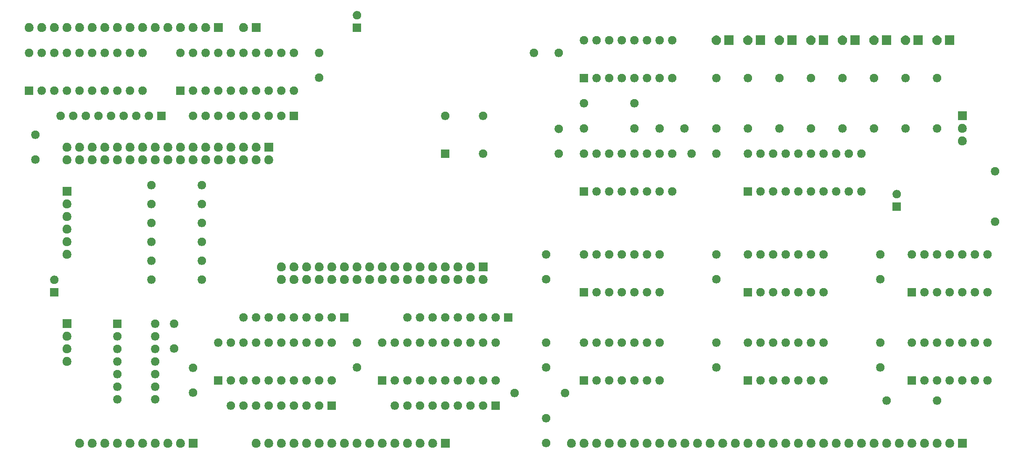
<source format=gbs>
G04 #@! TF.GenerationSoftware,KiCad,Pcbnew,(5.1.5)-3*
G04 #@! TF.CreationDate,2022-12-08T21:37:02-08:00*
G04 #@! TF.ProjectId,interface_clock,696e7465-7266-4616-9365-5f636c6f636b,rev?*
G04 #@! TF.SameCoordinates,Original*
G04 #@! TF.FileFunction,Soldermask,Bot*
G04 #@! TF.FilePolarity,Negative*
%FSLAX46Y46*%
G04 Gerber Fmt 4.6, Leading zero omitted, Abs format (unit mm)*
G04 Created by KiCad (PCBNEW (5.1.5)-3) date 2022-12-08 21:37:02*
%MOMM*%
%LPD*%
G04 APERTURE LIST*
%ADD10C,0.100000*%
G04 APERTURE END LIST*
D10*
G36*
X216013512Y-143883927D02*
G01*
X216162812Y-143913624D01*
X216326784Y-143981544D01*
X216474354Y-144080147D01*
X216599853Y-144205646D01*
X216698456Y-144353216D01*
X216766376Y-144517188D01*
X216801000Y-144691259D01*
X216801000Y-144868741D01*
X216766376Y-145042812D01*
X216698456Y-145206784D01*
X216599853Y-145354354D01*
X216474354Y-145479853D01*
X216326784Y-145578456D01*
X216162812Y-145646376D01*
X216013512Y-145676073D01*
X215988742Y-145681000D01*
X215811258Y-145681000D01*
X215786488Y-145676073D01*
X215637188Y-145646376D01*
X215473216Y-145578456D01*
X215325646Y-145479853D01*
X215200147Y-145354354D01*
X215101544Y-145206784D01*
X215033624Y-145042812D01*
X214999000Y-144868741D01*
X214999000Y-144691259D01*
X215033624Y-144517188D01*
X215101544Y-144353216D01*
X215200147Y-144205646D01*
X215325646Y-144080147D01*
X215473216Y-143981544D01*
X215637188Y-143913624D01*
X215786488Y-143883927D01*
X215811258Y-143879000D01*
X215988742Y-143879000D01*
X216013512Y-143883927D01*
G37*
G36*
X218553512Y-143883927D02*
G01*
X218702812Y-143913624D01*
X218866784Y-143981544D01*
X219014354Y-144080147D01*
X219139853Y-144205646D01*
X219238456Y-144353216D01*
X219306376Y-144517188D01*
X219341000Y-144691259D01*
X219341000Y-144868741D01*
X219306376Y-145042812D01*
X219238456Y-145206784D01*
X219139853Y-145354354D01*
X219014354Y-145479853D01*
X218866784Y-145578456D01*
X218702812Y-145646376D01*
X218553512Y-145676073D01*
X218528742Y-145681000D01*
X218351258Y-145681000D01*
X218326488Y-145676073D01*
X218177188Y-145646376D01*
X218013216Y-145578456D01*
X217865646Y-145479853D01*
X217740147Y-145354354D01*
X217641544Y-145206784D01*
X217573624Y-145042812D01*
X217539000Y-144868741D01*
X217539000Y-144691259D01*
X217573624Y-144517188D01*
X217641544Y-144353216D01*
X217740147Y-144205646D01*
X217865646Y-144080147D01*
X218013216Y-143981544D01*
X218177188Y-143913624D01*
X218326488Y-143883927D01*
X218351258Y-143879000D01*
X218528742Y-143879000D01*
X218553512Y-143883927D01*
G37*
G36*
X182993512Y-143883927D02*
G01*
X183142812Y-143913624D01*
X183306784Y-143981544D01*
X183454354Y-144080147D01*
X183579853Y-144205646D01*
X183678456Y-144353216D01*
X183746376Y-144517188D01*
X183781000Y-144691259D01*
X183781000Y-144868741D01*
X183746376Y-145042812D01*
X183678456Y-145206784D01*
X183579853Y-145354354D01*
X183454354Y-145479853D01*
X183306784Y-145578456D01*
X183142812Y-145646376D01*
X182993512Y-145676073D01*
X182968742Y-145681000D01*
X182791258Y-145681000D01*
X182766488Y-145676073D01*
X182617188Y-145646376D01*
X182453216Y-145578456D01*
X182305646Y-145479853D01*
X182180147Y-145354354D01*
X182081544Y-145206784D01*
X182013624Y-145042812D01*
X181979000Y-144868741D01*
X181979000Y-144691259D01*
X182013624Y-144517188D01*
X182081544Y-144353216D01*
X182180147Y-144205646D01*
X182305646Y-144080147D01*
X182453216Y-143981544D01*
X182617188Y-143913624D01*
X182766488Y-143883927D01*
X182791258Y-143879000D01*
X182968742Y-143879000D01*
X182993512Y-143883927D01*
G37*
G36*
X185533512Y-143883927D02*
G01*
X185682812Y-143913624D01*
X185846784Y-143981544D01*
X185994354Y-144080147D01*
X186119853Y-144205646D01*
X186218456Y-144353216D01*
X186286376Y-144517188D01*
X186321000Y-144691259D01*
X186321000Y-144868741D01*
X186286376Y-145042812D01*
X186218456Y-145206784D01*
X186119853Y-145354354D01*
X185994354Y-145479853D01*
X185846784Y-145578456D01*
X185682812Y-145646376D01*
X185533512Y-145676073D01*
X185508742Y-145681000D01*
X185331258Y-145681000D01*
X185306488Y-145676073D01*
X185157188Y-145646376D01*
X184993216Y-145578456D01*
X184845646Y-145479853D01*
X184720147Y-145354354D01*
X184621544Y-145206784D01*
X184553624Y-145042812D01*
X184519000Y-144868741D01*
X184519000Y-144691259D01*
X184553624Y-144517188D01*
X184621544Y-144353216D01*
X184720147Y-144205646D01*
X184845646Y-144080147D01*
X184993216Y-143981544D01*
X185157188Y-143913624D01*
X185306488Y-143883927D01*
X185331258Y-143879000D01*
X185508742Y-143879000D01*
X185533512Y-143883927D01*
G37*
G36*
X188073512Y-143883927D02*
G01*
X188222812Y-143913624D01*
X188386784Y-143981544D01*
X188534354Y-144080147D01*
X188659853Y-144205646D01*
X188758456Y-144353216D01*
X188826376Y-144517188D01*
X188861000Y-144691259D01*
X188861000Y-144868741D01*
X188826376Y-145042812D01*
X188758456Y-145206784D01*
X188659853Y-145354354D01*
X188534354Y-145479853D01*
X188386784Y-145578456D01*
X188222812Y-145646376D01*
X188073512Y-145676073D01*
X188048742Y-145681000D01*
X187871258Y-145681000D01*
X187846488Y-145676073D01*
X187697188Y-145646376D01*
X187533216Y-145578456D01*
X187385646Y-145479853D01*
X187260147Y-145354354D01*
X187161544Y-145206784D01*
X187093624Y-145042812D01*
X187059000Y-144868741D01*
X187059000Y-144691259D01*
X187093624Y-144517188D01*
X187161544Y-144353216D01*
X187260147Y-144205646D01*
X187385646Y-144080147D01*
X187533216Y-143981544D01*
X187697188Y-143913624D01*
X187846488Y-143883927D01*
X187871258Y-143879000D01*
X188048742Y-143879000D01*
X188073512Y-143883927D01*
G37*
G36*
X190613512Y-143883927D02*
G01*
X190762812Y-143913624D01*
X190926784Y-143981544D01*
X191074354Y-144080147D01*
X191199853Y-144205646D01*
X191298456Y-144353216D01*
X191366376Y-144517188D01*
X191401000Y-144691259D01*
X191401000Y-144868741D01*
X191366376Y-145042812D01*
X191298456Y-145206784D01*
X191199853Y-145354354D01*
X191074354Y-145479853D01*
X190926784Y-145578456D01*
X190762812Y-145646376D01*
X190613512Y-145676073D01*
X190588742Y-145681000D01*
X190411258Y-145681000D01*
X190386488Y-145676073D01*
X190237188Y-145646376D01*
X190073216Y-145578456D01*
X189925646Y-145479853D01*
X189800147Y-145354354D01*
X189701544Y-145206784D01*
X189633624Y-145042812D01*
X189599000Y-144868741D01*
X189599000Y-144691259D01*
X189633624Y-144517188D01*
X189701544Y-144353216D01*
X189800147Y-144205646D01*
X189925646Y-144080147D01*
X190073216Y-143981544D01*
X190237188Y-143913624D01*
X190386488Y-143883927D01*
X190411258Y-143879000D01*
X190588742Y-143879000D01*
X190613512Y-143883927D01*
G37*
G36*
X193153512Y-143883927D02*
G01*
X193302812Y-143913624D01*
X193466784Y-143981544D01*
X193614354Y-144080147D01*
X193739853Y-144205646D01*
X193838456Y-144353216D01*
X193906376Y-144517188D01*
X193941000Y-144691259D01*
X193941000Y-144868741D01*
X193906376Y-145042812D01*
X193838456Y-145206784D01*
X193739853Y-145354354D01*
X193614354Y-145479853D01*
X193466784Y-145578456D01*
X193302812Y-145646376D01*
X193153512Y-145676073D01*
X193128742Y-145681000D01*
X192951258Y-145681000D01*
X192926488Y-145676073D01*
X192777188Y-145646376D01*
X192613216Y-145578456D01*
X192465646Y-145479853D01*
X192340147Y-145354354D01*
X192241544Y-145206784D01*
X192173624Y-145042812D01*
X192139000Y-144868741D01*
X192139000Y-144691259D01*
X192173624Y-144517188D01*
X192241544Y-144353216D01*
X192340147Y-144205646D01*
X192465646Y-144080147D01*
X192613216Y-143981544D01*
X192777188Y-143913624D01*
X192926488Y-143883927D01*
X192951258Y-143879000D01*
X193128742Y-143879000D01*
X193153512Y-143883927D01*
G37*
G36*
X195693512Y-143883927D02*
G01*
X195842812Y-143913624D01*
X196006784Y-143981544D01*
X196154354Y-144080147D01*
X196279853Y-144205646D01*
X196378456Y-144353216D01*
X196446376Y-144517188D01*
X196481000Y-144691259D01*
X196481000Y-144868741D01*
X196446376Y-145042812D01*
X196378456Y-145206784D01*
X196279853Y-145354354D01*
X196154354Y-145479853D01*
X196006784Y-145578456D01*
X195842812Y-145646376D01*
X195693512Y-145676073D01*
X195668742Y-145681000D01*
X195491258Y-145681000D01*
X195466488Y-145676073D01*
X195317188Y-145646376D01*
X195153216Y-145578456D01*
X195005646Y-145479853D01*
X194880147Y-145354354D01*
X194781544Y-145206784D01*
X194713624Y-145042812D01*
X194679000Y-144868741D01*
X194679000Y-144691259D01*
X194713624Y-144517188D01*
X194781544Y-144353216D01*
X194880147Y-144205646D01*
X195005646Y-144080147D01*
X195153216Y-143981544D01*
X195317188Y-143913624D01*
X195466488Y-143883927D01*
X195491258Y-143879000D01*
X195668742Y-143879000D01*
X195693512Y-143883927D01*
G37*
G36*
X198233512Y-143883927D02*
G01*
X198382812Y-143913624D01*
X198546784Y-143981544D01*
X198694354Y-144080147D01*
X198819853Y-144205646D01*
X198918456Y-144353216D01*
X198986376Y-144517188D01*
X199021000Y-144691259D01*
X199021000Y-144868741D01*
X198986376Y-145042812D01*
X198918456Y-145206784D01*
X198819853Y-145354354D01*
X198694354Y-145479853D01*
X198546784Y-145578456D01*
X198382812Y-145646376D01*
X198233512Y-145676073D01*
X198208742Y-145681000D01*
X198031258Y-145681000D01*
X198006488Y-145676073D01*
X197857188Y-145646376D01*
X197693216Y-145578456D01*
X197545646Y-145479853D01*
X197420147Y-145354354D01*
X197321544Y-145206784D01*
X197253624Y-145042812D01*
X197219000Y-144868741D01*
X197219000Y-144691259D01*
X197253624Y-144517188D01*
X197321544Y-144353216D01*
X197420147Y-144205646D01*
X197545646Y-144080147D01*
X197693216Y-143981544D01*
X197857188Y-143913624D01*
X198006488Y-143883927D01*
X198031258Y-143879000D01*
X198208742Y-143879000D01*
X198233512Y-143883927D01*
G37*
G36*
X200773512Y-143883927D02*
G01*
X200922812Y-143913624D01*
X201086784Y-143981544D01*
X201234354Y-144080147D01*
X201359853Y-144205646D01*
X201458456Y-144353216D01*
X201526376Y-144517188D01*
X201561000Y-144691259D01*
X201561000Y-144868741D01*
X201526376Y-145042812D01*
X201458456Y-145206784D01*
X201359853Y-145354354D01*
X201234354Y-145479853D01*
X201086784Y-145578456D01*
X200922812Y-145646376D01*
X200773512Y-145676073D01*
X200748742Y-145681000D01*
X200571258Y-145681000D01*
X200546488Y-145676073D01*
X200397188Y-145646376D01*
X200233216Y-145578456D01*
X200085646Y-145479853D01*
X199960147Y-145354354D01*
X199861544Y-145206784D01*
X199793624Y-145042812D01*
X199759000Y-144868741D01*
X199759000Y-144691259D01*
X199793624Y-144517188D01*
X199861544Y-144353216D01*
X199960147Y-144205646D01*
X200085646Y-144080147D01*
X200233216Y-143981544D01*
X200397188Y-143913624D01*
X200546488Y-143883927D01*
X200571258Y-143879000D01*
X200748742Y-143879000D01*
X200773512Y-143883927D01*
G37*
G36*
X203313512Y-143883927D02*
G01*
X203462812Y-143913624D01*
X203626784Y-143981544D01*
X203774354Y-144080147D01*
X203899853Y-144205646D01*
X203998456Y-144353216D01*
X204066376Y-144517188D01*
X204101000Y-144691259D01*
X204101000Y-144868741D01*
X204066376Y-145042812D01*
X203998456Y-145206784D01*
X203899853Y-145354354D01*
X203774354Y-145479853D01*
X203626784Y-145578456D01*
X203462812Y-145646376D01*
X203313512Y-145676073D01*
X203288742Y-145681000D01*
X203111258Y-145681000D01*
X203086488Y-145676073D01*
X202937188Y-145646376D01*
X202773216Y-145578456D01*
X202625646Y-145479853D01*
X202500147Y-145354354D01*
X202401544Y-145206784D01*
X202333624Y-145042812D01*
X202299000Y-144868741D01*
X202299000Y-144691259D01*
X202333624Y-144517188D01*
X202401544Y-144353216D01*
X202500147Y-144205646D01*
X202625646Y-144080147D01*
X202773216Y-143981544D01*
X202937188Y-143913624D01*
X203086488Y-143883927D01*
X203111258Y-143879000D01*
X203288742Y-143879000D01*
X203313512Y-143883927D01*
G37*
G36*
X205853512Y-143883927D02*
G01*
X206002812Y-143913624D01*
X206166784Y-143981544D01*
X206314354Y-144080147D01*
X206439853Y-144205646D01*
X206538456Y-144353216D01*
X206606376Y-144517188D01*
X206641000Y-144691259D01*
X206641000Y-144868741D01*
X206606376Y-145042812D01*
X206538456Y-145206784D01*
X206439853Y-145354354D01*
X206314354Y-145479853D01*
X206166784Y-145578456D01*
X206002812Y-145646376D01*
X205853512Y-145676073D01*
X205828742Y-145681000D01*
X205651258Y-145681000D01*
X205626488Y-145676073D01*
X205477188Y-145646376D01*
X205313216Y-145578456D01*
X205165646Y-145479853D01*
X205040147Y-145354354D01*
X204941544Y-145206784D01*
X204873624Y-145042812D01*
X204839000Y-144868741D01*
X204839000Y-144691259D01*
X204873624Y-144517188D01*
X204941544Y-144353216D01*
X205040147Y-144205646D01*
X205165646Y-144080147D01*
X205313216Y-143981544D01*
X205477188Y-143913624D01*
X205626488Y-143883927D01*
X205651258Y-143879000D01*
X205828742Y-143879000D01*
X205853512Y-143883927D01*
G37*
G36*
X208393512Y-143883927D02*
G01*
X208542812Y-143913624D01*
X208706784Y-143981544D01*
X208854354Y-144080147D01*
X208979853Y-144205646D01*
X209078456Y-144353216D01*
X209146376Y-144517188D01*
X209181000Y-144691259D01*
X209181000Y-144868741D01*
X209146376Y-145042812D01*
X209078456Y-145206784D01*
X208979853Y-145354354D01*
X208854354Y-145479853D01*
X208706784Y-145578456D01*
X208542812Y-145646376D01*
X208393512Y-145676073D01*
X208368742Y-145681000D01*
X208191258Y-145681000D01*
X208166488Y-145676073D01*
X208017188Y-145646376D01*
X207853216Y-145578456D01*
X207705646Y-145479853D01*
X207580147Y-145354354D01*
X207481544Y-145206784D01*
X207413624Y-145042812D01*
X207379000Y-144868741D01*
X207379000Y-144691259D01*
X207413624Y-144517188D01*
X207481544Y-144353216D01*
X207580147Y-144205646D01*
X207705646Y-144080147D01*
X207853216Y-143981544D01*
X208017188Y-143913624D01*
X208166488Y-143883927D01*
X208191258Y-143879000D01*
X208368742Y-143879000D01*
X208393512Y-143883927D01*
G37*
G36*
X210933512Y-143883927D02*
G01*
X211082812Y-143913624D01*
X211246784Y-143981544D01*
X211394354Y-144080147D01*
X211519853Y-144205646D01*
X211618456Y-144353216D01*
X211686376Y-144517188D01*
X211721000Y-144691259D01*
X211721000Y-144868741D01*
X211686376Y-145042812D01*
X211618456Y-145206784D01*
X211519853Y-145354354D01*
X211394354Y-145479853D01*
X211246784Y-145578456D01*
X211082812Y-145646376D01*
X210933512Y-145676073D01*
X210908742Y-145681000D01*
X210731258Y-145681000D01*
X210706488Y-145676073D01*
X210557188Y-145646376D01*
X210393216Y-145578456D01*
X210245646Y-145479853D01*
X210120147Y-145354354D01*
X210021544Y-145206784D01*
X209953624Y-145042812D01*
X209919000Y-144868741D01*
X209919000Y-144691259D01*
X209953624Y-144517188D01*
X210021544Y-144353216D01*
X210120147Y-144205646D01*
X210245646Y-144080147D01*
X210393216Y-143981544D01*
X210557188Y-143913624D01*
X210706488Y-143883927D01*
X210731258Y-143879000D01*
X210908742Y-143879000D01*
X210933512Y-143883927D01*
G37*
G36*
X213473512Y-143883927D02*
G01*
X213622812Y-143913624D01*
X213786784Y-143981544D01*
X213934354Y-144080147D01*
X214059853Y-144205646D01*
X214158456Y-144353216D01*
X214226376Y-144517188D01*
X214261000Y-144691259D01*
X214261000Y-144868741D01*
X214226376Y-145042812D01*
X214158456Y-145206784D01*
X214059853Y-145354354D01*
X213934354Y-145479853D01*
X213786784Y-145578456D01*
X213622812Y-145646376D01*
X213473512Y-145676073D01*
X213448742Y-145681000D01*
X213271258Y-145681000D01*
X213246488Y-145676073D01*
X213097188Y-145646376D01*
X212933216Y-145578456D01*
X212785646Y-145479853D01*
X212660147Y-145354354D01*
X212561544Y-145206784D01*
X212493624Y-145042812D01*
X212459000Y-144868741D01*
X212459000Y-144691259D01*
X212493624Y-144517188D01*
X212561544Y-144353216D01*
X212660147Y-144205646D01*
X212785646Y-144080147D01*
X212933216Y-143981544D01*
X213097188Y-143913624D01*
X213246488Y-143883927D01*
X213271258Y-143879000D01*
X213448742Y-143879000D01*
X213473512Y-143883927D01*
G37*
G36*
X165213512Y-143883927D02*
G01*
X165362812Y-143913624D01*
X165526784Y-143981544D01*
X165674354Y-144080147D01*
X165799853Y-144205646D01*
X165898456Y-144353216D01*
X165966376Y-144517188D01*
X166001000Y-144691259D01*
X166001000Y-144868741D01*
X165966376Y-145042812D01*
X165898456Y-145206784D01*
X165799853Y-145354354D01*
X165674354Y-145479853D01*
X165526784Y-145578456D01*
X165362812Y-145646376D01*
X165213512Y-145676073D01*
X165188742Y-145681000D01*
X165011258Y-145681000D01*
X164986488Y-145676073D01*
X164837188Y-145646376D01*
X164673216Y-145578456D01*
X164525646Y-145479853D01*
X164400147Y-145354354D01*
X164301544Y-145206784D01*
X164233624Y-145042812D01*
X164199000Y-144868741D01*
X164199000Y-144691259D01*
X164233624Y-144517188D01*
X164301544Y-144353216D01*
X164400147Y-144205646D01*
X164525646Y-144080147D01*
X164673216Y-143981544D01*
X164837188Y-143913624D01*
X164986488Y-143883927D01*
X165011258Y-143879000D01*
X165188742Y-143879000D01*
X165213512Y-143883927D01*
G37*
G36*
X238873512Y-143883927D02*
G01*
X239022812Y-143913624D01*
X239186784Y-143981544D01*
X239334354Y-144080147D01*
X239459853Y-144205646D01*
X239558456Y-144353216D01*
X239626376Y-144517188D01*
X239661000Y-144691259D01*
X239661000Y-144868741D01*
X239626376Y-145042812D01*
X239558456Y-145206784D01*
X239459853Y-145354354D01*
X239334354Y-145479853D01*
X239186784Y-145578456D01*
X239022812Y-145646376D01*
X238873512Y-145676073D01*
X238848742Y-145681000D01*
X238671258Y-145681000D01*
X238646488Y-145676073D01*
X238497188Y-145646376D01*
X238333216Y-145578456D01*
X238185646Y-145479853D01*
X238060147Y-145354354D01*
X237961544Y-145206784D01*
X237893624Y-145042812D01*
X237859000Y-144868741D01*
X237859000Y-144691259D01*
X237893624Y-144517188D01*
X237961544Y-144353216D01*
X238060147Y-144205646D01*
X238185646Y-144080147D01*
X238333216Y-143981544D01*
X238497188Y-143913624D01*
X238646488Y-143883927D01*
X238671258Y-143879000D01*
X238848742Y-143879000D01*
X238873512Y-143883927D01*
G37*
G36*
X221093512Y-143883927D02*
G01*
X221242812Y-143913624D01*
X221406784Y-143981544D01*
X221554354Y-144080147D01*
X221679853Y-144205646D01*
X221778456Y-144353216D01*
X221846376Y-144517188D01*
X221881000Y-144691259D01*
X221881000Y-144868741D01*
X221846376Y-145042812D01*
X221778456Y-145206784D01*
X221679853Y-145354354D01*
X221554354Y-145479853D01*
X221406784Y-145578456D01*
X221242812Y-145646376D01*
X221093512Y-145676073D01*
X221068742Y-145681000D01*
X220891258Y-145681000D01*
X220866488Y-145676073D01*
X220717188Y-145646376D01*
X220553216Y-145578456D01*
X220405646Y-145479853D01*
X220280147Y-145354354D01*
X220181544Y-145206784D01*
X220113624Y-145042812D01*
X220079000Y-144868741D01*
X220079000Y-144691259D01*
X220113624Y-144517188D01*
X220181544Y-144353216D01*
X220280147Y-144205646D01*
X220405646Y-144080147D01*
X220553216Y-143981544D01*
X220717188Y-143913624D01*
X220866488Y-143883927D01*
X220891258Y-143879000D01*
X221068742Y-143879000D01*
X221093512Y-143883927D01*
G37*
G36*
X223633512Y-143883927D02*
G01*
X223782812Y-143913624D01*
X223946784Y-143981544D01*
X224094354Y-144080147D01*
X224219853Y-144205646D01*
X224318456Y-144353216D01*
X224386376Y-144517188D01*
X224421000Y-144691259D01*
X224421000Y-144868741D01*
X224386376Y-145042812D01*
X224318456Y-145206784D01*
X224219853Y-145354354D01*
X224094354Y-145479853D01*
X223946784Y-145578456D01*
X223782812Y-145646376D01*
X223633512Y-145676073D01*
X223608742Y-145681000D01*
X223431258Y-145681000D01*
X223406488Y-145676073D01*
X223257188Y-145646376D01*
X223093216Y-145578456D01*
X222945646Y-145479853D01*
X222820147Y-145354354D01*
X222721544Y-145206784D01*
X222653624Y-145042812D01*
X222619000Y-144868741D01*
X222619000Y-144691259D01*
X222653624Y-144517188D01*
X222721544Y-144353216D01*
X222820147Y-144205646D01*
X222945646Y-144080147D01*
X223093216Y-143981544D01*
X223257188Y-143913624D01*
X223406488Y-143883927D01*
X223431258Y-143879000D01*
X223608742Y-143879000D01*
X223633512Y-143883927D01*
G37*
G36*
X226173512Y-143883927D02*
G01*
X226322812Y-143913624D01*
X226486784Y-143981544D01*
X226634354Y-144080147D01*
X226759853Y-144205646D01*
X226858456Y-144353216D01*
X226926376Y-144517188D01*
X226961000Y-144691259D01*
X226961000Y-144868741D01*
X226926376Y-145042812D01*
X226858456Y-145206784D01*
X226759853Y-145354354D01*
X226634354Y-145479853D01*
X226486784Y-145578456D01*
X226322812Y-145646376D01*
X226173512Y-145676073D01*
X226148742Y-145681000D01*
X225971258Y-145681000D01*
X225946488Y-145676073D01*
X225797188Y-145646376D01*
X225633216Y-145578456D01*
X225485646Y-145479853D01*
X225360147Y-145354354D01*
X225261544Y-145206784D01*
X225193624Y-145042812D01*
X225159000Y-144868741D01*
X225159000Y-144691259D01*
X225193624Y-144517188D01*
X225261544Y-144353216D01*
X225360147Y-144205646D01*
X225485646Y-144080147D01*
X225633216Y-143981544D01*
X225797188Y-143913624D01*
X225946488Y-143883927D01*
X225971258Y-143879000D01*
X226148742Y-143879000D01*
X226173512Y-143883927D01*
G37*
G36*
X228713512Y-143883927D02*
G01*
X228862812Y-143913624D01*
X229026784Y-143981544D01*
X229174354Y-144080147D01*
X229299853Y-144205646D01*
X229398456Y-144353216D01*
X229466376Y-144517188D01*
X229501000Y-144691259D01*
X229501000Y-144868741D01*
X229466376Y-145042812D01*
X229398456Y-145206784D01*
X229299853Y-145354354D01*
X229174354Y-145479853D01*
X229026784Y-145578456D01*
X228862812Y-145646376D01*
X228713512Y-145676073D01*
X228688742Y-145681000D01*
X228511258Y-145681000D01*
X228486488Y-145676073D01*
X228337188Y-145646376D01*
X228173216Y-145578456D01*
X228025646Y-145479853D01*
X227900147Y-145354354D01*
X227801544Y-145206784D01*
X227733624Y-145042812D01*
X227699000Y-144868741D01*
X227699000Y-144691259D01*
X227733624Y-144517188D01*
X227801544Y-144353216D01*
X227900147Y-144205646D01*
X228025646Y-144080147D01*
X228173216Y-143981544D01*
X228337188Y-143913624D01*
X228486488Y-143883927D01*
X228511258Y-143879000D01*
X228688742Y-143879000D01*
X228713512Y-143883927D01*
G37*
G36*
X231253512Y-143883927D02*
G01*
X231402812Y-143913624D01*
X231566784Y-143981544D01*
X231714354Y-144080147D01*
X231839853Y-144205646D01*
X231938456Y-144353216D01*
X232006376Y-144517188D01*
X232041000Y-144691259D01*
X232041000Y-144868741D01*
X232006376Y-145042812D01*
X231938456Y-145206784D01*
X231839853Y-145354354D01*
X231714354Y-145479853D01*
X231566784Y-145578456D01*
X231402812Y-145646376D01*
X231253512Y-145676073D01*
X231228742Y-145681000D01*
X231051258Y-145681000D01*
X231026488Y-145676073D01*
X230877188Y-145646376D01*
X230713216Y-145578456D01*
X230565646Y-145479853D01*
X230440147Y-145354354D01*
X230341544Y-145206784D01*
X230273624Y-145042812D01*
X230239000Y-144868741D01*
X230239000Y-144691259D01*
X230273624Y-144517188D01*
X230341544Y-144353216D01*
X230440147Y-144205646D01*
X230565646Y-144080147D01*
X230713216Y-143981544D01*
X230877188Y-143913624D01*
X231026488Y-143883927D01*
X231051258Y-143879000D01*
X231228742Y-143879000D01*
X231253512Y-143883927D01*
G37*
G36*
X233793512Y-143883927D02*
G01*
X233942812Y-143913624D01*
X234106784Y-143981544D01*
X234254354Y-144080147D01*
X234379853Y-144205646D01*
X234478456Y-144353216D01*
X234546376Y-144517188D01*
X234581000Y-144691259D01*
X234581000Y-144868741D01*
X234546376Y-145042812D01*
X234478456Y-145206784D01*
X234379853Y-145354354D01*
X234254354Y-145479853D01*
X234106784Y-145578456D01*
X233942812Y-145646376D01*
X233793512Y-145676073D01*
X233768742Y-145681000D01*
X233591258Y-145681000D01*
X233566488Y-145676073D01*
X233417188Y-145646376D01*
X233253216Y-145578456D01*
X233105646Y-145479853D01*
X232980147Y-145354354D01*
X232881544Y-145206784D01*
X232813624Y-145042812D01*
X232779000Y-144868741D01*
X232779000Y-144691259D01*
X232813624Y-144517188D01*
X232881544Y-144353216D01*
X232980147Y-144205646D01*
X233105646Y-144080147D01*
X233253216Y-143981544D01*
X233417188Y-143913624D01*
X233566488Y-143883927D01*
X233591258Y-143879000D01*
X233768742Y-143879000D01*
X233793512Y-143883927D01*
G37*
G36*
X236333512Y-143883927D02*
G01*
X236482812Y-143913624D01*
X236646784Y-143981544D01*
X236794354Y-144080147D01*
X236919853Y-144205646D01*
X237018456Y-144353216D01*
X237086376Y-144517188D01*
X237121000Y-144691259D01*
X237121000Y-144868741D01*
X237086376Y-145042812D01*
X237018456Y-145206784D01*
X236919853Y-145354354D01*
X236794354Y-145479853D01*
X236646784Y-145578456D01*
X236482812Y-145646376D01*
X236333512Y-145676073D01*
X236308742Y-145681000D01*
X236131258Y-145681000D01*
X236106488Y-145676073D01*
X235957188Y-145646376D01*
X235793216Y-145578456D01*
X235645646Y-145479853D01*
X235520147Y-145354354D01*
X235421544Y-145206784D01*
X235353624Y-145042812D01*
X235319000Y-144868741D01*
X235319000Y-144691259D01*
X235353624Y-144517188D01*
X235421544Y-144353216D01*
X235520147Y-144205646D01*
X235645646Y-144080147D01*
X235793216Y-143981544D01*
X235957188Y-143913624D01*
X236106488Y-143883927D01*
X236131258Y-143879000D01*
X236308742Y-143879000D01*
X236333512Y-143883927D01*
G37*
G36*
X180453512Y-143883927D02*
G01*
X180602812Y-143913624D01*
X180766784Y-143981544D01*
X180914354Y-144080147D01*
X181039853Y-144205646D01*
X181138456Y-144353216D01*
X181206376Y-144517188D01*
X181241000Y-144691259D01*
X181241000Y-144868741D01*
X181206376Y-145042812D01*
X181138456Y-145206784D01*
X181039853Y-145354354D01*
X180914354Y-145479853D01*
X180766784Y-145578456D01*
X180602812Y-145646376D01*
X180453512Y-145676073D01*
X180428742Y-145681000D01*
X180251258Y-145681000D01*
X180226488Y-145676073D01*
X180077188Y-145646376D01*
X179913216Y-145578456D01*
X179765646Y-145479853D01*
X179640147Y-145354354D01*
X179541544Y-145206784D01*
X179473624Y-145042812D01*
X179439000Y-144868741D01*
X179439000Y-144691259D01*
X179473624Y-144517188D01*
X179541544Y-144353216D01*
X179640147Y-144205646D01*
X179765646Y-144080147D01*
X179913216Y-143981544D01*
X180077188Y-143913624D01*
X180226488Y-143883927D01*
X180251258Y-143879000D01*
X180428742Y-143879000D01*
X180453512Y-143883927D01*
G37*
G36*
X177913512Y-143883927D02*
G01*
X178062812Y-143913624D01*
X178226784Y-143981544D01*
X178374354Y-144080147D01*
X178499853Y-144205646D01*
X178598456Y-144353216D01*
X178666376Y-144517188D01*
X178701000Y-144691259D01*
X178701000Y-144868741D01*
X178666376Y-145042812D01*
X178598456Y-145206784D01*
X178499853Y-145354354D01*
X178374354Y-145479853D01*
X178226784Y-145578456D01*
X178062812Y-145646376D01*
X177913512Y-145676073D01*
X177888742Y-145681000D01*
X177711258Y-145681000D01*
X177686488Y-145676073D01*
X177537188Y-145646376D01*
X177373216Y-145578456D01*
X177225646Y-145479853D01*
X177100147Y-145354354D01*
X177001544Y-145206784D01*
X176933624Y-145042812D01*
X176899000Y-144868741D01*
X176899000Y-144691259D01*
X176933624Y-144517188D01*
X177001544Y-144353216D01*
X177100147Y-144205646D01*
X177225646Y-144080147D01*
X177373216Y-143981544D01*
X177537188Y-143913624D01*
X177686488Y-143883927D01*
X177711258Y-143879000D01*
X177888742Y-143879000D01*
X177913512Y-143883927D01*
G37*
G36*
X175373512Y-143883927D02*
G01*
X175522812Y-143913624D01*
X175686784Y-143981544D01*
X175834354Y-144080147D01*
X175959853Y-144205646D01*
X176058456Y-144353216D01*
X176126376Y-144517188D01*
X176161000Y-144691259D01*
X176161000Y-144868741D01*
X176126376Y-145042812D01*
X176058456Y-145206784D01*
X175959853Y-145354354D01*
X175834354Y-145479853D01*
X175686784Y-145578456D01*
X175522812Y-145646376D01*
X175373512Y-145676073D01*
X175348742Y-145681000D01*
X175171258Y-145681000D01*
X175146488Y-145676073D01*
X174997188Y-145646376D01*
X174833216Y-145578456D01*
X174685646Y-145479853D01*
X174560147Y-145354354D01*
X174461544Y-145206784D01*
X174393624Y-145042812D01*
X174359000Y-144868741D01*
X174359000Y-144691259D01*
X174393624Y-144517188D01*
X174461544Y-144353216D01*
X174560147Y-144205646D01*
X174685646Y-144080147D01*
X174833216Y-143981544D01*
X174997188Y-143913624D01*
X175146488Y-143883927D01*
X175171258Y-143879000D01*
X175348742Y-143879000D01*
X175373512Y-143883927D01*
G37*
G36*
X172833512Y-143883927D02*
G01*
X172982812Y-143913624D01*
X173146784Y-143981544D01*
X173294354Y-144080147D01*
X173419853Y-144205646D01*
X173518456Y-144353216D01*
X173586376Y-144517188D01*
X173621000Y-144691259D01*
X173621000Y-144868741D01*
X173586376Y-145042812D01*
X173518456Y-145206784D01*
X173419853Y-145354354D01*
X173294354Y-145479853D01*
X173146784Y-145578456D01*
X172982812Y-145646376D01*
X172833512Y-145676073D01*
X172808742Y-145681000D01*
X172631258Y-145681000D01*
X172606488Y-145676073D01*
X172457188Y-145646376D01*
X172293216Y-145578456D01*
X172145646Y-145479853D01*
X172020147Y-145354354D01*
X171921544Y-145206784D01*
X171853624Y-145042812D01*
X171819000Y-144868741D01*
X171819000Y-144691259D01*
X171853624Y-144517188D01*
X171921544Y-144353216D01*
X172020147Y-144205646D01*
X172145646Y-144080147D01*
X172293216Y-143981544D01*
X172457188Y-143913624D01*
X172606488Y-143883927D01*
X172631258Y-143879000D01*
X172808742Y-143879000D01*
X172833512Y-143883927D01*
G37*
G36*
X170293512Y-143883927D02*
G01*
X170442812Y-143913624D01*
X170606784Y-143981544D01*
X170754354Y-144080147D01*
X170879853Y-144205646D01*
X170978456Y-144353216D01*
X171046376Y-144517188D01*
X171081000Y-144691259D01*
X171081000Y-144868741D01*
X171046376Y-145042812D01*
X170978456Y-145206784D01*
X170879853Y-145354354D01*
X170754354Y-145479853D01*
X170606784Y-145578456D01*
X170442812Y-145646376D01*
X170293512Y-145676073D01*
X170268742Y-145681000D01*
X170091258Y-145681000D01*
X170066488Y-145676073D01*
X169917188Y-145646376D01*
X169753216Y-145578456D01*
X169605646Y-145479853D01*
X169480147Y-145354354D01*
X169381544Y-145206784D01*
X169313624Y-145042812D01*
X169279000Y-144868741D01*
X169279000Y-144691259D01*
X169313624Y-144517188D01*
X169381544Y-144353216D01*
X169480147Y-144205646D01*
X169605646Y-144080147D01*
X169753216Y-143981544D01*
X169917188Y-143913624D01*
X170066488Y-143883927D01*
X170091258Y-143879000D01*
X170268742Y-143879000D01*
X170293512Y-143883927D01*
G37*
G36*
X104253512Y-143883927D02*
G01*
X104402812Y-143913624D01*
X104566784Y-143981544D01*
X104714354Y-144080147D01*
X104839853Y-144205646D01*
X104938456Y-144353216D01*
X105006376Y-144517188D01*
X105041000Y-144691259D01*
X105041000Y-144868741D01*
X105006376Y-145042812D01*
X104938456Y-145206784D01*
X104839853Y-145354354D01*
X104714354Y-145479853D01*
X104566784Y-145578456D01*
X104402812Y-145646376D01*
X104253512Y-145676073D01*
X104228742Y-145681000D01*
X104051258Y-145681000D01*
X104026488Y-145676073D01*
X103877188Y-145646376D01*
X103713216Y-145578456D01*
X103565646Y-145479853D01*
X103440147Y-145354354D01*
X103341544Y-145206784D01*
X103273624Y-145042812D01*
X103239000Y-144868741D01*
X103239000Y-144691259D01*
X103273624Y-144517188D01*
X103341544Y-144353216D01*
X103440147Y-144205646D01*
X103565646Y-144080147D01*
X103713216Y-143981544D01*
X103877188Y-143913624D01*
X104026488Y-143883927D01*
X104051258Y-143879000D01*
X104228742Y-143879000D01*
X104253512Y-143883927D01*
G37*
G36*
X134733512Y-143883927D02*
G01*
X134882812Y-143913624D01*
X135046784Y-143981544D01*
X135194354Y-144080147D01*
X135319853Y-144205646D01*
X135418456Y-144353216D01*
X135486376Y-144517188D01*
X135521000Y-144691259D01*
X135521000Y-144868741D01*
X135486376Y-145042812D01*
X135418456Y-145206784D01*
X135319853Y-145354354D01*
X135194354Y-145479853D01*
X135046784Y-145578456D01*
X134882812Y-145646376D01*
X134733512Y-145676073D01*
X134708742Y-145681000D01*
X134531258Y-145681000D01*
X134506488Y-145676073D01*
X134357188Y-145646376D01*
X134193216Y-145578456D01*
X134045646Y-145479853D01*
X133920147Y-145354354D01*
X133821544Y-145206784D01*
X133753624Y-145042812D01*
X133719000Y-144868741D01*
X133719000Y-144691259D01*
X133753624Y-144517188D01*
X133821544Y-144353216D01*
X133920147Y-144205646D01*
X134045646Y-144080147D01*
X134193216Y-143981544D01*
X134357188Y-143913624D01*
X134506488Y-143883927D01*
X134531258Y-143879000D01*
X134708742Y-143879000D01*
X134733512Y-143883927D01*
G37*
G36*
X162673512Y-143883927D02*
G01*
X162822812Y-143913624D01*
X162986784Y-143981544D01*
X163134354Y-144080147D01*
X163259853Y-144205646D01*
X163358456Y-144353216D01*
X163426376Y-144517188D01*
X163461000Y-144691259D01*
X163461000Y-144868741D01*
X163426376Y-145042812D01*
X163358456Y-145206784D01*
X163259853Y-145354354D01*
X163134354Y-145479853D01*
X162986784Y-145578456D01*
X162822812Y-145646376D01*
X162673512Y-145676073D01*
X162648742Y-145681000D01*
X162471258Y-145681000D01*
X162446488Y-145676073D01*
X162297188Y-145646376D01*
X162133216Y-145578456D01*
X161985646Y-145479853D01*
X161860147Y-145354354D01*
X161761544Y-145206784D01*
X161693624Y-145042812D01*
X161659000Y-144868741D01*
X161659000Y-144691259D01*
X161693624Y-144517188D01*
X161761544Y-144353216D01*
X161860147Y-144205646D01*
X161985646Y-144080147D01*
X162133216Y-143981544D01*
X162297188Y-143913624D01*
X162446488Y-143883927D01*
X162471258Y-143879000D01*
X162648742Y-143879000D01*
X162673512Y-143883927D01*
G37*
G36*
X63613512Y-143883927D02*
G01*
X63762812Y-143913624D01*
X63926784Y-143981544D01*
X64074354Y-144080147D01*
X64199853Y-144205646D01*
X64298456Y-144353216D01*
X64366376Y-144517188D01*
X64401000Y-144691259D01*
X64401000Y-144868741D01*
X64366376Y-145042812D01*
X64298456Y-145206784D01*
X64199853Y-145354354D01*
X64074354Y-145479853D01*
X63926784Y-145578456D01*
X63762812Y-145646376D01*
X63613512Y-145676073D01*
X63588742Y-145681000D01*
X63411258Y-145681000D01*
X63386488Y-145676073D01*
X63237188Y-145646376D01*
X63073216Y-145578456D01*
X62925646Y-145479853D01*
X62800147Y-145354354D01*
X62701544Y-145206784D01*
X62633624Y-145042812D01*
X62599000Y-144868741D01*
X62599000Y-144691259D01*
X62633624Y-144517188D01*
X62701544Y-144353216D01*
X62800147Y-144205646D01*
X62925646Y-144080147D01*
X63073216Y-143981544D01*
X63237188Y-143913624D01*
X63386488Y-143883927D01*
X63411258Y-143879000D01*
X63588742Y-143879000D01*
X63613512Y-143883927D01*
G37*
G36*
X66153512Y-143883927D02*
G01*
X66302812Y-143913624D01*
X66466784Y-143981544D01*
X66614354Y-144080147D01*
X66739853Y-144205646D01*
X66838456Y-144353216D01*
X66906376Y-144517188D01*
X66941000Y-144691259D01*
X66941000Y-144868741D01*
X66906376Y-145042812D01*
X66838456Y-145206784D01*
X66739853Y-145354354D01*
X66614354Y-145479853D01*
X66466784Y-145578456D01*
X66302812Y-145646376D01*
X66153512Y-145676073D01*
X66128742Y-145681000D01*
X65951258Y-145681000D01*
X65926488Y-145676073D01*
X65777188Y-145646376D01*
X65613216Y-145578456D01*
X65465646Y-145479853D01*
X65340147Y-145354354D01*
X65241544Y-145206784D01*
X65173624Y-145042812D01*
X65139000Y-144868741D01*
X65139000Y-144691259D01*
X65173624Y-144517188D01*
X65241544Y-144353216D01*
X65340147Y-144205646D01*
X65465646Y-144080147D01*
X65613216Y-143981544D01*
X65777188Y-143913624D01*
X65926488Y-143883927D01*
X65951258Y-143879000D01*
X66128742Y-143879000D01*
X66153512Y-143883927D01*
G37*
G36*
X68693512Y-143883927D02*
G01*
X68842812Y-143913624D01*
X69006784Y-143981544D01*
X69154354Y-144080147D01*
X69279853Y-144205646D01*
X69378456Y-144353216D01*
X69446376Y-144517188D01*
X69481000Y-144691259D01*
X69481000Y-144868741D01*
X69446376Y-145042812D01*
X69378456Y-145206784D01*
X69279853Y-145354354D01*
X69154354Y-145479853D01*
X69006784Y-145578456D01*
X68842812Y-145646376D01*
X68693512Y-145676073D01*
X68668742Y-145681000D01*
X68491258Y-145681000D01*
X68466488Y-145676073D01*
X68317188Y-145646376D01*
X68153216Y-145578456D01*
X68005646Y-145479853D01*
X67880147Y-145354354D01*
X67781544Y-145206784D01*
X67713624Y-145042812D01*
X67679000Y-144868741D01*
X67679000Y-144691259D01*
X67713624Y-144517188D01*
X67781544Y-144353216D01*
X67880147Y-144205646D01*
X68005646Y-144080147D01*
X68153216Y-143981544D01*
X68317188Y-143913624D01*
X68466488Y-143883927D01*
X68491258Y-143879000D01*
X68668742Y-143879000D01*
X68693512Y-143883927D01*
G37*
G36*
X71233512Y-143883927D02*
G01*
X71382812Y-143913624D01*
X71546784Y-143981544D01*
X71694354Y-144080147D01*
X71819853Y-144205646D01*
X71918456Y-144353216D01*
X71986376Y-144517188D01*
X72021000Y-144691259D01*
X72021000Y-144868741D01*
X71986376Y-145042812D01*
X71918456Y-145206784D01*
X71819853Y-145354354D01*
X71694354Y-145479853D01*
X71546784Y-145578456D01*
X71382812Y-145646376D01*
X71233512Y-145676073D01*
X71208742Y-145681000D01*
X71031258Y-145681000D01*
X71006488Y-145676073D01*
X70857188Y-145646376D01*
X70693216Y-145578456D01*
X70545646Y-145479853D01*
X70420147Y-145354354D01*
X70321544Y-145206784D01*
X70253624Y-145042812D01*
X70219000Y-144868741D01*
X70219000Y-144691259D01*
X70253624Y-144517188D01*
X70321544Y-144353216D01*
X70420147Y-144205646D01*
X70545646Y-144080147D01*
X70693216Y-143981544D01*
X70857188Y-143913624D01*
X71006488Y-143883927D01*
X71031258Y-143879000D01*
X71208742Y-143879000D01*
X71233512Y-143883927D01*
G37*
G36*
X73773512Y-143883927D02*
G01*
X73922812Y-143913624D01*
X74086784Y-143981544D01*
X74234354Y-144080147D01*
X74359853Y-144205646D01*
X74458456Y-144353216D01*
X74526376Y-144517188D01*
X74561000Y-144691259D01*
X74561000Y-144868741D01*
X74526376Y-145042812D01*
X74458456Y-145206784D01*
X74359853Y-145354354D01*
X74234354Y-145479853D01*
X74086784Y-145578456D01*
X73922812Y-145646376D01*
X73773512Y-145676073D01*
X73748742Y-145681000D01*
X73571258Y-145681000D01*
X73546488Y-145676073D01*
X73397188Y-145646376D01*
X73233216Y-145578456D01*
X73085646Y-145479853D01*
X72960147Y-145354354D01*
X72861544Y-145206784D01*
X72793624Y-145042812D01*
X72759000Y-144868741D01*
X72759000Y-144691259D01*
X72793624Y-144517188D01*
X72861544Y-144353216D01*
X72960147Y-144205646D01*
X73085646Y-144080147D01*
X73233216Y-143981544D01*
X73397188Y-143913624D01*
X73546488Y-143883927D01*
X73571258Y-143879000D01*
X73748742Y-143879000D01*
X73773512Y-143883927D01*
G37*
G36*
X76313512Y-143883927D02*
G01*
X76462812Y-143913624D01*
X76626784Y-143981544D01*
X76774354Y-144080147D01*
X76899853Y-144205646D01*
X76998456Y-144353216D01*
X77066376Y-144517188D01*
X77101000Y-144691259D01*
X77101000Y-144868741D01*
X77066376Y-145042812D01*
X76998456Y-145206784D01*
X76899853Y-145354354D01*
X76774354Y-145479853D01*
X76626784Y-145578456D01*
X76462812Y-145646376D01*
X76313512Y-145676073D01*
X76288742Y-145681000D01*
X76111258Y-145681000D01*
X76086488Y-145676073D01*
X75937188Y-145646376D01*
X75773216Y-145578456D01*
X75625646Y-145479853D01*
X75500147Y-145354354D01*
X75401544Y-145206784D01*
X75333624Y-145042812D01*
X75299000Y-144868741D01*
X75299000Y-144691259D01*
X75333624Y-144517188D01*
X75401544Y-144353216D01*
X75500147Y-144205646D01*
X75625646Y-144080147D01*
X75773216Y-143981544D01*
X75937188Y-143913624D01*
X76086488Y-143883927D01*
X76111258Y-143879000D01*
X76288742Y-143879000D01*
X76313512Y-143883927D01*
G37*
G36*
X78853512Y-143883927D02*
G01*
X79002812Y-143913624D01*
X79166784Y-143981544D01*
X79314354Y-144080147D01*
X79439853Y-144205646D01*
X79538456Y-144353216D01*
X79606376Y-144517188D01*
X79641000Y-144691259D01*
X79641000Y-144868741D01*
X79606376Y-145042812D01*
X79538456Y-145206784D01*
X79439853Y-145354354D01*
X79314354Y-145479853D01*
X79166784Y-145578456D01*
X79002812Y-145646376D01*
X78853512Y-145676073D01*
X78828742Y-145681000D01*
X78651258Y-145681000D01*
X78626488Y-145676073D01*
X78477188Y-145646376D01*
X78313216Y-145578456D01*
X78165646Y-145479853D01*
X78040147Y-145354354D01*
X77941544Y-145206784D01*
X77873624Y-145042812D01*
X77839000Y-144868741D01*
X77839000Y-144691259D01*
X77873624Y-144517188D01*
X77941544Y-144353216D01*
X78040147Y-144205646D01*
X78165646Y-144080147D01*
X78313216Y-143981544D01*
X78477188Y-143913624D01*
X78626488Y-143883927D01*
X78651258Y-143879000D01*
X78828742Y-143879000D01*
X78853512Y-143883927D01*
G37*
G36*
X81393512Y-143883927D02*
G01*
X81542812Y-143913624D01*
X81706784Y-143981544D01*
X81854354Y-144080147D01*
X81979853Y-144205646D01*
X82078456Y-144353216D01*
X82146376Y-144517188D01*
X82181000Y-144691259D01*
X82181000Y-144868741D01*
X82146376Y-145042812D01*
X82078456Y-145206784D01*
X81979853Y-145354354D01*
X81854354Y-145479853D01*
X81706784Y-145578456D01*
X81542812Y-145646376D01*
X81393512Y-145676073D01*
X81368742Y-145681000D01*
X81191258Y-145681000D01*
X81166488Y-145676073D01*
X81017188Y-145646376D01*
X80853216Y-145578456D01*
X80705646Y-145479853D01*
X80580147Y-145354354D01*
X80481544Y-145206784D01*
X80413624Y-145042812D01*
X80379000Y-144868741D01*
X80379000Y-144691259D01*
X80413624Y-144517188D01*
X80481544Y-144353216D01*
X80580147Y-144205646D01*
X80705646Y-144080147D01*
X80853216Y-143981544D01*
X81017188Y-143913624D01*
X81166488Y-143883927D01*
X81191258Y-143879000D01*
X81368742Y-143879000D01*
X81393512Y-143883927D01*
G37*
G36*
X83933512Y-143883927D02*
G01*
X84082812Y-143913624D01*
X84246784Y-143981544D01*
X84394354Y-144080147D01*
X84519853Y-144205646D01*
X84618456Y-144353216D01*
X84686376Y-144517188D01*
X84721000Y-144691259D01*
X84721000Y-144868741D01*
X84686376Y-145042812D01*
X84618456Y-145206784D01*
X84519853Y-145354354D01*
X84394354Y-145479853D01*
X84246784Y-145578456D01*
X84082812Y-145646376D01*
X83933512Y-145676073D01*
X83908742Y-145681000D01*
X83731258Y-145681000D01*
X83706488Y-145676073D01*
X83557188Y-145646376D01*
X83393216Y-145578456D01*
X83245646Y-145479853D01*
X83120147Y-145354354D01*
X83021544Y-145206784D01*
X82953624Y-145042812D01*
X82919000Y-144868741D01*
X82919000Y-144691259D01*
X82953624Y-144517188D01*
X83021544Y-144353216D01*
X83120147Y-144205646D01*
X83245646Y-144080147D01*
X83393216Y-143981544D01*
X83557188Y-143913624D01*
X83706488Y-143883927D01*
X83731258Y-143879000D01*
X83908742Y-143879000D01*
X83933512Y-143883927D01*
G37*
G36*
X87261000Y-145681000D02*
G01*
X85459000Y-145681000D01*
X85459000Y-143879000D01*
X87261000Y-143879000D01*
X87261000Y-145681000D01*
G37*
G36*
X99173512Y-143883927D02*
G01*
X99322812Y-143913624D01*
X99486784Y-143981544D01*
X99634354Y-144080147D01*
X99759853Y-144205646D01*
X99858456Y-144353216D01*
X99926376Y-144517188D01*
X99961000Y-144691259D01*
X99961000Y-144868741D01*
X99926376Y-145042812D01*
X99858456Y-145206784D01*
X99759853Y-145354354D01*
X99634354Y-145479853D01*
X99486784Y-145578456D01*
X99322812Y-145646376D01*
X99173512Y-145676073D01*
X99148742Y-145681000D01*
X98971258Y-145681000D01*
X98946488Y-145676073D01*
X98797188Y-145646376D01*
X98633216Y-145578456D01*
X98485646Y-145479853D01*
X98360147Y-145354354D01*
X98261544Y-145206784D01*
X98193624Y-145042812D01*
X98159000Y-144868741D01*
X98159000Y-144691259D01*
X98193624Y-144517188D01*
X98261544Y-144353216D01*
X98360147Y-144205646D01*
X98485646Y-144080147D01*
X98633216Y-143981544D01*
X98797188Y-143913624D01*
X98946488Y-143883927D01*
X98971258Y-143879000D01*
X99148742Y-143879000D01*
X99173512Y-143883927D01*
G37*
G36*
X101713512Y-143883927D02*
G01*
X101862812Y-143913624D01*
X102026784Y-143981544D01*
X102174354Y-144080147D01*
X102299853Y-144205646D01*
X102398456Y-144353216D01*
X102466376Y-144517188D01*
X102501000Y-144691259D01*
X102501000Y-144868741D01*
X102466376Y-145042812D01*
X102398456Y-145206784D01*
X102299853Y-145354354D01*
X102174354Y-145479853D01*
X102026784Y-145578456D01*
X101862812Y-145646376D01*
X101713512Y-145676073D01*
X101688742Y-145681000D01*
X101511258Y-145681000D01*
X101486488Y-145676073D01*
X101337188Y-145646376D01*
X101173216Y-145578456D01*
X101025646Y-145479853D01*
X100900147Y-145354354D01*
X100801544Y-145206784D01*
X100733624Y-145042812D01*
X100699000Y-144868741D01*
X100699000Y-144691259D01*
X100733624Y-144517188D01*
X100801544Y-144353216D01*
X100900147Y-144205646D01*
X101025646Y-144080147D01*
X101173216Y-143981544D01*
X101337188Y-143913624D01*
X101486488Y-143883927D01*
X101511258Y-143879000D01*
X101688742Y-143879000D01*
X101713512Y-143883927D01*
G37*
G36*
X106793512Y-143883927D02*
G01*
X106942812Y-143913624D01*
X107106784Y-143981544D01*
X107254354Y-144080147D01*
X107379853Y-144205646D01*
X107478456Y-144353216D01*
X107546376Y-144517188D01*
X107581000Y-144691259D01*
X107581000Y-144868741D01*
X107546376Y-145042812D01*
X107478456Y-145206784D01*
X107379853Y-145354354D01*
X107254354Y-145479853D01*
X107106784Y-145578456D01*
X106942812Y-145646376D01*
X106793512Y-145676073D01*
X106768742Y-145681000D01*
X106591258Y-145681000D01*
X106566488Y-145676073D01*
X106417188Y-145646376D01*
X106253216Y-145578456D01*
X106105646Y-145479853D01*
X105980147Y-145354354D01*
X105881544Y-145206784D01*
X105813624Y-145042812D01*
X105779000Y-144868741D01*
X105779000Y-144691259D01*
X105813624Y-144517188D01*
X105881544Y-144353216D01*
X105980147Y-144205646D01*
X106105646Y-144080147D01*
X106253216Y-143981544D01*
X106417188Y-143913624D01*
X106566488Y-143883927D01*
X106591258Y-143879000D01*
X106768742Y-143879000D01*
X106793512Y-143883927D01*
G37*
G36*
X138061000Y-145681000D02*
G01*
X136259000Y-145681000D01*
X136259000Y-143879000D01*
X138061000Y-143879000D01*
X138061000Y-145681000D01*
G37*
G36*
X132193512Y-143883927D02*
G01*
X132342812Y-143913624D01*
X132506784Y-143981544D01*
X132654354Y-144080147D01*
X132779853Y-144205646D01*
X132878456Y-144353216D01*
X132946376Y-144517188D01*
X132981000Y-144691259D01*
X132981000Y-144868741D01*
X132946376Y-145042812D01*
X132878456Y-145206784D01*
X132779853Y-145354354D01*
X132654354Y-145479853D01*
X132506784Y-145578456D01*
X132342812Y-145646376D01*
X132193512Y-145676073D01*
X132168742Y-145681000D01*
X131991258Y-145681000D01*
X131966488Y-145676073D01*
X131817188Y-145646376D01*
X131653216Y-145578456D01*
X131505646Y-145479853D01*
X131380147Y-145354354D01*
X131281544Y-145206784D01*
X131213624Y-145042812D01*
X131179000Y-144868741D01*
X131179000Y-144691259D01*
X131213624Y-144517188D01*
X131281544Y-144353216D01*
X131380147Y-144205646D01*
X131505646Y-144080147D01*
X131653216Y-143981544D01*
X131817188Y-143913624D01*
X131966488Y-143883927D01*
X131991258Y-143879000D01*
X132168742Y-143879000D01*
X132193512Y-143883927D01*
G37*
G36*
X129653512Y-143883927D02*
G01*
X129802812Y-143913624D01*
X129966784Y-143981544D01*
X130114354Y-144080147D01*
X130239853Y-144205646D01*
X130338456Y-144353216D01*
X130406376Y-144517188D01*
X130441000Y-144691259D01*
X130441000Y-144868741D01*
X130406376Y-145042812D01*
X130338456Y-145206784D01*
X130239853Y-145354354D01*
X130114354Y-145479853D01*
X129966784Y-145578456D01*
X129802812Y-145646376D01*
X129653512Y-145676073D01*
X129628742Y-145681000D01*
X129451258Y-145681000D01*
X129426488Y-145676073D01*
X129277188Y-145646376D01*
X129113216Y-145578456D01*
X128965646Y-145479853D01*
X128840147Y-145354354D01*
X128741544Y-145206784D01*
X128673624Y-145042812D01*
X128639000Y-144868741D01*
X128639000Y-144691259D01*
X128673624Y-144517188D01*
X128741544Y-144353216D01*
X128840147Y-144205646D01*
X128965646Y-144080147D01*
X129113216Y-143981544D01*
X129277188Y-143913624D01*
X129426488Y-143883927D01*
X129451258Y-143879000D01*
X129628742Y-143879000D01*
X129653512Y-143883927D01*
G37*
G36*
X127113512Y-143883927D02*
G01*
X127262812Y-143913624D01*
X127426784Y-143981544D01*
X127574354Y-144080147D01*
X127699853Y-144205646D01*
X127798456Y-144353216D01*
X127866376Y-144517188D01*
X127901000Y-144691259D01*
X127901000Y-144868741D01*
X127866376Y-145042812D01*
X127798456Y-145206784D01*
X127699853Y-145354354D01*
X127574354Y-145479853D01*
X127426784Y-145578456D01*
X127262812Y-145646376D01*
X127113512Y-145676073D01*
X127088742Y-145681000D01*
X126911258Y-145681000D01*
X126886488Y-145676073D01*
X126737188Y-145646376D01*
X126573216Y-145578456D01*
X126425646Y-145479853D01*
X126300147Y-145354354D01*
X126201544Y-145206784D01*
X126133624Y-145042812D01*
X126099000Y-144868741D01*
X126099000Y-144691259D01*
X126133624Y-144517188D01*
X126201544Y-144353216D01*
X126300147Y-144205646D01*
X126425646Y-144080147D01*
X126573216Y-143981544D01*
X126737188Y-143913624D01*
X126886488Y-143883927D01*
X126911258Y-143879000D01*
X127088742Y-143879000D01*
X127113512Y-143883927D01*
G37*
G36*
X124573512Y-143883927D02*
G01*
X124722812Y-143913624D01*
X124886784Y-143981544D01*
X125034354Y-144080147D01*
X125159853Y-144205646D01*
X125258456Y-144353216D01*
X125326376Y-144517188D01*
X125361000Y-144691259D01*
X125361000Y-144868741D01*
X125326376Y-145042812D01*
X125258456Y-145206784D01*
X125159853Y-145354354D01*
X125034354Y-145479853D01*
X124886784Y-145578456D01*
X124722812Y-145646376D01*
X124573512Y-145676073D01*
X124548742Y-145681000D01*
X124371258Y-145681000D01*
X124346488Y-145676073D01*
X124197188Y-145646376D01*
X124033216Y-145578456D01*
X123885646Y-145479853D01*
X123760147Y-145354354D01*
X123661544Y-145206784D01*
X123593624Y-145042812D01*
X123559000Y-144868741D01*
X123559000Y-144691259D01*
X123593624Y-144517188D01*
X123661544Y-144353216D01*
X123760147Y-144205646D01*
X123885646Y-144080147D01*
X124033216Y-143981544D01*
X124197188Y-143913624D01*
X124346488Y-143883927D01*
X124371258Y-143879000D01*
X124548742Y-143879000D01*
X124573512Y-143883927D01*
G37*
G36*
X122033512Y-143883927D02*
G01*
X122182812Y-143913624D01*
X122346784Y-143981544D01*
X122494354Y-144080147D01*
X122619853Y-144205646D01*
X122718456Y-144353216D01*
X122786376Y-144517188D01*
X122821000Y-144691259D01*
X122821000Y-144868741D01*
X122786376Y-145042812D01*
X122718456Y-145206784D01*
X122619853Y-145354354D01*
X122494354Y-145479853D01*
X122346784Y-145578456D01*
X122182812Y-145646376D01*
X122033512Y-145676073D01*
X122008742Y-145681000D01*
X121831258Y-145681000D01*
X121806488Y-145676073D01*
X121657188Y-145646376D01*
X121493216Y-145578456D01*
X121345646Y-145479853D01*
X121220147Y-145354354D01*
X121121544Y-145206784D01*
X121053624Y-145042812D01*
X121019000Y-144868741D01*
X121019000Y-144691259D01*
X121053624Y-144517188D01*
X121121544Y-144353216D01*
X121220147Y-144205646D01*
X121345646Y-144080147D01*
X121493216Y-143981544D01*
X121657188Y-143913624D01*
X121806488Y-143883927D01*
X121831258Y-143879000D01*
X122008742Y-143879000D01*
X122033512Y-143883927D01*
G37*
G36*
X116953512Y-143883927D02*
G01*
X117102812Y-143913624D01*
X117266784Y-143981544D01*
X117414354Y-144080147D01*
X117539853Y-144205646D01*
X117638456Y-144353216D01*
X117706376Y-144517188D01*
X117741000Y-144691259D01*
X117741000Y-144868741D01*
X117706376Y-145042812D01*
X117638456Y-145206784D01*
X117539853Y-145354354D01*
X117414354Y-145479853D01*
X117266784Y-145578456D01*
X117102812Y-145646376D01*
X116953512Y-145676073D01*
X116928742Y-145681000D01*
X116751258Y-145681000D01*
X116726488Y-145676073D01*
X116577188Y-145646376D01*
X116413216Y-145578456D01*
X116265646Y-145479853D01*
X116140147Y-145354354D01*
X116041544Y-145206784D01*
X115973624Y-145042812D01*
X115939000Y-144868741D01*
X115939000Y-144691259D01*
X115973624Y-144517188D01*
X116041544Y-144353216D01*
X116140147Y-144205646D01*
X116265646Y-144080147D01*
X116413216Y-143981544D01*
X116577188Y-143913624D01*
X116726488Y-143883927D01*
X116751258Y-143879000D01*
X116928742Y-143879000D01*
X116953512Y-143883927D01*
G37*
G36*
X242201000Y-145681000D02*
G01*
X240399000Y-145681000D01*
X240399000Y-143879000D01*
X242201000Y-143879000D01*
X242201000Y-145681000D01*
G37*
G36*
X114413512Y-143883927D02*
G01*
X114562812Y-143913624D01*
X114726784Y-143981544D01*
X114874354Y-144080147D01*
X114999853Y-144205646D01*
X115098456Y-144353216D01*
X115166376Y-144517188D01*
X115201000Y-144691259D01*
X115201000Y-144868741D01*
X115166376Y-145042812D01*
X115098456Y-145206784D01*
X114999853Y-145354354D01*
X114874354Y-145479853D01*
X114726784Y-145578456D01*
X114562812Y-145646376D01*
X114413512Y-145676073D01*
X114388742Y-145681000D01*
X114211258Y-145681000D01*
X114186488Y-145676073D01*
X114037188Y-145646376D01*
X113873216Y-145578456D01*
X113725646Y-145479853D01*
X113600147Y-145354354D01*
X113501544Y-145206784D01*
X113433624Y-145042812D01*
X113399000Y-144868741D01*
X113399000Y-144691259D01*
X113433624Y-144517188D01*
X113501544Y-144353216D01*
X113600147Y-144205646D01*
X113725646Y-144080147D01*
X113873216Y-143981544D01*
X114037188Y-143913624D01*
X114186488Y-143883927D01*
X114211258Y-143879000D01*
X114388742Y-143879000D01*
X114413512Y-143883927D01*
G37*
G36*
X111873512Y-143883927D02*
G01*
X112022812Y-143913624D01*
X112186784Y-143981544D01*
X112334354Y-144080147D01*
X112459853Y-144205646D01*
X112558456Y-144353216D01*
X112626376Y-144517188D01*
X112661000Y-144691259D01*
X112661000Y-144868741D01*
X112626376Y-145042812D01*
X112558456Y-145206784D01*
X112459853Y-145354354D01*
X112334354Y-145479853D01*
X112186784Y-145578456D01*
X112022812Y-145646376D01*
X111873512Y-145676073D01*
X111848742Y-145681000D01*
X111671258Y-145681000D01*
X111646488Y-145676073D01*
X111497188Y-145646376D01*
X111333216Y-145578456D01*
X111185646Y-145479853D01*
X111060147Y-145354354D01*
X110961544Y-145206784D01*
X110893624Y-145042812D01*
X110859000Y-144868741D01*
X110859000Y-144691259D01*
X110893624Y-144517188D01*
X110961544Y-144353216D01*
X111060147Y-144205646D01*
X111185646Y-144080147D01*
X111333216Y-143981544D01*
X111497188Y-143913624D01*
X111646488Y-143883927D01*
X111671258Y-143879000D01*
X111848742Y-143879000D01*
X111873512Y-143883927D01*
G37*
G36*
X109333512Y-143883927D02*
G01*
X109482812Y-143913624D01*
X109646784Y-143981544D01*
X109794354Y-144080147D01*
X109919853Y-144205646D01*
X110018456Y-144353216D01*
X110086376Y-144517188D01*
X110121000Y-144691259D01*
X110121000Y-144868741D01*
X110086376Y-145042812D01*
X110018456Y-145206784D01*
X109919853Y-145354354D01*
X109794354Y-145479853D01*
X109646784Y-145578456D01*
X109482812Y-145646376D01*
X109333512Y-145676073D01*
X109308742Y-145681000D01*
X109131258Y-145681000D01*
X109106488Y-145676073D01*
X108957188Y-145646376D01*
X108793216Y-145578456D01*
X108645646Y-145479853D01*
X108520147Y-145354354D01*
X108421544Y-145206784D01*
X108353624Y-145042812D01*
X108319000Y-144868741D01*
X108319000Y-144691259D01*
X108353624Y-144517188D01*
X108421544Y-144353216D01*
X108520147Y-144205646D01*
X108645646Y-144080147D01*
X108793216Y-143981544D01*
X108957188Y-143913624D01*
X109106488Y-143883927D01*
X109131258Y-143879000D01*
X109308742Y-143879000D01*
X109333512Y-143883927D01*
G37*
G36*
X167753512Y-143883927D02*
G01*
X167902812Y-143913624D01*
X168066784Y-143981544D01*
X168214354Y-144080147D01*
X168339853Y-144205646D01*
X168438456Y-144353216D01*
X168506376Y-144517188D01*
X168541000Y-144691259D01*
X168541000Y-144868741D01*
X168506376Y-145042812D01*
X168438456Y-145206784D01*
X168339853Y-145354354D01*
X168214354Y-145479853D01*
X168066784Y-145578456D01*
X167902812Y-145646376D01*
X167753512Y-145676073D01*
X167728742Y-145681000D01*
X167551258Y-145681000D01*
X167526488Y-145676073D01*
X167377188Y-145646376D01*
X167213216Y-145578456D01*
X167065646Y-145479853D01*
X166940147Y-145354354D01*
X166841544Y-145206784D01*
X166773624Y-145042812D01*
X166739000Y-144868741D01*
X166739000Y-144691259D01*
X166773624Y-144517188D01*
X166841544Y-144353216D01*
X166940147Y-144205646D01*
X167065646Y-144080147D01*
X167213216Y-143981544D01*
X167377188Y-143913624D01*
X167526488Y-143883927D01*
X167551258Y-143879000D01*
X167728742Y-143879000D01*
X167753512Y-143883927D01*
G37*
G36*
X119493512Y-143883927D02*
G01*
X119642812Y-143913624D01*
X119806784Y-143981544D01*
X119954354Y-144080147D01*
X120079853Y-144205646D01*
X120178456Y-144353216D01*
X120246376Y-144517188D01*
X120281000Y-144691259D01*
X120281000Y-144868741D01*
X120246376Y-145042812D01*
X120178456Y-145206784D01*
X120079853Y-145354354D01*
X119954354Y-145479853D01*
X119806784Y-145578456D01*
X119642812Y-145646376D01*
X119493512Y-145676073D01*
X119468742Y-145681000D01*
X119291258Y-145681000D01*
X119266488Y-145676073D01*
X119117188Y-145646376D01*
X118953216Y-145578456D01*
X118805646Y-145479853D01*
X118680147Y-145354354D01*
X118581544Y-145206784D01*
X118513624Y-145042812D01*
X118479000Y-144868741D01*
X118479000Y-144691259D01*
X118513624Y-144517188D01*
X118581544Y-144353216D01*
X118680147Y-144205646D01*
X118805646Y-144080147D01*
X118953216Y-143981544D01*
X119117188Y-143913624D01*
X119266488Y-143883927D01*
X119291258Y-143879000D01*
X119468742Y-143879000D01*
X119493512Y-143883927D01*
G37*
G36*
X157728228Y-143881703D02*
G01*
X157883100Y-143945853D01*
X158022481Y-144038985D01*
X158141015Y-144157519D01*
X158234147Y-144296900D01*
X158298297Y-144451772D01*
X158331000Y-144616184D01*
X158331000Y-144783816D01*
X158298297Y-144948228D01*
X158234147Y-145103100D01*
X158141015Y-145242481D01*
X158022481Y-145361015D01*
X157883100Y-145454147D01*
X157728228Y-145518297D01*
X157563816Y-145551000D01*
X157396184Y-145551000D01*
X157231772Y-145518297D01*
X157076900Y-145454147D01*
X156937519Y-145361015D01*
X156818985Y-145242481D01*
X156725853Y-145103100D01*
X156661703Y-144948228D01*
X156629000Y-144783816D01*
X156629000Y-144616184D01*
X156661703Y-144451772D01*
X156725853Y-144296900D01*
X156818985Y-144157519D01*
X156937519Y-144038985D01*
X157076900Y-143945853D01*
X157231772Y-143881703D01*
X157396184Y-143849000D01*
X157563816Y-143849000D01*
X157728228Y-143881703D01*
G37*
G36*
X157728228Y-138881703D02*
G01*
X157883100Y-138945853D01*
X158022481Y-139038985D01*
X158141015Y-139157519D01*
X158234147Y-139296900D01*
X158298297Y-139451772D01*
X158331000Y-139616184D01*
X158331000Y-139783816D01*
X158298297Y-139948228D01*
X158234147Y-140103100D01*
X158141015Y-140242481D01*
X158022481Y-140361015D01*
X157883100Y-140454147D01*
X157728228Y-140518297D01*
X157563816Y-140551000D01*
X157396184Y-140551000D01*
X157231772Y-140518297D01*
X157076900Y-140454147D01*
X156937519Y-140361015D01*
X156818985Y-140242481D01*
X156725853Y-140103100D01*
X156661703Y-139948228D01*
X156629000Y-139783816D01*
X156629000Y-139616184D01*
X156661703Y-139451772D01*
X156725853Y-139296900D01*
X156818985Y-139157519D01*
X156937519Y-139038985D01*
X157076900Y-138945853D01*
X157231772Y-138881703D01*
X157396184Y-138849000D01*
X157563816Y-138849000D01*
X157728228Y-138881703D01*
G37*
G36*
X115151000Y-138011000D02*
G01*
X113449000Y-138011000D01*
X113449000Y-136309000D01*
X115151000Y-136309000D01*
X115151000Y-138011000D01*
G37*
G36*
X127248228Y-136341703D02*
G01*
X127403100Y-136405853D01*
X127542481Y-136498985D01*
X127661015Y-136617519D01*
X127754147Y-136756900D01*
X127818297Y-136911772D01*
X127851000Y-137076184D01*
X127851000Y-137243816D01*
X127818297Y-137408228D01*
X127754147Y-137563100D01*
X127661015Y-137702481D01*
X127542481Y-137821015D01*
X127403100Y-137914147D01*
X127248228Y-137978297D01*
X127083816Y-138011000D01*
X126916184Y-138011000D01*
X126751772Y-137978297D01*
X126596900Y-137914147D01*
X126457519Y-137821015D01*
X126338985Y-137702481D01*
X126245853Y-137563100D01*
X126181703Y-137408228D01*
X126149000Y-137243816D01*
X126149000Y-137076184D01*
X126181703Y-136911772D01*
X126245853Y-136756900D01*
X126338985Y-136617519D01*
X126457519Y-136498985D01*
X126596900Y-136405853D01*
X126751772Y-136341703D01*
X126916184Y-136309000D01*
X127083816Y-136309000D01*
X127248228Y-136341703D01*
G37*
G36*
X129788228Y-136341703D02*
G01*
X129943100Y-136405853D01*
X130082481Y-136498985D01*
X130201015Y-136617519D01*
X130294147Y-136756900D01*
X130358297Y-136911772D01*
X130391000Y-137076184D01*
X130391000Y-137243816D01*
X130358297Y-137408228D01*
X130294147Y-137563100D01*
X130201015Y-137702481D01*
X130082481Y-137821015D01*
X129943100Y-137914147D01*
X129788228Y-137978297D01*
X129623816Y-138011000D01*
X129456184Y-138011000D01*
X129291772Y-137978297D01*
X129136900Y-137914147D01*
X128997519Y-137821015D01*
X128878985Y-137702481D01*
X128785853Y-137563100D01*
X128721703Y-137408228D01*
X128689000Y-137243816D01*
X128689000Y-137076184D01*
X128721703Y-136911772D01*
X128785853Y-136756900D01*
X128878985Y-136617519D01*
X128997519Y-136498985D01*
X129136900Y-136405853D01*
X129291772Y-136341703D01*
X129456184Y-136309000D01*
X129623816Y-136309000D01*
X129788228Y-136341703D01*
G37*
G36*
X132328228Y-136341703D02*
G01*
X132483100Y-136405853D01*
X132622481Y-136498985D01*
X132741015Y-136617519D01*
X132834147Y-136756900D01*
X132898297Y-136911772D01*
X132931000Y-137076184D01*
X132931000Y-137243816D01*
X132898297Y-137408228D01*
X132834147Y-137563100D01*
X132741015Y-137702481D01*
X132622481Y-137821015D01*
X132483100Y-137914147D01*
X132328228Y-137978297D01*
X132163816Y-138011000D01*
X131996184Y-138011000D01*
X131831772Y-137978297D01*
X131676900Y-137914147D01*
X131537519Y-137821015D01*
X131418985Y-137702481D01*
X131325853Y-137563100D01*
X131261703Y-137408228D01*
X131229000Y-137243816D01*
X131229000Y-137076184D01*
X131261703Y-136911772D01*
X131325853Y-136756900D01*
X131418985Y-136617519D01*
X131537519Y-136498985D01*
X131676900Y-136405853D01*
X131831772Y-136341703D01*
X131996184Y-136309000D01*
X132163816Y-136309000D01*
X132328228Y-136341703D01*
G37*
G36*
X134868228Y-136341703D02*
G01*
X135023100Y-136405853D01*
X135162481Y-136498985D01*
X135281015Y-136617519D01*
X135374147Y-136756900D01*
X135438297Y-136911772D01*
X135471000Y-137076184D01*
X135471000Y-137243816D01*
X135438297Y-137408228D01*
X135374147Y-137563100D01*
X135281015Y-137702481D01*
X135162481Y-137821015D01*
X135023100Y-137914147D01*
X134868228Y-137978297D01*
X134703816Y-138011000D01*
X134536184Y-138011000D01*
X134371772Y-137978297D01*
X134216900Y-137914147D01*
X134077519Y-137821015D01*
X133958985Y-137702481D01*
X133865853Y-137563100D01*
X133801703Y-137408228D01*
X133769000Y-137243816D01*
X133769000Y-137076184D01*
X133801703Y-136911772D01*
X133865853Y-136756900D01*
X133958985Y-136617519D01*
X134077519Y-136498985D01*
X134216900Y-136405853D01*
X134371772Y-136341703D01*
X134536184Y-136309000D01*
X134703816Y-136309000D01*
X134868228Y-136341703D01*
G37*
G36*
X137408228Y-136341703D02*
G01*
X137563100Y-136405853D01*
X137702481Y-136498985D01*
X137821015Y-136617519D01*
X137914147Y-136756900D01*
X137978297Y-136911772D01*
X138011000Y-137076184D01*
X138011000Y-137243816D01*
X137978297Y-137408228D01*
X137914147Y-137563100D01*
X137821015Y-137702481D01*
X137702481Y-137821015D01*
X137563100Y-137914147D01*
X137408228Y-137978297D01*
X137243816Y-138011000D01*
X137076184Y-138011000D01*
X136911772Y-137978297D01*
X136756900Y-137914147D01*
X136617519Y-137821015D01*
X136498985Y-137702481D01*
X136405853Y-137563100D01*
X136341703Y-137408228D01*
X136309000Y-137243816D01*
X136309000Y-137076184D01*
X136341703Y-136911772D01*
X136405853Y-136756900D01*
X136498985Y-136617519D01*
X136617519Y-136498985D01*
X136756900Y-136405853D01*
X136911772Y-136341703D01*
X137076184Y-136309000D01*
X137243816Y-136309000D01*
X137408228Y-136341703D01*
G37*
G36*
X139948228Y-136341703D02*
G01*
X140103100Y-136405853D01*
X140242481Y-136498985D01*
X140361015Y-136617519D01*
X140454147Y-136756900D01*
X140518297Y-136911772D01*
X140551000Y-137076184D01*
X140551000Y-137243816D01*
X140518297Y-137408228D01*
X140454147Y-137563100D01*
X140361015Y-137702481D01*
X140242481Y-137821015D01*
X140103100Y-137914147D01*
X139948228Y-137978297D01*
X139783816Y-138011000D01*
X139616184Y-138011000D01*
X139451772Y-137978297D01*
X139296900Y-137914147D01*
X139157519Y-137821015D01*
X139038985Y-137702481D01*
X138945853Y-137563100D01*
X138881703Y-137408228D01*
X138849000Y-137243816D01*
X138849000Y-137076184D01*
X138881703Y-136911772D01*
X138945853Y-136756900D01*
X139038985Y-136617519D01*
X139157519Y-136498985D01*
X139296900Y-136405853D01*
X139451772Y-136341703D01*
X139616184Y-136309000D01*
X139783816Y-136309000D01*
X139948228Y-136341703D01*
G37*
G36*
X142488228Y-136341703D02*
G01*
X142643100Y-136405853D01*
X142782481Y-136498985D01*
X142901015Y-136617519D01*
X142994147Y-136756900D01*
X143058297Y-136911772D01*
X143091000Y-137076184D01*
X143091000Y-137243816D01*
X143058297Y-137408228D01*
X142994147Y-137563100D01*
X142901015Y-137702481D01*
X142782481Y-137821015D01*
X142643100Y-137914147D01*
X142488228Y-137978297D01*
X142323816Y-138011000D01*
X142156184Y-138011000D01*
X141991772Y-137978297D01*
X141836900Y-137914147D01*
X141697519Y-137821015D01*
X141578985Y-137702481D01*
X141485853Y-137563100D01*
X141421703Y-137408228D01*
X141389000Y-137243816D01*
X141389000Y-137076184D01*
X141421703Y-136911772D01*
X141485853Y-136756900D01*
X141578985Y-136617519D01*
X141697519Y-136498985D01*
X141836900Y-136405853D01*
X141991772Y-136341703D01*
X142156184Y-136309000D01*
X142323816Y-136309000D01*
X142488228Y-136341703D01*
G37*
G36*
X104388228Y-136341703D02*
G01*
X104543100Y-136405853D01*
X104682481Y-136498985D01*
X104801015Y-136617519D01*
X104894147Y-136756900D01*
X104958297Y-136911772D01*
X104991000Y-137076184D01*
X104991000Y-137243816D01*
X104958297Y-137408228D01*
X104894147Y-137563100D01*
X104801015Y-137702481D01*
X104682481Y-137821015D01*
X104543100Y-137914147D01*
X104388228Y-137978297D01*
X104223816Y-138011000D01*
X104056184Y-138011000D01*
X103891772Y-137978297D01*
X103736900Y-137914147D01*
X103597519Y-137821015D01*
X103478985Y-137702481D01*
X103385853Y-137563100D01*
X103321703Y-137408228D01*
X103289000Y-137243816D01*
X103289000Y-137076184D01*
X103321703Y-136911772D01*
X103385853Y-136756900D01*
X103478985Y-136617519D01*
X103597519Y-136498985D01*
X103736900Y-136405853D01*
X103891772Y-136341703D01*
X104056184Y-136309000D01*
X104223816Y-136309000D01*
X104388228Y-136341703D01*
G37*
G36*
X109468228Y-136341703D02*
G01*
X109623100Y-136405853D01*
X109762481Y-136498985D01*
X109881015Y-136617519D01*
X109974147Y-136756900D01*
X110038297Y-136911772D01*
X110071000Y-137076184D01*
X110071000Y-137243816D01*
X110038297Y-137408228D01*
X109974147Y-137563100D01*
X109881015Y-137702481D01*
X109762481Y-137821015D01*
X109623100Y-137914147D01*
X109468228Y-137978297D01*
X109303816Y-138011000D01*
X109136184Y-138011000D01*
X108971772Y-137978297D01*
X108816900Y-137914147D01*
X108677519Y-137821015D01*
X108558985Y-137702481D01*
X108465853Y-137563100D01*
X108401703Y-137408228D01*
X108369000Y-137243816D01*
X108369000Y-137076184D01*
X108401703Y-136911772D01*
X108465853Y-136756900D01*
X108558985Y-136617519D01*
X108677519Y-136498985D01*
X108816900Y-136405853D01*
X108971772Y-136341703D01*
X109136184Y-136309000D01*
X109303816Y-136309000D01*
X109468228Y-136341703D01*
G37*
G36*
X106928228Y-136341703D02*
G01*
X107083100Y-136405853D01*
X107222481Y-136498985D01*
X107341015Y-136617519D01*
X107434147Y-136756900D01*
X107498297Y-136911772D01*
X107531000Y-137076184D01*
X107531000Y-137243816D01*
X107498297Y-137408228D01*
X107434147Y-137563100D01*
X107341015Y-137702481D01*
X107222481Y-137821015D01*
X107083100Y-137914147D01*
X106928228Y-137978297D01*
X106763816Y-138011000D01*
X106596184Y-138011000D01*
X106431772Y-137978297D01*
X106276900Y-137914147D01*
X106137519Y-137821015D01*
X106018985Y-137702481D01*
X105925853Y-137563100D01*
X105861703Y-137408228D01*
X105829000Y-137243816D01*
X105829000Y-137076184D01*
X105861703Y-136911772D01*
X105925853Y-136756900D01*
X106018985Y-136617519D01*
X106137519Y-136498985D01*
X106276900Y-136405853D01*
X106431772Y-136341703D01*
X106596184Y-136309000D01*
X106763816Y-136309000D01*
X106928228Y-136341703D01*
G37*
G36*
X145028228Y-136341703D02*
G01*
X145183100Y-136405853D01*
X145322481Y-136498985D01*
X145441015Y-136617519D01*
X145534147Y-136756900D01*
X145598297Y-136911772D01*
X145631000Y-137076184D01*
X145631000Y-137243816D01*
X145598297Y-137408228D01*
X145534147Y-137563100D01*
X145441015Y-137702481D01*
X145322481Y-137821015D01*
X145183100Y-137914147D01*
X145028228Y-137978297D01*
X144863816Y-138011000D01*
X144696184Y-138011000D01*
X144531772Y-137978297D01*
X144376900Y-137914147D01*
X144237519Y-137821015D01*
X144118985Y-137702481D01*
X144025853Y-137563100D01*
X143961703Y-137408228D01*
X143929000Y-137243816D01*
X143929000Y-137076184D01*
X143961703Y-136911772D01*
X144025853Y-136756900D01*
X144118985Y-136617519D01*
X144237519Y-136498985D01*
X144376900Y-136405853D01*
X144531772Y-136341703D01*
X144696184Y-136309000D01*
X144863816Y-136309000D01*
X145028228Y-136341703D01*
G37*
G36*
X101848228Y-136341703D02*
G01*
X102003100Y-136405853D01*
X102142481Y-136498985D01*
X102261015Y-136617519D01*
X102354147Y-136756900D01*
X102418297Y-136911772D01*
X102451000Y-137076184D01*
X102451000Y-137243816D01*
X102418297Y-137408228D01*
X102354147Y-137563100D01*
X102261015Y-137702481D01*
X102142481Y-137821015D01*
X102003100Y-137914147D01*
X101848228Y-137978297D01*
X101683816Y-138011000D01*
X101516184Y-138011000D01*
X101351772Y-137978297D01*
X101196900Y-137914147D01*
X101057519Y-137821015D01*
X100938985Y-137702481D01*
X100845853Y-137563100D01*
X100781703Y-137408228D01*
X100749000Y-137243816D01*
X100749000Y-137076184D01*
X100781703Y-136911772D01*
X100845853Y-136756900D01*
X100938985Y-136617519D01*
X101057519Y-136498985D01*
X101196900Y-136405853D01*
X101351772Y-136341703D01*
X101516184Y-136309000D01*
X101683816Y-136309000D01*
X101848228Y-136341703D01*
G37*
G36*
X99308228Y-136341703D02*
G01*
X99463100Y-136405853D01*
X99602481Y-136498985D01*
X99721015Y-136617519D01*
X99814147Y-136756900D01*
X99878297Y-136911772D01*
X99911000Y-137076184D01*
X99911000Y-137243816D01*
X99878297Y-137408228D01*
X99814147Y-137563100D01*
X99721015Y-137702481D01*
X99602481Y-137821015D01*
X99463100Y-137914147D01*
X99308228Y-137978297D01*
X99143816Y-138011000D01*
X98976184Y-138011000D01*
X98811772Y-137978297D01*
X98656900Y-137914147D01*
X98517519Y-137821015D01*
X98398985Y-137702481D01*
X98305853Y-137563100D01*
X98241703Y-137408228D01*
X98209000Y-137243816D01*
X98209000Y-137076184D01*
X98241703Y-136911772D01*
X98305853Y-136756900D01*
X98398985Y-136617519D01*
X98517519Y-136498985D01*
X98656900Y-136405853D01*
X98811772Y-136341703D01*
X98976184Y-136309000D01*
X99143816Y-136309000D01*
X99308228Y-136341703D01*
G37*
G36*
X96768228Y-136341703D02*
G01*
X96923100Y-136405853D01*
X97062481Y-136498985D01*
X97181015Y-136617519D01*
X97274147Y-136756900D01*
X97338297Y-136911772D01*
X97371000Y-137076184D01*
X97371000Y-137243816D01*
X97338297Y-137408228D01*
X97274147Y-137563100D01*
X97181015Y-137702481D01*
X97062481Y-137821015D01*
X96923100Y-137914147D01*
X96768228Y-137978297D01*
X96603816Y-138011000D01*
X96436184Y-138011000D01*
X96271772Y-137978297D01*
X96116900Y-137914147D01*
X95977519Y-137821015D01*
X95858985Y-137702481D01*
X95765853Y-137563100D01*
X95701703Y-137408228D01*
X95669000Y-137243816D01*
X95669000Y-137076184D01*
X95701703Y-136911772D01*
X95765853Y-136756900D01*
X95858985Y-136617519D01*
X95977519Y-136498985D01*
X96116900Y-136405853D01*
X96271772Y-136341703D01*
X96436184Y-136309000D01*
X96603816Y-136309000D01*
X96768228Y-136341703D01*
G37*
G36*
X94228228Y-136341703D02*
G01*
X94383100Y-136405853D01*
X94522481Y-136498985D01*
X94641015Y-136617519D01*
X94734147Y-136756900D01*
X94798297Y-136911772D01*
X94831000Y-137076184D01*
X94831000Y-137243816D01*
X94798297Y-137408228D01*
X94734147Y-137563100D01*
X94641015Y-137702481D01*
X94522481Y-137821015D01*
X94383100Y-137914147D01*
X94228228Y-137978297D01*
X94063816Y-138011000D01*
X93896184Y-138011000D01*
X93731772Y-137978297D01*
X93576900Y-137914147D01*
X93437519Y-137821015D01*
X93318985Y-137702481D01*
X93225853Y-137563100D01*
X93161703Y-137408228D01*
X93129000Y-137243816D01*
X93129000Y-137076184D01*
X93161703Y-136911772D01*
X93225853Y-136756900D01*
X93318985Y-136617519D01*
X93437519Y-136498985D01*
X93576900Y-136405853D01*
X93731772Y-136341703D01*
X93896184Y-136309000D01*
X94063816Y-136309000D01*
X94228228Y-136341703D01*
G37*
G36*
X148171000Y-138011000D02*
G01*
X146469000Y-138011000D01*
X146469000Y-136309000D01*
X148171000Y-136309000D01*
X148171000Y-138011000D01*
G37*
G36*
X112008228Y-136341703D02*
G01*
X112163100Y-136405853D01*
X112302481Y-136498985D01*
X112421015Y-136617519D01*
X112514147Y-136756900D01*
X112578297Y-136911772D01*
X112611000Y-137076184D01*
X112611000Y-137243816D01*
X112578297Y-137408228D01*
X112514147Y-137563100D01*
X112421015Y-137702481D01*
X112302481Y-137821015D01*
X112163100Y-137914147D01*
X112008228Y-137978297D01*
X111843816Y-138011000D01*
X111676184Y-138011000D01*
X111511772Y-137978297D01*
X111356900Y-137914147D01*
X111217519Y-137821015D01*
X111098985Y-137702481D01*
X111005853Y-137563100D01*
X110941703Y-137408228D01*
X110909000Y-137243816D01*
X110909000Y-137076184D01*
X110941703Y-136911772D01*
X111005853Y-136756900D01*
X111098985Y-136617519D01*
X111217519Y-136498985D01*
X111356900Y-136405853D01*
X111511772Y-136341703D01*
X111676184Y-136309000D01*
X111843816Y-136309000D01*
X112008228Y-136341703D01*
G37*
G36*
X236468228Y-135325703D02*
G01*
X236623100Y-135389853D01*
X236762481Y-135482985D01*
X236881015Y-135601519D01*
X236974147Y-135740900D01*
X237038297Y-135895772D01*
X237071000Y-136060184D01*
X237071000Y-136227816D01*
X237038297Y-136392228D01*
X236974147Y-136547100D01*
X236881015Y-136686481D01*
X236762481Y-136805015D01*
X236623100Y-136898147D01*
X236468228Y-136962297D01*
X236303816Y-136995000D01*
X236136184Y-136995000D01*
X235971772Y-136962297D01*
X235816900Y-136898147D01*
X235677519Y-136805015D01*
X235558985Y-136686481D01*
X235465853Y-136547100D01*
X235401703Y-136392228D01*
X235369000Y-136227816D01*
X235369000Y-136060184D01*
X235401703Y-135895772D01*
X235465853Y-135740900D01*
X235558985Y-135601519D01*
X235677519Y-135482985D01*
X235816900Y-135389853D01*
X235971772Y-135325703D01*
X236136184Y-135293000D01*
X236303816Y-135293000D01*
X236468228Y-135325703D01*
G37*
G36*
X226308228Y-135325703D02*
G01*
X226463100Y-135389853D01*
X226602481Y-135482985D01*
X226721015Y-135601519D01*
X226814147Y-135740900D01*
X226878297Y-135895772D01*
X226911000Y-136060184D01*
X226911000Y-136227816D01*
X226878297Y-136392228D01*
X226814147Y-136547100D01*
X226721015Y-136686481D01*
X226602481Y-136805015D01*
X226463100Y-136898147D01*
X226308228Y-136962297D01*
X226143816Y-136995000D01*
X225976184Y-136995000D01*
X225811772Y-136962297D01*
X225656900Y-136898147D01*
X225517519Y-136805015D01*
X225398985Y-136686481D01*
X225305853Y-136547100D01*
X225241703Y-136392228D01*
X225209000Y-136227816D01*
X225209000Y-136060184D01*
X225241703Y-135895772D01*
X225305853Y-135740900D01*
X225398985Y-135601519D01*
X225517519Y-135482985D01*
X225656900Y-135389853D01*
X225811772Y-135325703D01*
X225976184Y-135293000D01*
X226143816Y-135293000D01*
X226308228Y-135325703D01*
G37*
G36*
X78988228Y-135071703D02*
G01*
X79143100Y-135135853D01*
X79282481Y-135228985D01*
X79401015Y-135347519D01*
X79494147Y-135486900D01*
X79558297Y-135641772D01*
X79591000Y-135806184D01*
X79591000Y-135973816D01*
X79558297Y-136138228D01*
X79494147Y-136293100D01*
X79401015Y-136432481D01*
X79282481Y-136551015D01*
X79143100Y-136644147D01*
X78988228Y-136708297D01*
X78823816Y-136741000D01*
X78656184Y-136741000D01*
X78491772Y-136708297D01*
X78336900Y-136644147D01*
X78197519Y-136551015D01*
X78078985Y-136432481D01*
X77985853Y-136293100D01*
X77921703Y-136138228D01*
X77889000Y-135973816D01*
X77889000Y-135806184D01*
X77921703Y-135641772D01*
X77985853Y-135486900D01*
X78078985Y-135347519D01*
X78197519Y-135228985D01*
X78336900Y-135135853D01*
X78491772Y-135071703D01*
X78656184Y-135039000D01*
X78823816Y-135039000D01*
X78988228Y-135071703D01*
G37*
G36*
X71368228Y-135071703D02*
G01*
X71523100Y-135135853D01*
X71662481Y-135228985D01*
X71781015Y-135347519D01*
X71874147Y-135486900D01*
X71938297Y-135641772D01*
X71971000Y-135806184D01*
X71971000Y-135973816D01*
X71938297Y-136138228D01*
X71874147Y-136293100D01*
X71781015Y-136432481D01*
X71662481Y-136551015D01*
X71523100Y-136644147D01*
X71368228Y-136708297D01*
X71203816Y-136741000D01*
X71036184Y-136741000D01*
X70871772Y-136708297D01*
X70716900Y-136644147D01*
X70577519Y-136551015D01*
X70458985Y-136432481D01*
X70365853Y-136293100D01*
X70301703Y-136138228D01*
X70269000Y-135973816D01*
X70269000Y-135806184D01*
X70301703Y-135641772D01*
X70365853Y-135486900D01*
X70458985Y-135347519D01*
X70577519Y-135228985D01*
X70716900Y-135135853D01*
X70871772Y-135071703D01*
X71036184Y-135039000D01*
X71203816Y-135039000D01*
X71368228Y-135071703D01*
G37*
G36*
X161538228Y-133801703D02*
G01*
X161693100Y-133865853D01*
X161832481Y-133958985D01*
X161951015Y-134077519D01*
X162044147Y-134216900D01*
X162108297Y-134371772D01*
X162141000Y-134536184D01*
X162141000Y-134703816D01*
X162108297Y-134868228D01*
X162044147Y-135023100D01*
X161951015Y-135162481D01*
X161832481Y-135281015D01*
X161693100Y-135374147D01*
X161538228Y-135438297D01*
X161373816Y-135471000D01*
X161206184Y-135471000D01*
X161041772Y-135438297D01*
X160886900Y-135374147D01*
X160747519Y-135281015D01*
X160628985Y-135162481D01*
X160535853Y-135023100D01*
X160471703Y-134868228D01*
X160439000Y-134703816D01*
X160439000Y-134536184D01*
X160471703Y-134371772D01*
X160535853Y-134216900D01*
X160628985Y-134077519D01*
X160747519Y-133958985D01*
X160886900Y-133865853D01*
X161041772Y-133801703D01*
X161206184Y-133769000D01*
X161373816Y-133769000D01*
X161538228Y-133801703D01*
G37*
G36*
X151378228Y-133801703D02*
G01*
X151533100Y-133865853D01*
X151672481Y-133958985D01*
X151791015Y-134077519D01*
X151884147Y-134216900D01*
X151948297Y-134371772D01*
X151981000Y-134536184D01*
X151981000Y-134703816D01*
X151948297Y-134868228D01*
X151884147Y-135023100D01*
X151791015Y-135162481D01*
X151672481Y-135281015D01*
X151533100Y-135374147D01*
X151378228Y-135438297D01*
X151213816Y-135471000D01*
X151046184Y-135471000D01*
X150881772Y-135438297D01*
X150726900Y-135374147D01*
X150587519Y-135281015D01*
X150468985Y-135162481D01*
X150375853Y-135023100D01*
X150311703Y-134868228D01*
X150279000Y-134703816D01*
X150279000Y-134536184D01*
X150311703Y-134371772D01*
X150375853Y-134216900D01*
X150468985Y-134077519D01*
X150587519Y-133958985D01*
X150726900Y-133865853D01*
X150881772Y-133801703D01*
X151046184Y-133769000D01*
X151213816Y-133769000D01*
X151378228Y-133801703D01*
G37*
G36*
X86608228Y-133721703D02*
G01*
X86763100Y-133785853D01*
X86902481Y-133878985D01*
X87021015Y-133997519D01*
X87114147Y-134136900D01*
X87178297Y-134291772D01*
X87211000Y-134456184D01*
X87211000Y-134623816D01*
X87178297Y-134788228D01*
X87114147Y-134943100D01*
X87021015Y-135082481D01*
X86902481Y-135201015D01*
X86763100Y-135294147D01*
X86608228Y-135358297D01*
X86443816Y-135391000D01*
X86276184Y-135391000D01*
X86111772Y-135358297D01*
X85956900Y-135294147D01*
X85817519Y-135201015D01*
X85698985Y-135082481D01*
X85605853Y-134943100D01*
X85541703Y-134788228D01*
X85509000Y-134623816D01*
X85509000Y-134456184D01*
X85541703Y-134291772D01*
X85605853Y-134136900D01*
X85698985Y-133997519D01*
X85817519Y-133878985D01*
X85956900Y-133785853D01*
X86111772Y-133721703D01*
X86276184Y-133689000D01*
X86443816Y-133689000D01*
X86608228Y-133721703D01*
G37*
G36*
X78988228Y-132531703D02*
G01*
X79143100Y-132595853D01*
X79282481Y-132688985D01*
X79401015Y-132807519D01*
X79494147Y-132946900D01*
X79558297Y-133101772D01*
X79591000Y-133266184D01*
X79591000Y-133433816D01*
X79558297Y-133598228D01*
X79494147Y-133753100D01*
X79401015Y-133892481D01*
X79282481Y-134011015D01*
X79143100Y-134104147D01*
X78988228Y-134168297D01*
X78823816Y-134201000D01*
X78656184Y-134201000D01*
X78491772Y-134168297D01*
X78336900Y-134104147D01*
X78197519Y-134011015D01*
X78078985Y-133892481D01*
X77985853Y-133753100D01*
X77921703Y-133598228D01*
X77889000Y-133433816D01*
X77889000Y-133266184D01*
X77921703Y-133101772D01*
X77985853Y-132946900D01*
X78078985Y-132807519D01*
X78197519Y-132688985D01*
X78336900Y-132595853D01*
X78491772Y-132531703D01*
X78656184Y-132499000D01*
X78823816Y-132499000D01*
X78988228Y-132531703D01*
G37*
G36*
X71368228Y-132531703D02*
G01*
X71523100Y-132595853D01*
X71662481Y-132688985D01*
X71781015Y-132807519D01*
X71874147Y-132946900D01*
X71938297Y-133101772D01*
X71971000Y-133266184D01*
X71971000Y-133433816D01*
X71938297Y-133598228D01*
X71874147Y-133753100D01*
X71781015Y-133892481D01*
X71662481Y-134011015D01*
X71523100Y-134104147D01*
X71368228Y-134168297D01*
X71203816Y-134201000D01*
X71036184Y-134201000D01*
X70871772Y-134168297D01*
X70716900Y-134104147D01*
X70577519Y-134011015D01*
X70458985Y-133892481D01*
X70365853Y-133753100D01*
X70301703Y-133598228D01*
X70269000Y-133433816D01*
X70269000Y-133266184D01*
X70301703Y-133101772D01*
X70365853Y-132946900D01*
X70458985Y-132807519D01*
X70577519Y-132688985D01*
X70716900Y-132595853D01*
X70871772Y-132531703D01*
X71036184Y-132499000D01*
X71203816Y-132499000D01*
X71368228Y-132531703D01*
G37*
G36*
X211068228Y-131261703D02*
G01*
X211223100Y-131325853D01*
X211362481Y-131418985D01*
X211481015Y-131537519D01*
X211574147Y-131676900D01*
X211638297Y-131831772D01*
X211671000Y-131996184D01*
X211671000Y-132163816D01*
X211638297Y-132328228D01*
X211574147Y-132483100D01*
X211481015Y-132622481D01*
X211362481Y-132741015D01*
X211223100Y-132834147D01*
X211068228Y-132898297D01*
X210903816Y-132931000D01*
X210736184Y-132931000D01*
X210571772Y-132898297D01*
X210416900Y-132834147D01*
X210277519Y-132741015D01*
X210158985Y-132622481D01*
X210065853Y-132483100D01*
X210001703Y-132328228D01*
X209969000Y-132163816D01*
X209969000Y-131996184D01*
X210001703Y-131831772D01*
X210065853Y-131676900D01*
X210158985Y-131537519D01*
X210277519Y-131418985D01*
X210416900Y-131325853D01*
X210571772Y-131261703D01*
X210736184Y-131229000D01*
X210903816Y-131229000D01*
X211068228Y-131261703D01*
G37*
G36*
X147568228Y-131261703D02*
G01*
X147723100Y-131325853D01*
X147862481Y-131418985D01*
X147981015Y-131537519D01*
X148074147Y-131676900D01*
X148138297Y-131831772D01*
X148171000Y-131996184D01*
X148171000Y-132163816D01*
X148138297Y-132328228D01*
X148074147Y-132483100D01*
X147981015Y-132622481D01*
X147862481Y-132741015D01*
X147723100Y-132834147D01*
X147568228Y-132898297D01*
X147403816Y-132931000D01*
X147236184Y-132931000D01*
X147071772Y-132898297D01*
X146916900Y-132834147D01*
X146777519Y-132741015D01*
X146658985Y-132622481D01*
X146565853Y-132483100D01*
X146501703Y-132328228D01*
X146469000Y-132163816D01*
X146469000Y-131996184D01*
X146501703Y-131831772D01*
X146565853Y-131676900D01*
X146658985Y-131537519D01*
X146777519Y-131418985D01*
X146916900Y-131325853D01*
X147071772Y-131261703D01*
X147236184Y-131229000D01*
X147403816Y-131229000D01*
X147568228Y-131261703D01*
G37*
G36*
X208528228Y-131261703D02*
G01*
X208683100Y-131325853D01*
X208822481Y-131418985D01*
X208941015Y-131537519D01*
X209034147Y-131676900D01*
X209098297Y-131831772D01*
X209131000Y-131996184D01*
X209131000Y-132163816D01*
X209098297Y-132328228D01*
X209034147Y-132483100D01*
X208941015Y-132622481D01*
X208822481Y-132741015D01*
X208683100Y-132834147D01*
X208528228Y-132898297D01*
X208363816Y-132931000D01*
X208196184Y-132931000D01*
X208031772Y-132898297D01*
X207876900Y-132834147D01*
X207737519Y-132741015D01*
X207618985Y-132622481D01*
X207525853Y-132483100D01*
X207461703Y-132328228D01*
X207429000Y-132163816D01*
X207429000Y-131996184D01*
X207461703Y-131831772D01*
X207525853Y-131676900D01*
X207618985Y-131537519D01*
X207737519Y-131418985D01*
X207876900Y-131325853D01*
X208031772Y-131261703D01*
X208196184Y-131229000D01*
X208363816Y-131229000D01*
X208528228Y-131261703D01*
G37*
G36*
X200908228Y-131261703D02*
G01*
X201063100Y-131325853D01*
X201202481Y-131418985D01*
X201321015Y-131537519D01*
X201414147Y-131676900D01*
X201478297Y-131831772D01*
X201511000Y-131996184D01*
X201511000Y-132163816D01*
X201478297Y-132328228D01*
X201414147Y-132483100D01*
X201321015Y-132622481D01*
X201202481Y-132741015D01*
X201063100Y-132834147D01*
X200908228Y-132898297D01*
X200743816Y-132931000D01*
X200576184Y-132931000D01*
X200411772Y-132898297D01*
X200256900Y-132834147D01*
X200117519Y-132741015D01*
X199998985Y-132622481D01*
X199905853Y-132483100D01*
X199841703Y-132328228D01*
X199809000Y-132163816D01*
X199809000Y-131996184D01*
X199841703Y-131831772D01*
X199905853Y-131676900D01*
X199998985Y-131537519D01*
X200117519Y-131418985D01*
X200256900Y-131325853D01*
X200411772Y-131261703D01*
X200576184Y-131229000D01*
X200743816Y-131229000D01*
X200908228Y-131261703D01*
G37*
G36*
X205988228Y-131261703D02*
G01*
X206143100Y-131325853D01*
X206282481Y-131418985D01*
X206401015Y-131537519D01*
X206494147Y-131676900D01*
X206558297Y-131831772D01*
X206591000Y-131996184D01*
X206591000Y-132163816D01*
X206558297Y-132328228D01*
X206494147Y-132483100D01*
X206401015Y-132622481D01*
X206282481Y-132741015D01*
X206143100Y-132834147D01*
X205988228Y-132898297D01*
X205823816Y-132931000D01*
X205656184Y-132931000D01*
X205491772Y-132898297D01*
X205336900Y-132834147D01*
X205197519Y-132741015D01*
X205078985Y-132622481D01*
X204985853Y-132483100D01*
X204921703Y-132328228D01*
X204889000Y-132163816D01*
X204889000Y-131996184D01*
X204921703Y-131831772D01*
X204985853Y-131676900D01*
X205078985Y-131537519D01*
X205197519Y-131418985D01*
X205336900Y-131325853D01*
X205491772Y-131261703D01*
X205656184Y-131229000D01*
X205823816Y-131229000D01*
X205988228Y-131261703D01*
G37*
G36*
X203448228Y-131261703D02*
G01*
X203603100Y-131325853D01*
X203742481Y-131418985D01*
X203861015Y-131537519D01*
X203954147Y-131676900D01*
X204018297Y-131831772D01*
X204051000Y-131996184D01*
X204051000Y-132163816D01*
X204018297Y-132328228D01*
X203954147Y-132483100D01*
X203861015Y-132622481D01*
X203742481Y-132741015D01*
X203603100Y-132834147D01*
X203448228Y-132898297D01*
X203283816Y-132931000D01*
X203116184Y-132931000D01*
X202951772Y-132898297D01*
X202796900Y-132834147D01*
X202657519Y-132741015D01*
X202538985Y-132622481D01*
X202445853Y-132483100D01*
X202381703Y-132328228D01*
X202349000Y-132163816D01*
X202349000Y-131996184D01*
X202381703Y-131831772D01*
X202445853Y-131676900D01*
X202538985Y-131537519D01*
X202657519Y-131418985D01*
X202796900Y-131325853D01*
X202951772Y-131261703D01*
X203116184Y-131229000D01*
X203283816Y-131229000D01*
X203448228Y-131261703D01*
G37*
G36*
X129788228Y-131261703D02*
G01*
X129943100Y-131325853D01*
X130082481Y-131418985D01*
X130201015Y-131537519D01*
X130294147Y-131676900D01*
X130358297Y-131831772D01*
X130391000Y-131996184D01*
X130391000Y-132163816D01*
X130358297Y-132328228D01*
X130294147Y-132483100D01*
X130201015Y-132622481D01*
X130082481Y-132741015D01*
X129943100Y-132834147D01*
X129788228Y-132898297D01*
X129623816Y-132931000D01*
X129456184Y-132931000D01*
X129291772Y-132898297D01*
X129136900Y-132834147D01*
X128997519Y-132741015D01*
X128878985Y-132622481D01*
X128785853Y-132483100D01*
X128721703Y-132328228D01*
X128689000Y-132163816D01*
X128689000Y-131996184D01*
X128721703Y-131831772D01*
X128785853Y-131676900D01*
X128878985Y-131537519D01*
X128997519Y-131418985D01*
X129136900Y-131325853D01*
X129291772Y-131261703D01*
X129456184Y-131229000D01*
X129623816Y-131229000D01*
X129788228Y-131261703D01*
G37*
G36*
X104388228Y-131261703D02*
G01*
X104543100Y-131325853D01*
X104682481Y-131418985D01*
X104801015Y-131537519D01*
X104894147Y-131676900D01*
X104958297Y-131831772D01*
X104991000Y-131996184D01*
X104991000Y-132163816D01*
X104958297Y-132328228D01*
X104894147Y-132483100D01*
X104801015Y-132622481D01*
X104682481Y-132741015D01*
X104543100Y-132834147D01*
X104388228Y-132898297D01*
X104223816Y-132931000D01*
X104056184Y-132931000D01*
X103891772Y-132898297D01*
X103736900Y-132834147D01*
X103597519Y-132741015D01*
X103478985Y-132622481D01*
X103385853Y-132483100D01*
X103321703Y-132328228D01*
X103289000Y-132163816D01*
X103289000Y-131996184D01*
X103321703Y-131831772D01*
X103385853Y-131676900D01*
X103478985Y-131537519D01*
X103597519Y-131418985D01*
X103736900Y-131325853D01*
X103891772Y-131261703D01*
X104056184Y-131229000D01*
X104223816Y-131229000D01*
X104388228Y-131261703D01*
G37*
G36*
X132328228Y-131261703D02*
G01*
X132483100Y-131325853D01*
X132622481Y-131418985D01*
X132741015Y-131537519D01*
X132834147Y-131676900D01*
X132898297Y-131831772D01*
X132931000Y-131996184D01*
X132931000Y-132163816D01*
X132898297Y-132328228D01*
X132834147Y-132483100D01*
X132741015Y-132622481D01*
X132622481Y-132741015D01*
X132483100Y-132834147D01*
X132328228Y-132898297D01*
X132163816Y-132931000D01*
X131996184Y-132931000D01*
X131831772Y-132898297D01*
X131676900Y-132834147D01*
X131537519Y-132741015D01*
X131418985Y-132622481D01*
X131325853Y-132483100D01*
X131261703Y-132328228D01*
X131229000Y-132163816D01*
X131229000Y-131996184D01*
X131261703Y-131831772D01*
X131325853Y-131676900D01*
X131418985Y-131537519D01*
X131537519Y-131418985D01*
X131676900Y-131325853D01*
X131831772Y-131261703D01*
X131996184Y-131229000D01*
X132163816Y-131229000D01*
X132328228Y-131261703D01*
G37*
G36*
X101848228Y-131261703D02*
G01*
X102003100Y-131325853D01*
X102142481Y-131418985D01*
X102261015Y-131537519D01*
X102354147Y-131676900D01*
X102418297Y-131831772D01*
X102451000Y-131996184D01*
X102451000Y-132163816D01*
X102418297Y-132328228D01*
X102354147Y-132483100D01*
X102261015Y-132622481D01*
X102142481Y-132741015D01*
X102003100Y-132834147D01*
X101848228Y-132898297D01*
X101683816Y-132931000D01*
X101516184Y-132931000D01*
X101351772Y-132898297D01*
X101196900Y-132834147D01*
X101057519Y-132741015D01*
X100938985Y-132622481D01*
X100845853Y-132483100D01*
X100781703Y-132328228D01*
X100749000Y-132163816D01*
X100749000Y-131996184D01*
X100781703Y-131831772D01*
X100845853Y-131676900D01*
X100938985Y-131537519D01*
X101057519Y-131418985D01*
X101196900Y-131325853D01*
X101351772Y-131261703D01*
X101516184Y-131229000D01*
X101683816Y-131229000D01*
X101848228Y-131261703D01*
G37*
G36*
X134868228Y-131261703D02*
G01*
X135023100Y-131325853D01*
X135162481Y-131418985D01*
X135281015Y-131537519D01*
X135374147Y-131676900D01*
X135438297Y-131831772D01*
X135471000Y-131996184D01*
X135471000Y-132163816D01*
X135438297Y-132328228D01*
X135374147Y-132483100D01*
X135281015Y-132622481D01*
X135162481Y-132741015D01*
X135023100Y-132834147D01*
X134868228Y-132898297D01*
X134703816Y-132931000D01*
X134536184Y-132931000D01*
X134371772Y-132898297D01*
X134216900Y-132834147D01*
X134077519Y-132741015D01*
X133958985Y-132622481D01*
X133865853Y-132483100D01*
X133801703Y-132328228D01*
X133769000Y-132163816D01*
X133769000Y-131996184D01*
X133801703Y-131831772D01*
X133865853Y-131676900D01*
X133958985Y-131537519D01*
X134077519Y-131418985D01*
X134216900Y-131325853D01*
X134371772Y-131261703D01*
X134536184Y-131229000D01*
X134703816Y-131229000D01*
X134868228Y-131261703D01*
G37*
G36*
X99308228Y-131261703D02*
G01*
X99463100Y-131325853D01*
X99602481Y-131418985D01*
X99721015Y-131537519D01*
X99814147Y-131676900D01*
X99878297Y-131831772D01*
X99911000Y-131996184D01*
X99911000Y-132163816D01*
X99878297Y-132328228D01*
X99814147Y-132483100D01*
X99721015Y-132622481D01*
X99602481Y-132741015D01*
X99463100Y-132834147D01*
X99308228Y-132898297D01*
X99143816Y-132931000D01*
X98976184Y-132931000D01*
X98811772Y-132898297D01*
X98656900Y-132834147D01*
X98517519Y-132741015D01*
X98398985Y-132622481D01*
X98305853Y-132483100D01*
X98241703Y-132328228D01*
X98209000Y-132163816D01*
X98209000Y-131996184D01*
X98241703Y-131831772D01*
X98305853Y-131676900D01*
X98398985Y-131537519D01*
X98517519Y-131418985D01*
X98656900Y-131325853D01*
X98811772Y-131261703D01*
X98976184Y-131229000D01*
X99143816Y-131229000D01*
X99308228Y-131261703D01*
G37*
G36*
X96768228Y-131261703D02*
G01*
X96923100Y-131325853D01*
X97062481Y-131418985D01*
X97181015Y-131537519D01*
X97274147Y-131676900D01*
X97338297Y-131831772D01*
X97371000Y-131996184D01*
X97371000Y-132163816D01*
X97338297Y-132328228D01*
X97274147Y-132483100D01*
X97181015Y-132622481D01*
X97062481Y-132741015D01*
X96923100Y-132834147D01*
X96768228Y-132898297D01*
X96603816Y-132931000D01*
X96436184Y-132931000D01*
X96271772Y-132898297D01*
X96116900Y-132834147D01*
X95977519Y-132741015D01*
X95858985Y-132622481D01*
X95765853Y-132483100D01*
X95701703Y-132328228D01*
X95669000Y-132163816D01*
X95669000Y-131996184D01*
X95701703Y-131831772D01*
X95765853Y-131676900D01*
X95858985Y-131537519D01*
X95977519Y-131418985D01*
X96116900Y-131325853D01*
X96271772Y-131261703D01*
X96436184Y-131229000D01*
X96603816Y-131229000D01*
X96768228Y-131261703D01*
G37*
G36*
X139948228Y-131261703D02*
G01*
X140103100Y-131325853D01*
X140242481Y-131418985D01*
X140361015Y-131537519D01*
X140454147Y-131676900D01*
X140518297Y-131831772D01*
X140551000Y-131996184D01*
X140551000Y-132163816D01*
X140518297Y-132328228D01*
X140454147Y-132483100D01*
X140361015Y-132622481D01*
X140242481Y-132741015D01*
X140103100Y-132834147D01*
X139948228Y-132898297D01*
X139783816Y-132931000D01*
X139616184Y-132931000D01*
X139451772Y-132898297D01*
X139296900Y-132834147D01*
X139157519Y-132741015D01*
X139038985Y-132622481D01*
X138945853Y-132483100D01*
X138881703Y-132328228D01*
X138849000Y-132163816D01*
X138849000Y-131996184D01*
X138881703Y-131831772D01*
X138945853Y-131676900D01*
X139038985Y-131537519D01*
X139157519Y-131418985D01*
X139296900Y-131325853D01*
X139451772Y-131261703D01*
X139616184Y-131229000D01*
X139783816Y-131229000D01*
X139948228Y-131261703D01*
G37*
G36*
X94228228Y-131261703D02*
G01*
X94383100Y-131325853D01*
X94522481Y-131418985D01*
X94641015Y-131537519D01*
X94734147Y-131676900D01*
X94798297Y-131831772D01*
X94831000Y-131996184D01*
X94831000Y-132163816D01*
X94798297Y-132328228D01*
X94734147Y-132483100D01*
X94641015Y-132622481D01*
X94522481Y-132741015D01*
X94383100Y-132834147D01*
X94228228Y-132898297D01*
X94063816Y-132931000D01*
X93896184Y-132931000D01*
X93731772Y-132898297D01*
X93576900Y-132834147D01*
X93437519Y-132741015D01*
X93318985Y-132622481D01*
X93225853Y-132483100D01*
X93161703Y-132328228D01*
X93129000Y-132163816D01*
X93129000Y-131996184D01*
X93161703Y-131831772D01*
X93225853Y-131676900D01*
X93318985Y-131537519D01*
X93437519Y-131418985D01*
X93576900Y-131325853D01*
X93731772Y-131261703D01*
X93896184Y-131229000D01*
X94063816Y-131229000D01*
X94228228Y-131261703D01*
G37*
G36*
X127248228Y-131261703D02*
G01*
X127403100Y-131325853D01*
X127542481Y-131418985D01*
X127661015Y-131537519D01*
X127754147Y-131676900D01*
X127818297Y-131831772D01*
X127851000Y-131996184D01*
X127851000Y-132163816D01*
X127818297Y-132328228D01*
X127754147Y-132483100D01*
X127661015Y-132622481D01*
X127542481Y-132741015D01*
X127403100Y-132834147D01*
X127248228Y-132898297D01*
X127083816Y-132931000D01*
X126916184Y-132931000D01*
X126751772Y-132898297D01*
X126596900Y-132834147D01*
X126457519Y-132741015D01*
X126338985Y-132622481D01*
X126245853Y-132483100D01*
X126181703Y-132328228D01*
X126149000Y-132163816D01*
X126149000Y-131996184D01*
X126181703Y-131831772D01*
X126245853Y-131676900D01*
X126338985Y-131537519D01*
X126457519Y-131418985D01*
X126596900Y-131325853D01*
X126751772Y-131261703D01*
X126916184Y-131229000D01*
X127083816Y-131229000D01*
X127248228Y-131261703D01*
G37*
G36*
X106928228Y-131261703D02*
G01*
X107083100Y-131325853D01*
X107222481Y-131418985D01*
X107341015Y-131537519D01*
X107434147Y-131676900D01*
X107498297Y-131831772D01*
X107531000Y-131996184D01*
X107531000Y-132163816D01*
X107498297Y-132328228D01*
X107434147Y-132483100D01*
X107341015Y-132622481D01*
X107222481Y-132741015D01*
X107083100Y-132834147D01*
X106928228Y-132898297D01*
X106763816Y-132931000D01*
X106596184Y-132931000D01*
X106431772Y-132898297D01*
X106276900Y-132834147D01*
X106137519Y-132741015D01*
X106018985Y-132622481D01*
X105925853Y-132483100D01*
X105861703Y-132328228D01*
X105829000Y-132163816D01*
X105829000Y-131996184D01*
X105861703Y-131831772D01*
X105925853Y-131676900D01*
X106018985Y-131537519D01*
X106137519Y-131418985D01*
X106276900Y-131325853D01*
X106431772Y-131261703D01*
X106596184Y-131229000D01*
X106763816Y-131229000D01*
X106928228Y-131261703D01*
G37*
G36*
X109468228Y-131261703D02*
G01*
X109623100Y-131325853D01*
X109762481Y-131418985D01*
X109881015Y-131537519D01*
X109974147Y-131676900D01*
X110038297Y-131831772D01*
X110071000Y-131996184D01*
X110071000Y-132163816D01*
X110038297Y-132328228D01*
X109974147Y-132483100D01*
X109881015Y-132622481D01*
X109762481Y-132741015D01*
X109623100Y-132834147D01*
X109468228Y-132898297D01*
X109303816Y-132931000D01*
X109136184Y-132931000D01*
X108971772Y-132898297D01*
X108816900Y-132834147D01*
X108677519Y-132741015D01*
X108558985Y-132622481D01*
X108465853Y-132483100D01*
X108401703Y-132328228D01*
X108369000Y-132163816D01*
X108369000Y-131996184D01*
X108401703Y-131831772D01*
X108465853Y-131676900D01*
X108558985Y-131537519D01*
X108677519Y-131418985D01*
X108816900Y-131325853D01*
X108971772Y-131261703D01*
X109136184Y-131229000D01*
X109303816Y-131229000D01*
X109468228Y-131261703D01*
G37*
G36*
X125311000Y-132931000D02*
G01*
X123609000Y-132931000D01*
X123609000Y-131229000D01*
X125311000Y-131229000D01*
X125311000Y-132931000D01*
G37*
G36*
X112008228Y-131261703D02*
G01*
X112163100Y-131325853D01*
X112302481Y-131418985D01*
X112421015Y-131537519D01*
X112514147Y-131676900D01*
X112578297Y-131831772D01*
X112611000Y-131996184D01*
X112611000Y-132163816D01*
X112578297Y-132328228D01*
X112514147Y-132483100D01*
X112421015Y-132622481D01*
X112302481Y-132741015D01*
X112163100Y-132834147D01*
X112008228Y-132898297D01*
X111843816Y-132931000D01*
X111676184Y-132931000D01*
X111511772Y-132898297D01*
X111356900Y-132834147D01*
X111217519Y-132741015D01*
X111098985Y-132622481D01*
X111005853Y-132483100D01*
X110941703Y-132328228D01*
X110909000Y-132163816D01*
X110909000Y-131996184D01*
X110941703Y-131831772D01*
X111005853Y-131676900D01*
X111098985Y-131537519D01*
X111217519Y-131418985D01*
X111356900Y-131325853D01*
X111511772Y-131261703D01*
X111676184Y-131229000D01*
X111843816Y-131229000D01*
X112008228Y-131261703D01*
G37*
G36*
X114548228Y-131261703D02*
G01*
X114703100Y-131325853D01*
X114842481Y-131418985D01*
X114961015Y-131537519D01*
X115054147Y-131676900D01*
X115118297Y-131831772D01*
X115151000Y-131996184D01*
X115151000Y-132163816D01*
X115118297Y-132328228D01*
X115054147Y-132483100D01*
X114961015Y-132622481D01*
X114842481Y-132741015D01*
X114703100Y-132834147D01*
X114548228Y-132898297D01*
X114383816Y-132931000D01*
X114216184Y-132931000D01*
X114051772Y-132898297D01*
X113896900Y-132834147D01*
X113757519Y-132741015D01*
X113638985Y-132622481D01*
X113545853Y-132483100D01*
X113481703Y-132328228D01*
X113449000Y-132163816D01*
X113449000Y-131996184D01*
X113481703Y-131831772D01*
X113545853Y-131676900D01*
X113638985Y-131537519D01*
X113757519Y-131418985D01*
X113896900Y-131325853D01*
X114051772Y-131261703D01*
X114216184Y-131229000D01*
X114383816Y-131229000D01*
X114548228Y-131261703D01*
G37*
G36*
X142488228Y-131261703D02*
G01*
X142643100Y-131325853D01*
X142782481Y-131418985D01*
X142901015Y-131537519D01*
X142994147Y-131676900D01*
X143058297Y-131831772D01*
X143091000Y-131996184D01*
X143091000Y-132163816D01*
X143058297Y-132328228D01*
X142994147Y-132483100D01*
X142901015Y-132622481D01*
X142782481Y-132741015D01*
X142643100Y-132834147D01*
X142488228Y-132898297D01*
X142323816Y-132931000D01*
X142156184Y-132931000D01*
X141991772Y-132898297D01*
X141836900Y-132834147D01*
X141697519Y-132741015D01*
X141578985Y-132622481D01*
X141485853Y-132483100D01*
X141421703Y-132328228D01*
X141389000Y-132163816D01*
X141389000Y-131996184D01*
X141421703Y-131831772D01*
X141485853Y-131676900D01*
X141578985Y-131537519D01*
X141697519Y-131418985D01*
X141836900Y-131325853D01*
X141991772Y-131261703D01*
X142156184Y-131229000D01*
X142323816Y-131229000D01*
X142488228Y-131261703D01*
G37*
G36*
X180588228Y-131261703D02*
G01*
X180743100Y-131325853D01*
X180882481Y-131418985D01*
X181001015Y-131537519D01*
X181094147Y-131676900D01*
X181158297Y-131831772D01*
X181191000Y-131996184D01*
X181191000Y-132163816D01*
X181158297Y-132328228D01*
X181094147Y-132483100D01*
X181001015Y-132622481D01*
X180882481Y-132741015D01*
X180743100Y-132834147D01*
X180588228Y-132898297D01*
X180423816Y-132931000D01*
X180256184Y-132931000D01*
X180091772Y-132898297D01*
X179936900Y-132834147D01*
X179797519Y-132741015D01*
X179678985Y-132622481D01*
X179585853Y-132483100D01*
X179521703Y-132328228D01*
X179489000Y-132163816D01*
X179489000Y-131996184D01*
X179521703Y-131831772D01*
X179585853Y-131676900D01*
X179678985Y-131537519D01*
X179797519Y-131418985D01*
X179936900Y-131325853D01*
X180091772Y-131261703D01*
X180256184Y-131229000D01*
X180423816Y-131229000D01*
X180588228Y-131261703D01*
G37*
G36*
X213608228Y-131261703D02*
G01*
X213763100Y-131325853D01*
X213902481Y-131418985D01*
X214021015Y-131537519D01*
X214114147Y-131676900D01*
X214178297Y-131831772D01*
X214211000Y-131996184D01*
X214211000Y-132163816D01*
X214178297Y-132328228D01*
X214114147Y-132483100D01*
X214021015Y-132622481D01*
X213902481Y-132741015D01*
X213763100Y-132834147D01*
X213608228Y-132898297D01*
X213443816Y-132931000D01*
X213276184Y-132931000D01*
X213111772Y-132898297D01*
X212956900Y-132834147D01*
X212817519Y-132741015D01*
X212698985Y-132622481D01*
X212605853Y-132483100D01*
X212541703Y-132328228D01*
X212509000Y-132163816D01*
X212509000Y-131996184D01*
X212541703Y-131831772D01*
X212605853Y-131676900D01*
X212698985Y-131537519D01*
X212817519Y-131418985D01*
X212956900Y-131325853D01*
X213111772Y-131261703D01*
X213276184Y-131229000D01*
X213443816Y-131229000D01*
X213608228Y-131261703D01*
G37*
G36*
X178048228Y-131261703D02*
G01*
X178203100Y-131325853D01*
X178342481Y-131418985D01*
X178461015Y-131537519D01*
X178554147Y-131676900D01*
X178618297Y-131831772D01*
X178651000Y-131996184D01*
X178651000Y-132163816D01*
X178618297Y-132328228D01*
X178554147Y-132483100D01*
X178461015Y-132622481D01*
X178342481Y-132741015D01*
X178203100Y-132834147D01*
X178048228Y-132898297D01*
X177883816Y-132931000D01*
X177716184Y-132931000D01*
X177551772Y-132898297D01*
X177396900Y-132834147D01*
X177257519Y-132741015D01*
X177138985Y-132622481D01*
X177045853Y-132483100D01*
X176981703Y-132328228D01*
X176949000Y-132163816D01*
X176949000Y-131996184D01*
X176981703Y-131831772D01*
X177045853Y-131676900D01*
X177138985Y-131537519D01*
X177257519Y-131418985D01*
X177396900Y-131325853D01*
X177551772Y-131261703D01*
X177716184Y-131229000D01*
X177883816Y-131229000D01*
X178048228Y-131261703D01*
G37*
G36*
X231991000Y-132931000D02*
G01*
X230289000Y-132931000D01*
X230289000Y-131229000D01*
X231991000Y-131229000D01*
X231991000Y-132931000D01*
G37*
G36*
X175508228Y-131261703D02*
G01*
X175663100Y-131325853D01*
X175802481Y-131418985D01*
X175921015Y-131537519D01*
X176014147Y-131676900D01*
X176078297Y-131831772D01*
X176111000Y-131996184D01*
X176111000Y-132163816D01*
X176078297Y-132328228D01*
X176014147Y-132483100D01*
X175921015Y-132622481D01*
X175802481Y-132741015D01*
X175663100Y-132834147D01*
X175508228Y-132898297D01*
X175343816Y-132931000D01*
X175176184Y-132931000D01*
X175011772Y-132898297D01*
X174856900Y-132834147D01*
X174717519Y-132741015D01*
X174598985Y-132622481D01*
X174505853Y-132483100D01*
X174441703Y-132328228D01*
X174409000Y-132163816D01*
X174409000Y-131996184D01*
X174441703Y-131831772D01*
X174505853Y-131676900D01*
X174598985Y-131537519D01*
X174717519Y-131418985D01*
X174856900Y-131325853D01*
X175011772Y-131261703D01*
X175176184Y-131229000D01*
X175343816Y-131229000D01*
X175508228Y-131261703D01*
G37*
G36*
X233928228Y-131261703D02*
G01*
X234083100Y-131325853D01*
X234222481Y-131418985D01*
X234341015Y-131537519D01*
X234434147Y-131676900D01*
X234498297Y-131831772D01*
X234531000Y-131996184D01*
X234531000Y-132163816D01*
X234498297Y-132328228D01*
X234434147Y-132483100D01*
X234341015Y-132622481D01*
X234222481Y-132741015D01*
X234083100Y-132834147D01*
X233928228Y-132898297D01*
X233763816Y-132931000D01*
X233596184Y-132931000D01*
X233431772Y-132898297D01*
X233276900Y-132834147D01*
X233137519Y-132741015D01*
X233018985Y-132622481D01*
X232925853Y-132483100D01*
X232861703Y-132328228D01*
X232829000Y-132163816D01*
X232829000Y-131996184D01*
X232861703Y-131831772D01*
X232925853Y-131676900D01*
X233018985Y-131537519D01*
X233137519Y-131418985D01*
X233276900Y-131325853D01*
X233431772Y-131261703D01*
X233596184Y-131229000D01*
X233763816Y-131229000D01*
X233928228Y-131261703D01*
G37*
G36*
X172968228Y-131261703D02*
G01*
X173123100Y-131325853D01*
X173262481Y-131418985D01*
X173381015Y-131537519D01*
X173474147Y-131676900D01*
X173538297Y-131831772D01*
X173571000Y-131996184D01*
X173571000Y-132163816D01*
X173538297Y-132328228D01*
X173474147Y-132483100D01*
X173381015Y-132622481D01*
X173262481Y-132741015D01*
X173123100Y-132834147D01*
X172968228Y-132898297D01*
X172803816Y-132931000D01*
X172636184Y-132931000D01*
X172471772Y-132898297D01*
X172316900Y-132834147D01*
X172177519Y-132741015D01*
X172058985Y-132622481D01*
X171965853Y-132483100D01*
X171901703Y-132328228D01*
X171869000Y-132163816D01*
X171869000Y-131996184D01*
X171901703Y-131831772D01*
X171965853Y-131676900D01*
X172058985Y-131537519D01*
X172177519Y-131418985D01*
X172316900Y-131325853D01*
X172471772Y-131261703D01*
X172636184Y-131229000D01*
X172803816Y-131229000D01*
X172968228Y-131261703D01*
G37*
G36*
X236468228Y-131261703D02*
G01*
X236623100Y-131325853D01*
X236762481Y-131418985D01*
X236881015Y-131537519D01*
X236974147Y-131676900D01*
X237038297Y-131831772D01*
X237071000Y-131996184D01*
X237071000Y-132163816D01*
X237038297Y-132328228D01*
X236974147Y-132483100D01*
X236881015Y-132622481D01*
X236762481Y-132741015D01*
X236623100Y-132834147D01*
X236468228Y-132898297D01*
X236303816Y-132931000D01*
X236136184Y-132931000D01*
X235971772Y-132898297D01*
X235816900Y-132834147D01*
X235677519Y-132741015D01*
X235558985Y-132622481D01*
X235465853Y-132483100D01*
X235401703Y-132328228D01*
X235369000Y-132163816D01*
X235369000Y-131996184D01*
X235401703Y-131831772D01*
X235465853Y-131676900D01*
X235558985Y-131537519D01*
X235677519Y-131418985D01*
X235816900Y-131325853D01*
X235971772Y-131261703D01*
X236136184Y-131229000D01*
X236303816Y-131229000D01*
X236468228Y-131261703D01*
G37*
G36*
X170428228Y-131261703D02*
G01*
X170583100Y-131325853D01*
X170722481Y-131418985D01*
X170841015Y-131537519D01*
X170934147Y-131676900D01*
X170998297Y-131831772D01*
X171031000Y-131996184D01*
X171031000Y-132163816D01*
X170998297Y-132328228D01*
X170934147Y-132483100D01*
X170841015Y-132622481D01*
X170722481Y-132741015D01*
X170583100Y-132834147D01*
X170428228Y-132898297D01*
X170263816Y-132931000D01*
X170096184Y-132931000D01*
X169931772Y-132898297D01*
X169776900Y-132834147D01*
X169637519Y-132741015D01*
X169518985Y-132622481D01*
X169425853Y-132483100D01*
X169361703Y-132328228D01*
X169329000Y-132163816D01*
X169329000Y-131996184D01*
X169361703Y-131831772D01*
X169425853Y-131676900D01*
X169518985Y-131537519D01*
X169637519Y-131418985D01*
X169776900Y-131325853D01*
X169931772Y-131261703D01*
X170096184Y-131229000D01*
X170263816Y-131229000D01*
X170428228Y-131261703D01*
G37*
G36*
X239008228Y-131261703D02*
G01*
X239163100Y-131325853D01*
X239302481Y-131418985D01*
X239421015Y-131537519D01*
X239514147Y-131676900D01*
X239578297Y-131831772D01*
X239611000Y-131996184D01*
X239611000Y-132163816D01*
X239578297Y-132328228D01*
X239514147Y-132483100D01*
X239421015Y-132622481D01*
X239302481Y-132741015D01*
X239163100Y-132834147D01*
X239008228Y-132898297D01*
X238843816Y-132931000D01*
X238676184Y-132931000D01*
X238511772Y-132898297D01*
X238356900Y-132834147D01*
X238217519Y-132741015D01*
X238098985Y-132622481D01*
X238005853Y-132483100D01*
X237941703Y-132328228D01*
X237909000Y-132163816D01*
X237909000Y-131996184D01*
X237941703Y-131831772D01*
X238005853Y-131676900D01*
X238098985Y-131537519D01*
X238217519Y-131418985D01*
X238356900Y-131325853D01*
X238511772Y-131261703D01*
X238676184Y-131229000D01*
X238843816Y-131229000D01*
X239008228Y-131261703D01*
G37*
G36*
X167888228Y-131261703D02*
G01*
X168043100Y-131325853D01*
X168182481Y-131418985D01*
X168301015Y-131537519D01*
X168394147Y-131676900D01*
X168458297Y-131831772D01*
X168491000Y-131996184D01*
X168491000Y-132163816D01*
X168458297Y-132328228D01*
X168394147Y-132483100D01*
X168301015Y-132622481D01*
X168182481Y-132741015D01*
X168043100Y-132834147D01*
X167888228Y-132898297D01*
X167723816Y-132931000D01*
X167556184Y-132931000D01*
X167391772Y-132898297D01*
X167236900Y-132834147D01*
X167097519Y-132741015D01*
X166978985Y-132622481D01*
X166885853Y-132483100D01*
X166821703Y-132328228D01*
X166789000Y-132163816D01*
X166789000Y-131996184D01*
X166821703Y-131831772D01*
X166885853Y-131676900D01*
X166978985Y-131537519D01*
X167097519Y-131418985D01*
X167236900Y-131325853D01*
X167391772Y-131261703D01*
X167556184Y-131229000D01*
X167723816Y-131229000D01*
X167888228Y-131261703D01*
G37*
G36*
X241548228Y-131261703D02*
G01*
X241703100Y-131325853D01*
X241842481Y-131418985D01*
X241961015Y-131537519D01*
X242054147Y-131676900D01*
X242118297Y-131831772D01*
X242151000Y-131996184D01*
X242151000Y-132163816D01*
X242118297Y-132328228D01*
X242054147Y-132483100D01*
X241961015Y-132622481D01*
X241842481Y-132741015D01*
X241703100Y-132834147D01*
X241548228Y-132898297D01*
X241383816Y-132931000D01*
X241216184Y-132931000D01*
X241051772Y-132898297D01*
X240896900Y-132834147D01*
X240757519Y-132741015D01*
X240638985Y-132622481D01*
X240545853Y-132483100D01*
X240481703Y-132328228D01*
X240449000Y-132163816D01*
X240449000Y-131996184D01*
X240481703Y-131831772D01*
X240545853Y-131676900D01*
X240638985Y-131537519D01*
X240757519Y-131418985D01*
X240896900Y-131325853D01*
X241051772Y-131261703D01*
X241216184Y-131229000D01*
X241383816Y-131229000D01*
X241548228Y-131261703D01*
G37*
G36*
X165951000Y-132931000D02*
G01*
X164249000Y-132931000D01*
X164249000Y-131229000D01*
X165951000Y-131229000D01*
X165951000Y-132931000D01*
G37*
G36*
X244088228Y-131261703D02*
G01*
X244243100Y-131325853D01*
X244382481Y-131418985D01*
X244501015Y-131537519D01*
X244594147Y-131676900D01*
X244658297Y-131831772D01*
X244691000Y-131996184D01*
X244691000Y-132163816D01*
X244658297Y-132328228D01*
X244594147Y-132483100D01*
X244501015Y-132622481D01*
X244382481Y-132741015D01*
X244243100Y-132834147D01*
X244088228Y-132898297D01*
X243923816Y-132931000D01*
X243756184Y-132931000D01*
X243591772Y-132898297D01*
X243436900Y-132834147D01*
X243297519Y-132741015D01*
X243178985Y-132622481D01*
X243085853Y-132483100D01*
X243021703Y-132328228D01*
X242989000Y-132163816D01*
X242989000Y-131996184D01*
X243021703Y-131831772D01*
X243085853Y-131676900D01*
X243178985Y-131537519D01*
X243297519Y-131418985D01*
X243436900Y-131325853D01*
X243591772Y-131261703D01*
X243756184Y-131229000D01*
X243923816Y-131229000D01*
X244088228Y-131261703D01*
G37*
G36*
X246628228Y-131261703D02*
G01*
X246783100Y-131325853D01*
X246922481Y-131418985D01*
X247041015Y-131537519D01*
X247134147Y-131676900D01*
X247198297Y-131831772D01*
X247231000Y-131996184D01*
X247231000Y-132163816D01*
X247198297Y-132328228D01*
X247134147Y-132483100D01*
X247041015Y-132622481D01*
X246922481Y-132741015D01*
X246783100Y-132834147D01*
X246628228Y-132898297D01*
X246463816Y-132931000D01*
X246296184Y-132931000D01*
X246131772Y-132898297D01*
X245976900Y-132834147D01*
X245837519Y-132741015D01*
X245718985Y-132622481D01*
X245625853Y-132483100D01*
X245561703Y-132328228D01*
X245529000Y-132163816D01*
X245529000Y-131996184D01*
X245561703Y-131831772D01*
X245625853Y-131676900D01*
X245718985Y-131537519D01*
X245837519Y-131418985D01*
X245976900Y-131325853D01*
X246131772Y-131261703D01*
X246296184Y-131229000D01*
X246463816Y-131229000D01*
X246628228Y-131261703D01*
G37*
G36*
X145028228Y-131261703D02*
G01*
X145183100Y-131325853D01*
X145322481Y-131418985D01*
X145441015Y-131537519D01*
X145534147Y-131676900D01*
X145598297Y-131831772D01*
X145631000Y-131996184D01*
X145631000Y-132163816D01*
X145598297Y-132328228D01*
X145534147Y-132483100D01*
X145441015Y-132622481D01*
X145322481Y-132741015D01*
X145183100Y-132834147D01*
X145028228Y-132898297D01*
X144863816Y-132931000D01*
X144696184Y-132931000D01*
X144531772Y-132898297D01*
X144376900Y-132834147D01*
X144237519Y-132741015D01*
X144118985Y-132622481D01*
X144025853Y-132483100D01*
X143961703Y-132328228D01*
X143929000Y-132163816D01*
X143929000Y-131996184D01*
X143961703Y-131831772D01*
X144025853Y-131676900D01*
X144118985Y-131537519D01*
X144237519Y-131418985D01*
X144376900Y-131325853D01*
X144531772Y-131261703D01*
X144696184Y-131229000D01*
X144863816Y-131229000D01*
X145028228Y-131261703D01*
G37*
G36*
X92291000Y-132931000D02*
G01*
X90589000Y-132931000D01*
X90589000Y-131229000D01*
X92291000Y-131229000D01*
X92291000Y-132931000D01*
G37*
G36*
X137408228Y-131261703D02*
G01*
X137563100Y-131325853D01*
X137702481Y-131418985D01*
X137821015Y-131537519D01*
X137914147Y-131676900D01*
X137978297Y-131831772D01*
X138011000Y-131996184D01*
X138011000Y-132163816D01*
X137978297Y-132328228D01*
X137914147Y-132483100D01*
X137821015Y-132622481D01*
X137702481Y-132741015D01*
X137563100Y-132834147D01*
X137408228Y-132898297D01*
X137243816Y-132931000D01*
X137076184Y-132931000D01*
X136911772Y-132898297D01*
X136756900Y-132834147D01*
X136617519Y-132741015D01*
X136498985Y-132622481D01*
X136405853Y-132483100D01*
X136341703Y-132328228D01*
X136309000Y-132163816D01*
X136309000Y-131996184D01*
X136341703Y-131831772D01*
X136405853Y-131676900D01*
X136498985Y-131537519D01*
X136617519Y-131418985D01*
X136756900Y-131325853D01*
X136911772Y-131261703D01*
X137076184Y-131229000D01*
X137243816Y-131229000D01*
X137408228Y-131261703D01*
G37*
G36*
X198971000Y-132931000D02*
G01*
X197269000Y-132931000D01*
X197269000Y-131229000D01*
X198971000Y-131229000D01*
X198971000Y-132931000D01*
G37*
G36*
X78988228Y-129991703D02*
G01*
X79143100Y-130055853D01*
X79282481Y-130148985D01*
X79401015Y-130267519D01*
X79494147Y-130406900D01*
X79558297Y-130561772D01*
X79591000Y-130726184D01*
X79591000Y-130893816D01*
X79558297Y-131058228D01*
X79494147Y-131213100D01*
X79401015Y-131352481D01*
X79282481Y-131471015D01*
X79143100Y-131564147D01*
X78988228Y-131628297D01*
X78823816Y-131661000D01*
X78656184Y-131661000D01*
X78491772Y-131628297D01*
X78336900Y-131564147D01*
X78197519Y-131471015D01*
X78078985Y-131352481D01*
X77985853Y-131213100D01*
X77921703Y-131058228D01*
X77889000Y-130893816D01*
X77889000Y-130726184D01*
X77921703Y-130561772D01*
X77985853Y-130406900D01*
X78078985Y-130267519D01*
X78197519Y-130148985D01*
X78336900Y-130055853D01*
X78491772Y-129991703D01*
X78656184Y-129959000D01*
X78823816Y-129959000D01*
X78988228Y-129991703D01*
G37*
G36*
X71368228Y-129991703D02*
G01*
X71523100Y-130055853D01*
X71662481Y-130148985D01*
X71781015Y-130267519D01*
X71874147Y-130406900D01*
X71938297Y-130561772D01*
X71971000Y-130726184D01*
X71971000Y-130893816D01*
X71938297Y-131058228D01*
X71874147Y-131213100D01*
X71781015Y-131352481D01*
X71662481Y-131471015D01*
X71523100Y-131564147D01*
X71368228Y-131628297D01*
X71203816Y-131661000D01*
X71036184Y-131661000D01*
X70871772Y-131628297D01*
X70716900Y-131564147D01*
X70577519Y-131471015D01*
X70458985Y-131352481D01*
X70365853Y-131213100D01*
X70301703Y-131058228D01*
X70269000Y-130893816D01*
X70269000Y-130726184D01*
X70301703Y-130561772D01*
X70365853Y-130406900D01*
X70458985Y-130267519D01*
X70577519Y-130148985D01*
X70716900Y-130055853D01*
X70871772Y-129991703D01*
X71036184Y-129959000D01*
X71203816Y-129959000D01*
X71368228Y-129991703D01*
G37*
G36*
X86608228Y-128721703D02*
G01*
X86763100Y-128785853D01*
X86902481Y-128878985D01*
X87021015Y-128997519D01*
X87114147Y-129136900D01*
X87178297Y-129291772D01*
X87211000Y-129456184D01*
X87211000Y-129623816D01*
X87178297Y-129788228D01*
X87114147Y-129943100D01*
X87021015Y-130082481D01*
X86902481Y-130201015D01*
X86763100Y-130294147D01*
X86608228Y-130358297D01*
X86443816Y-130391000D01*
X86276184Y-130391000D01*
X86111772Y-130358297D01*
X85956900Y-130294147D01*
X85817519Y-130201015D01*
X85698985Y-130082481D01*
X85605853Y-129943100D01*
X85541703Y-129788228D01*
X85509000Y-129623816D01*
X85509000Y-129456184D01*
X85541703Y-129291772D01*
X85605853Y-129136900D01*
X85698985Y-128997519D01*
X85817519Y-128878985D01*
X85956900Y-128785853D01*
X86111772Y-128721703D01*
X86276184Y-128689000D01*
X86443816Y-128689000D01*
X86608228Y-128721703D01*
G37*
G36*
X225038228Y-128641703D02*
G01*
X225193100Y-128705853D01*
X225332481Y-128798985D01*
X225451015Y-128917519D01*
X225544147Y-129056900D01*
X225608297Y-129211772D01*
X225641000Y-129376184D01*
X225641000Y-129543816D01*
X225608297Y-129708228D01*
X225544147Y-129863100D01*
X225451015Y-130002481D01*
X225332481Y-130121015D01*
X225193100Y-130214147D01*
X225038228Y-130278297D01*
X224873816Y-130311000D01*
X224706184Y-130311000D01*
X224541772Y-130278297D01*
X224386900Y-130214147D01*
X224247519Y-130121015D01*
X224128985Y-130002481D01*
X224035853Y-129863100D01*
X223971703Y-129708228D01*
X223939000Y-129543816D01*
X223939000Y-129376184D01*
X223971703Y-129211772D01*
X224035853Y-129056900D01*
X224128985Y-128917519D01*
X224247519Y-128798985D01*
X224386900Y-128705853D01*
X224541772Y-128641703D01*
X224706184Y-128609000D01*
X224873816Y-128609000D01*
X225038228Y-128641703D01*
G37*
G36*
X192018228Y-128641703D02*
G01*
X192173100Y-128705853D01*
X192312481Y-128798985D01*
X192431015Y-128917519D01*
X192524147Y-129056900D01*
X192588297Y-129211772D01*
X192621000Y-129376184D01*
X192621000Y-129543816D01*
X192588297Y-129708228D01*
X192524147Y-129863100D01*
X192431015Y-130002481D01*
X192312481Y-130121015D01*
X192173100Y-130214147D01*
X192018228Y-130278297D01*
X191853816Y-130311000D01*
X191686184Y-130311000D01*
X191521772Y-130278297D01*
X191366900Y-130214147D01*
X191227519Y-130121015D01*
X191108985Y-130002481D01*
X191015853Y-129863100D01*
X190951703Y-129708228D01*
X190919000Y-129543816D01*
X190919000Y-129376184D01*
X190951703Y-129211772D01*
X191015853Y-129056900D01*
X191108985Y-128917519D01*
X191227519Y-128798985D01*
X191366900Y-128705853D01*
X191521772Y-128641703D01*
X191686184Y-128609000D01*
X191853816Y-128609000D01*
X192018228Y-128641703D01*
G37*
G36*
X157728228Y-128641703D02*
G01*
X157883100Y-128705853D01*
X158022481Y-128798985D01*
X158141015Y-128917519D01*
X158234147Y-129056900D01*
X158298297Y-129211772D01*
X158331000Y-129376184D01*
X158331000Y-129543816D01*
X158298297Y-129708228D01*
X158234147Y-129863100D01*
X158141015Y-130002481D01*
X158022481Y-130121015D01*
X157883100Y-130214147D01*
X157728228Y-130278297D01*
X157563816Y-130311000D01*
X157396184Y-130311000D01*
X157231772Y-130278297D01*
X157076900Y-130214147D01*
X156937519Y-130121015D01*
X156818985Y-130002481D01*
X156725853Y-129863100D01*
X156661703Y-129708228D01*
X156629000Y-129543816D01*
X156629000Y-129376184D01*
X156661703Y-129211772D01*
X156725853Y-129056900D01*
X156818985Y-128917519D01*
X156937519Y-128798985D01*
X157076900Y-128705853D01*
X157231772Y-128641703D01*
X157396184Y-128609000D01*
X157563816Y-128609000D01*
X157728228Y-128641703D01*
G37*
G36*
X119628228Y-128641703D02*
G01*
X119783100Y-128705853D01*
X119922481Y-128798985D01*
X120041015Y-128917519D01*
X120134147Y-129056900D01*
X120198297Y-129211772D01*
X120231000Y-129376184D01*
X120231000Y-129543816D01*
X120198297Y-129708228D01*
X120134147Y-129863100D01*
X120041015Y-130002481D01*
X119922481Y-130121015D01*
X119783100Y-130214147D01*
X119628228Y-130278297D01*
X119463816Y-130311000D01*
X119296184Y-130311000D01*
X119131772Y-130278297D01*
X118976900Y-130214147D01*
X118837519Y-130121015D01*
X118718985Y-130002481D01*
X118625853Y-129863100D01*
X118561703Y-129708228D01*
X118529000Y-129543816D01*
X118529000Y-129376184D01*
X118561703Y-129211772D01*
X118625853Y-129056900D01*
X118718985Y-128917519D01*
X118837519Y-128798985D01*
X118976900Y-128705853D01*
X119131772Y-128641703D01*
X119296184Y-128609000D01*
X119463816Y-128609000D01*
X119628228Y-128641703D01*
G37*
G36*
X61073512Y-127373927D02*
G01*
X61222812Y-127403624D01*
X61386784Y-127471544D01*
X61534354Y-127570147D01*
X61659853Y-127695646D01*
X61758456Y-127843216D01*
X61826376Y-128007188D01*
X61861000Y-128181259D01*
X61861000Y-128358741D01*
X61826376Y-128532812D01*
X61758456Y-128696784D01*
X61659853Y-128844354D01*
X61534354Y-128969853D01*
X61386784Y-129068456D01*
X61222812Y-129136376D01*
X61073512Y-129166073D01*
X61048742Y-129171000D01*
X60871258Y-129171000D01*
X60846488Y-129166073D01*
X60697188Y-129136376D01*
X60533216Y-129068456D01*
X60385646Y-128969853D01*
X60260147Y-128844354D01*
X60161544Y-128696784D01*
X60093624Y-128532812D01*
X60059000Y-128358741D01*
X60059000Y-128181259D01*
X60093624Y-128007188D01*
X60161544Y-127843216D01*
X60260147Y-127695646D01*
X60385646Y-127570147D01*
X60533216Y-127471544D01*
X60697188Y-127403624D01*
X60846488Y-127373927D01*
X60871258Y-127369000D01*
X61048742Y-127369000D01*
X61073512Y-127373927D01*
G37*
G36*
X78988228Y-127451703D02*
G01*
X79143100Y-127515853D01*
X79282481Y-127608985D01*
X79401015Y-127727519D01*
X79494147Y-127866900D01*
X79558297Y-128021772D01*
X79591000Y-128186184D01*
X79591000Y-128353816D01*
X79558297Y-128518228D01*
X79494147Y-128673100D01*
X79401015Y-128812481D01*
X79282481Y-128931015D01*
X79143100Y-129024147D01*
X78988228Y-129088297D01*
X78823816Y-129121000D01*
X78656184Y-129121000D01*
X78491772Y-129088297D01*
X78336900Y-129024147D01*
X78197519Y-128931015D01*
X78078985Y-128812481D01*
X77985853Y-128673100D01*
X77921703Y-128518228D01*
X77889000Y-128353816D01*
X77889000Y-128186184D01*
X77921703Y-128021772D01*
X77985853Y-127866900D01*
X78078985Y-127727519D01*
X78197519Y-127608985D01*
X78336900Y-127515853D01*
X78491772Y-127451703D01*
X78656184Y-127419000D01*
X78823816Y-127419000D01*
X78988228Y-127451703D01*
G37*
G36*
X71368228Y-127451703D02*
G01*
X71523100Y-127515853D01*
X71662481Y-127608985D01*
X71781015Y-127727519D01*
X71874147Y-127866900D01*
X71938297Y-128021772D01*
X71971000Y-128186184D01*
X71971000Y-128353816D01*
X71938297Y-128518228D01*
X71874147Y-128673100D01*
X71781015Y-128812481D01*
X71662481Y-128931015D01*
X71523100Y-129024147D01*
X71368228Y-129088297D01*
X71203816Y-129121000D01*
X71036184Y-129121000D01*
X70871772Y-129088297D01*
X70716900Y-129024147D01*
X70577519Y-128931015D01*
X70458985Y-128812481D01*
X70365853Y-128673100D01*
X70301703Y-128518228D01*
X70269000Y-128353816D01*
X70269000Y-128186184D01*
X70301703Y-128021772D01*
X70365853Y-127866900D01*
X70458985Y-127727519D01*
X70577519Y-127608985D01*
X70716900Y-127515853D01*
X70871772Y-127451703D01*
X71036184Y-127419000D01*
X71203816Y-127419000D01*
X71368228Y-127451703D01*
G37*
G36*
X61073512Y-124833927D02*
G01*
X61222812Y-124863624D01*
X61386784Y-124931544D01*
X61534354Y-125030147D01*
X61659853Y-125155646D01*
X61758456Y-125303216D01*
X61826376Y-125467188D01*
X61861000Y-125641259D01*
X61861000Y-125818741D01*
X61826376Y-125992812D01*
X61758456Y-126156784D01*
X61659853Y-126304354D01*
X61534354Y-126429853D01*
X61386784Y-126528456D01*
X61222812Y-126596376D01*
X61073512Y-126626073D01*
X61048742Y-126631000D01*
X60871258Y-126631000D01*
X60846488Y-126626073D01*
X60697188Y-126596376D01*
X60533216Y-126528456D01*
X60385646Y-126429853D01*
X60260147Y-126304354D01*
X60161544Y-126156784D01*
X60093624Y-125992812D01*
X60059000Y-125818741D01*
X60059000Y-125641259D01*
X60093624Y-125467188D01*
X60161544Y-125303216D01*
X60260147Y-125155646D01*
X60385646Y-125030147D01*
X60533216Y-124931544D01*
X60697188Y-124863624D01*
X60846488Y-124833927D01*
X60871258Y-124829000D01*
X61048742Y-124829000D01*
X61073512Y-124833927D01*
G37*
G36*
X71368228Y-124911703D02*
G01*
X71523100Y-124975853D01*
X71662481Y-125068985D01*
X71781015Y-125187519D01*
X71874147Y-125326900D01*
X71938297Y-125481772D01*
X71971000Y-125646184D01*
X71971000Y-125813816D01*
X71938297Y-125978228D01*
X71874147Y-126133100D01*
X71781015Y-126272481D01*
X71662481Y-126391015D01*
X71523100Y-126484147D01*
X71368228Y-126548297D01*
X71203816Y-126581000D01*
X71036184Y-126581000D01*
X70871772Y-126548297D01*
X70716900Y-126484147D01*
X70577519Y-126391015D01*
X70458985Y-126272481D01*
X70365853Y-126133100D01*
X70301703Y-125978228D01*
X70269000Y-125813816D01*
X70269000Y-125646184D01*
X70301703Y-125481772D01*
X70365853Y-125326900D01*
X70458985Y-125187519D01*
X70577519Y-125068985D01*
X70716900Y-124975853D01*
X70871772Y-124911703D01*
X71036184Y-124879000D01*
X71203816Y-124879000D01*
X71368228Y-124911703D01*
G37*
G36*
X78988228Y-124911703D02*
G01*
X79143100Y-124975853D01*
X79282481Y-125068985D01*
X79401015Y-125187519D01*
X79494147Y-125326900D01*
X79558297Y-125481772D01*
X79591000Y-125646184D01*
X79591000Y-125813816D01*
X79558297Y-125978228D01*
X79494147Y-126133100D01*
X79401015Y-126272481D01*
X79282481Y-126391015D01*
X79143100Y-126484147D01*
X78988228Y-126548297D01*
X78823816Y-126581000D01*
X78656184Y-126581000D01*
X78491772Y-126548297D01*
X78336900Y-126484147D01*
X78197519Y-126391015D01*
X78078985Y-126272481D01*
X77985853Y-126133100D01*
X77921703Y-125978228D01*
X77889000Y-125813816D01*
X77889000Y-125646184D01*
X77921703Y-125481772D01*
X77985853Y-125326900D01*
X78078985Y-125187519D01*
X78197519Y-125068985D01*
X78336900Y-124975853D01*
X78491772Y-124911703D01*
X78656184Y-124879000D01*
X78823816Y-124879000D01*
X78988228Y-124911703D01*
G37*
G36*
X82798228Y-124831703D02*
G01*
X82953100Y-124895853D01*
X83092481Y-124988985D01*
X83211015Y-125107519D01*
X83304147Y-125246900D01*
X83368297Y-125401772D01*
X83401000Y-125566184D01*
X83401000Y-125733816D01*
X83368297Y-125898228D01*
X83304147Y-126053100D01*
X83211015Y-126192481D01*
X83092481Y-126311015D01*
X82953100Y-126404147D01*
X82798228Y-126468297D01*
X82633816Y-126501000D01*
X82466184Y-126501000D01*
X82301772Y-126468297D01*
X82146900Y-126404147D01*
X82007519Y-126311015D01*
X81888985Y-126192481D01*
X81795853Y-126053100D01*
X81731703Y-125898228D01*
X81699000Y-125733816D01*
X81699000Y-125566184D01*
X81731703Y-125401772D01*
X81795853Y-125246900D01*
X81888985Y-125107519D01*
X82007519Y-124988985D01*
X82146900Y-124895853D01*
X82301772Y-124831703D01*
X82466184Y-124799000D01*
X82633816Y-124799000D01*
X82798228Y-124831703D01*
G37*
G36*
X213608228Y-123641703D02*
G01*
X213763100Y-123705853D01*
X213902481Y-123798985D01*
X214021015Y-123917519D01*
X214114147Y-124056900D01*
X214178297Y-124211772D01*
X214211000Y-124376184D01*
X214211000Y-124543816D01*
X214178297Y-124708228D01*
X214114147Y-124863100D01*
X214021015Y-125002481D01*
X213902481Y-125121015D01*
X213763100Y-125214147D01*
X213608228Y-125278297D01*
X213443816Y-125311000D01*
X213276184Y-125311000D01*
X213111772Y-125278297D01*
X212956900Y-125214147D01*
X212817519Y-125121015D01*
X212698985Y-125002481D01*
X212605853Y-124863100D01*
X212541703Y-124708228D01*
X212509000Y-124543816D01*
X212509000Y-124376184D01*
X212541703Y-124211772D01*
X212605853Y-124056900D01*
X212698985Y-123917519D01*
X212817519Y-123798985D01*
X212956900Y-123705853D01*
X213111772Y-123641703D01*
X213276184Y-123609000D01*
X213443816Y-123609000D01*
X213608228Y-123641703D01*
G37*
G36*
X211068228Y-123641703D02*
G01*
X211223100Y-123705853D01*
X211362481Y-123798985D01*
X211481015Y-123917519D01*
X211574147Y-124056900D01*
X211638297Y-124211772D01*
X211671000Y-124376184D01*
X211671000Y-124543816D01*
X211638297Y-124708228D01*
X211574147Y-124863100D01*
X211481015Y-125002481D01*
X211362481Y-125121015D01*
X211223100Y-125214147D01*
X211068228Y-125278297D01*
X210903816Y-125311000D01*
X210736184Y-125311000D01*
X210571772Y-125278297D01*
X210416900Y-125214147D01*
X210277519Y-125121015D01*
X210158985Y-125002481D01*
X210065853Y-124863100D01*
X210001703Y-124708228D01*
X209969000Y-124543816D01*
X209969000Y-124376184D01*
X210001703Y-124211772D01*
X210065853Y-124056900D01*
X210158985Y-123917519D01*
X210277519Y-123798985D01*
X210416900Y-123705853D01*
X210571772Y-123641703D01*
X210736184Y-123609000D01*
X210903816Y-123609000D01*
X211068228Y-123641703D01*
G37*
G36*
X239008228Y-123641703D02*
G01*
X239163100Y-123705853D01*
X239302481Y-123798985D01*
X239421015Y-123917519D01*
X239514147Y-124056900D01*
X239578297Y-124211772D01*
X239611000Y-124376184D01*
X239611000Y-124543816D01*
X239578297Y-124708228D01*
X239514147Y-124863100D01*
X239421015Y-125002481D01*
X239302481Y-125121015D01*
X239163100Y-125214147D01*
X239008228Y-125278297D01*
X238843816Y-125311000D01*
X238676184Y-125311000D01*
X238511772Y-125278297D01*
X238356900Y-125214147D01*
X238217519Y-125121015D01*
X238098985Y-125002481D01*
X238005853Y-124863100D01*
X237941703Y-124708228D01*
X237909000Y-124543816D01*
X237909000Y-124376184D01*
X237941703Y-124211772D01*
X238005853Y-124056900D01*
X238098985Y-123917519D01*
X238217519Y-123798985D01*
X238356900Y-123705853D01*
X238511772Y-123641703D01*
X238676184Y-123609000D01*
X238843816Y-123609000D01*
X239008228Y-123641703D01*
G37*
G36*
X241548228Y-123641703D02*
G01*
X241703100Y-123705853D01*
X241842481Y-123798985D01*
X241961015Y-123917519D01*
X242054147Y-124056900D01*
X242118297Y-124211772D01*
X242151000Y-124376184D01*
X242151000Y-124543816D01*
X242118297Y-124708228D01*
X242054147Y-124863100D01*
X241961015Y-125002481D01*
X241842481Y-125121015D01*
X241703100Y-125214147D01*
X241548228Y-125278297D01*
X241383816Y-125311000D01*
X241216184Y-125311000D01*
X241051772Y-125278297D01*
X240896900Y-125214147D01*
X240757519Y-125121015D01*
X240638985Y-125002481D01*
X240545853Y-124863100D01*
X240481703Y-124708228D01*
X240449000Y-124543816D01*
X240449000Y-124376184D01*
X240481703Y-124211772D01*
X240545853Y-124056900D01*
X240638985Y-123917519D01*
X240757519Y-123798985D01*
X240896900Y-123705853D01*
X241051772Y-123641703D01*
X241216184Y-123609000D01*
X241383816Y-123609000D01*
X241548228Y-123641703D01*
G37*
G36*
X244088228Y-123641703D02*
G01*
X244243100Y-123705853D01*
X244382481Y-123798985D01*
X244501015Y-123917519D01*
X244594147Y-124056900D01*
X244658297Y-124211772D01*
X244691000Y-124376184D01*
X244691000Y-124543816D01*
X244658297Y-124708228D01*
X244594147Y-124863100D01*
X244501015Y-125002481D01*
X244382481Y-125121015D01*
X244243100Y-125214147D01*
X244088228Y-125278297D01*
X243923816Y-125311000D01*
X243756184Y-125311000D01*
X243591772Y-125278297D01*
X243436900Y-125214147D01*
X243297519Y-125121015D01*
X243178985Y-125002481D01*
X243085853Y-124863100D01*
X243021703Y-124708228D01*
X242989000Y-124543816D01*
X242989000Y-124376184D01*
X243021703Y-124211772D01*
X243085853Y-124056900D01*
X243178985Y-123917519D01*
X243297519Y-123798985D01*
X243436900Y-123705853D01*
X243591772Y-123641703D01*
X243756184Y-123609000D01*
X243923816Y-123609000D01*
X244088228Y-123641703D01*
G37*
G36*
X246628228Y-123641703D02*
G01*
X246783100Y-123705853D01*
X246922481Y-123798985D01*
X247041015Y-123917519D01*
X247134147Y-124056900D01*
X247198297Y-124211772D01*
X247231000Y-124376184D01*
X247231000Y-124543816D01*
X247198297Y-124708228D01*
X247134147Y-124863100D01*
X247041015Y-125002481D01*
X246922481Y-125121015D01*
X246783100Y-125214147D01*
X246628228Y-125278297D01*
X246463816Y-125311000D01*
X246296184Y-125311000D01*
X246131772Y-125278297D01*
X245976900Y-125214147D01*
X245837519Y-125121015D01*
X245718985Y-125002481D01*
X245625853Y-124863100D01*
X245561703Y-124708228D01*
X245529000Y-124543816D01*
X245529000Y-124376184D01*
X245561703Y-124211772D01*
X245625853Y-124056900D01*
X245718985Y-123917519D01*
X245837519Y-123798985D01*
X245976900Y-123705853D01*
X246131772Y-123641703D01*
X246296184Y-123609000D01*
X246463816Y-123609000D01*
X246628228Y-123641703D01*
G37*
G36*
X198368228Y-123641703D02*
G01*
X198523100Y-123705853D01*
X198662481Y-123798985D01*
X198781015Y-123917519D01*
X198874147Y-124056900D01*
X198938297Y-124211772D01*
X198971000Y-124376184D01*
X198971000Y-124543816D01*
X198938297Y-124708228D01*
X198874147Y-124863100D01*
X198781015Y-125002481D01*
X198662481Y-125121015D01*
X198523100Y-125214147D01*
X198368228Y-125278297D01*
X198203816Y-125311000D01*
X198036184Y-125311000D01*
X197871772Y-125278297D01*
X197716900Y-125214147D01*
X197577519Y-125121015D01*
X197458985Y-125002481D01*
X197365853Y-124863100D01*
X197301703Y-124708228D01*
X197269000Y-124543816D01*
X197269000Y-124376184D01*
X197301703Y-124211772D01*
X197365853Y-124056900D01*
X197458985Y-123917519D01*
X197577519Y-123798985D01*
X197716900Y-123705853D01*
X197871772Y-123641703D01*
X198036184Y-123609000D01*
X198203816Y-123609000D01*
X198368228Y-123641703D01*
G37*
G36*
X200908228Y-123641703D02*
G01*
X201063100Y-123705853D01*
X201202481Y-123798985D01*
X201321015Y-123917519D01*
X201414147Y-124056900D01*
X201478297Y-124211772D01*
X201511000Y-124376184D01*
X201511000Y-124543816D01*
X201478297Y-124708228D01*
X201414147Y-124863100D01*
X201321015Y-125002481D01*
X201202481Y-125121015D01*
X201063100Y-125214147D01*
X200908228Y-125278297D01*
X200743816Y-125311000D01*
X200576184Y-125311000D01*
X200411772Y-125278297D01*
X200256900Y-125214147D01*
X200117519Y-125121015D01*
X199998985Y-125002481D01*
X199905853Y-124863100D01*
X199841703Y-124708228D01*
X199809000Y-124543816D01*
X199809000Y-124376184D01*
X199841703Y-124211772D01*
X199905853Y-124056900D01*
X199998985Y-123917519D01*
X200117519Y-123798985D01*
X200256900Y-123705853D01*
X200411772Y-123641703D01*
X200576184Y-123609000D01*
X200743816Y-123609000D01*
X200908228Y-123641703D01*
G37*
G36*
X205988228Y-123641703D02*
G01*
X206143100Y-123705853D01*
X206282481Y-123798985D01*
X206401015Y-123917519D01*
X206494147Y-124056900D01*
X206558297Y-124211772D01*
X206591000Y-124376184D01*
X206591000Y-124543816D01*
X206558297Y-124708228D01*
X206494147Y-124863100D01*
X206401015Y-125002481D01*
X206282481Y-125121015D01*
X206143100Y-125214147D01*
X205988228Y-125278297D01*
X205823816Y-125311000D01*
X205656184Y-125311000D01*
X205491772Y-125278297D01*
X205336900Y-125214147D01*
X205197519Y-125121015D01*
X205078985Y-125002481D01*
X204985853Y-124863100D01*
X204921703Y-124708228D01*
X204889000Y-124543816D01*
X204889000Y-124376184D01*
X204921703Y-124211772D01*
X204985853Y-124056900D01*
X205078985Y-123917519D01*
X205197519Y-123798985D01*
X205336900Y-123705853D01*
X205491772Y-123641703D01*
X205656184Y-123609000D01*
X205823816Y-123609000D01*
X205988228Y-123641703D01*
G37*
G36*
X208528228Y-123641703D02*
G01*
X208683100Y-123705853D01*
X208822481Y-123798985D01*
X208941015Y-123917519D01*
X209034147Y-124056900D01*
X209098297Y-124211772D01*
X209131000Y-124376184D01*
X209131000Y-124543816D01*
X209098297Y-124708228D01*
X209034147Y-124863100D01*
X208941015Y-125002481D01*
X208822481Y-125121015D01*
X208683100Y-125214147D01*
X208528228Y-125278297D01*
X208363816Y-125311000D01*
X208196184Y-125311000D01*
X208031772Y-125278297D01*
X207876900Y-125214147D01*
X207737519Y-125121015D01*
X207618985Y-125002481D01*
X207525853Y-124863100D01*
X207461703Y-124708228D01*
X207429000Y-124543816D01*
X207429000Y-124376184D01*
X207461703Y-124211772D01*
X207525853Y-124056900D01*
X207618985Y-123917519D01*
X207737519Y-123798985D01*
X207876900Y-123705853D01*
X208031772Y-123641703D01*
X208196184Y-123609000D01*
X208363816Y-123609000D01*
X208528228Y-123641703D01*
G37*
G36*
X203448228Y-123641703D02*
G01*
X203603100Y-123705853D01*
X203742481Y-123798985D01*
X203861015Y-123917519D01*
X203954147Y-124056900D01*
X204018297Y-124211772D01*
X204051000Y-124376184D01*
X204051000Y-124543816D01*
X204018297Y-124708228D01*
X203954147Y-124863100D01*
X203861015Y-125002481D01*
X203742481Y-125121015D01*
X203603100Y-125214147D01*
X203448228Y-125278297D01*
X203283816Y-125311000D01*
X203116184Y-125311000D01*
X202951772Y-125278297D01*
X202796900Y-125214147D01*
X202657519Y-125121015D01*
X202538985Y-125002481D01*
X202445853Y-124863100D01*
X202381703Y-124708228D01*
X202349000Y-124543816D01*
X202349000Y-124376184D01*
X202381703Y-124211772D01*
X202445853Y-124056900D01*
X202538985Y-123917519D01*
X202657519Y-123798985D01*
X202796900Y-123705853D01*
X202951772Y-123641703D01*
X203116184Y-123609000D01*
X203283816Y-123609000D01*
X203448228Y-123641703D01*
G37*
G36*
X233928228Y-123641703D02*
G01*
X234083100Y-123705853D01*
X234222481Y-123798985D01*
X234341015Y-123917519D01*
X234434147Y-124056900D01*
X234498297Y-124211772D01*
X234531000Y-124376184D01*
X234531000Y-124543816D01*
X234498297Y-124708228D01*
X234434147Y-124863100D01*
X234341015Y-125002481D01*
X234222481Y-125121015D01*
X234083100Y-125214147D01*
X233928228Y-125278297D01*
X233763816Y-125311000D01*
X233596184Y-125311000D01*
X233431772Y-125278297D01*
X233276900Y-125214147D01*
X233137519Y-125121015D01*
X233018985Y-125002481D01*
X232925853Y-124863100D01*
X232861703Y-124708228D01*
X232829000Y-124543816D01*
X232829000Y-124376184D01*
X232861703Y-124211772D01*
X232925853Y-124056900D01*
X233018985Y-123917519D01*
X233137519Y-123798985D01*
X233276900Y-123705853D01*
X233431772Y-123641703D01*
X233596184Y-123609000D01*
X233763816Y-123609000D01*
X233928228Y-123641703D01*
G37*
G36*
X231388228Y-123641703D02*
G01*
X231543100Y-123705853D01*
X231682481Y-123798985D01*
X231801015Y-123917519D01*
X231894147Y-124056900D01*
X231958297Y-124211772D01*
X231991000Y-124376184D01*
X231991000Y-124543816D01*
X231958297Y-124708228D01*
X231894147Y-124863100D01*
X231801015Y-125002481D01*
X231682481Y-125121015D01*
X231543100Y-125214147D01*
X231388228Y-125278297D01*
X231223816Y-125311000D01*
X231056184Y-125311000D01*
X230891772Y-125278297D01*
X230736900Y-125214147D01*
X230597519Y-125121015D01*
X230478985Y-125002481D01*
X230385853Y-124863100D01*
X230321703Y-124708228D01*
X230289000Y-124543816D01*
X230289000Y-124376184D01*
X230321703Y-124211772D01*
X230385853Y-124056900D01*
X230478985Y-123917519D01*
X230597519Y-123798985D01*
X230736900Y-123705853D01*
X230891772Y-123641703D01*
X231056184Y-123609000D01*
X231223816Y-123609000D01*
X231388228Y-123641703D01*
G37*
G36*
X114548228Y-123641703D02*
G01*
X114703100Y-123705853D01*
X114842481Y-123798985D01*
X114961015Y-123917519D01*
X115054147Y-124056900D01*
X115118297Y-124211772D01*
X115151000Y-124376184D01*
X115151000Y-124543816D01*
X115118297Y-124708228D01*
X115054147Y-124863100D01*
X114961015Y-125002481D01*
X114842481Y-125121015D01*
X114703100Y-125214147D01*
X114548228Y-125278297D01*
X114383816Y-125311000D01*
X114216184Y-125311000D01*
X114051772Y-125278297D01*
X113896900Y-125214147D01*
X113757519Y-125121015D01*
X113638985Y-125002481D01*
X113545853Y-124863100D01*
X113481703Y-124708228D01*
X113449000Y-124543816D01*
X113449000Y-124376184D01*
X113481703Y-124211772D01*
X113545853Y-124056900D01*
X113638985Y-123917519D01*
X113757519Y-123798985D01*
X113896900Y-123705853D01*
X114051772Y-123641703D01*
X114216184Y-123609000D01*
X114383816Y-123609000D01*
X114548228Y-123641703D01*
G37*
G36*
X112008228Y-123641703D02*
G01*
X112163100Y-123705853D01*
X112302481Y-123798985D01*
X112421015Y-123917519D01*
X112514147Y-124056900D01*
X112578297Y-124211772D01*
X112611000Y-124376184D01*
X112611000Y-124543816D01*
X112578297Y-124708228D01*
X112514147Y-124863100D01*
X112421015Y-125002481D01*
X112302481Y-125121015D01*
X112163100Y-125214147D01*
X112008228Y-125278297D01*
X111843816Y-125311000D01*
X111676184Y-125311000D01*
X111511772Y-125278297D01*
X111356900Y-125214147D01*
X111217519Y-125121015D01*
X111098985Y-125002481D01*
X111005853Y-124863100D01*
X110941703Y-124708228D01*
X110909000Y-124543816D01*
X110909000Y-124376184D01*
X110941703Y-124211772D01*
X111005853Y-124056900D01*
X111098985Y-123917519D01*
X111217519Y-123798985D01*
X111356900Y-123705853D01*
X111511772Y-123641703D01*
X111676184Y-123609000D01*
X111843816Y-123609000D01*
X112008228Y-123641703D01*
G37*
G36*
X109468228Y-123641703D02*
G01*
X109623100Y-123705853D01*
X109762481Y-123798985D01*
X109881015Y-123917519D01*
X109974147Y-124056900D01*
X110038297Y-124211772D01*
X110071000Y-124376184D01*
X110071000Y-124543816D01*
X110038297Y-124708228D01*
X109974147Y-124863100D01*
X109881015Y-125002481D01*
X109762481Y-125121015D01*
X109623100Y-125214147D01*
X109468228Y-125278297D01*
X109303816Y-125311000D01*
X109136184Y-125311000D01*
X108971772Y-125278297D01*
X108816900Y-125214147D01*
X108677519Y-125121015D01*
X108558985Y-125002481D01*
X108465853Y-124863100D01*
X108401703Y-124708228D01*
X108369000Y-124543816D01*
X108369000Y-124376184D01*
X108401703Y-124211772D01*
X108465853Y-124056900D01*
X108558985Y-123917519D01*
X108677519Y-123798985D01*
X108816900Y-123705853D01*
X108971772Y-123641703D01*
X109136184Y-123609000D01*
X109303816Y-123609000D01*
X109468228Y-123641703D01*
G37*
G36*
X106928228Y-123641703D02*
G01*
X107083100Y-123705853D01*
X107222481Y-123798985D01*
X107341015Y-123917519D01*
X107434147Y-124056900D01*
X107498297Y-124211772D01*
X107531000Y-124376184D01*
X107531000Y-124543816D01*
X107498297Y-124708228D01*
X107434147Y-124863100D01*
X107341015Y-125002481D01*
X107222481Y-125121015D01*
X107083100Y-125214147D01*
X106928228Y-125278297D01*
X106763816Y-125311000D01*
X106596184Y-125311000D01*
X106431772Y-125278297D01*
X106276900Y-125214147D01*
X106137519Y-125121015D01*
X106018985Y-125002481D01*
X105925853Y-124863100D01*
X105861703Y-124708228D01*
X105829000Y-124543816D01*
X105829000Y-124376184D01*
X105861703Y-124211772D01*
X105925853Y-124056900D01*
X106018985Y-123917519D01*
X106137519Y-123798985D01*
X106276900Y-123705853D01*
X106431772Y-123641703D01*
X106596184Y-123609000D01*
X106763816Y-123609000D01*
X106928228Y-123641703D01*
G37*
G36*
X104388228Y-123641703D02*
G01*
X104543100Y-123705853D01*
X104682481Y-123798985D01*
X104801015Y-123917519D01*
X104894147Y-124056900D01*
X104958297Y-124211772D01*
X104991000Y-124376184D01*
X104991000Y-124543816D01*
X104958297Y-124708228D01*
X104894147Y-124863100D01*
X104801015Y-125002481D01*
X104682481Y-125121015D01*
X104543100Y-125214147D01*
X104388228Y-125278297D01*
X104223816Y-125311000D01*
X104056184Y-125311000D01*
X103891772Y-125278297D01*
X103736900Y-125214147D01*
X103597519Y-125121015D01*
X103478985Y-125002481D01*
X103385853Y-124863100D01*
X103321703Y-124708228D01*
X103289000Y-124543816D01*
X103289000Y-124376184D01*
X103321703Y-124211772D01*
X103385853Y-124056900D01*
X103478985Y-123917519D01*
X103597519Y-123798985D01*
X103736900Y-123705853D01*
X103891772Y-123641703D01*
X104056184Y-123609000D01*
X104223816Y-123609000D01*
X104388228Y-123641703D01*
G37*
G36*
X101848228Y-123641703D02*
G01*
X102003100Y-123705853D01*
X102142481Y-123798985D01*
X102261015Y-123917519D01*
X102354147Y-124056900D01*
X102418297Y-124211772D01*
X102451000Y-124376184D01*
X102451000Y-124543816D01*
X102418297Y-124708228D01*
X102354147Y-124863100D01*
X102261015Y-125002481D01*
X102142481Y-125121015D01*
X102003100Y-125214147D01*
X101848228Y-125278297D01*
X101683816Y-125311000D01*
X101516184Y-125311000D01*
X101351772Y-125278297D01*
X101196900Y-125214147D01*
X101057519Y-125121015D01*
X100938985Y-125002481D01*
X100845853Y-124863100D01*
X100781703Y-124708228D01*
X100749000Y-124543816D01*
X100749000Y-124376184D01*
X100781703Y-124211772D01*
X100845853Y-124056900D01*
X100938985Y-123917519D01*
X101057519Y-123798985D01*
X101196900Y-123705853D01*
X101351772Y-123641703D01*
X101516184Y-123609000D01*
X101683816Y-123609000D01*
X101848228Y-123641703D01*
G37*
G36*
X99308228Y-123641703D02*
G01*
X99463100Y-123705853D01*
X99602481Y-123798985D01*
X99721015Y-123917519D01*
X99814147Y-124056900D01*
X99878297Y-124211772D01*
X99911000Y-124376184D01*
X99911000Y-124543816D01*
X99878297Y-124708228D01*
X99814147Y-124863100D01*
X99721015Y-125002481D01*
X99602481Y-125121015D01*
X99463100Y-125214147D01*
X99308228Y-125278297D01*
X99143816Y-125311000D01*
X98976184Y-125311000D01*
X98811772Y-125278297D01*
X98656900Y-125214147D01*
X98517519Y-125121015D01*
X98398985Y-125002481D01*
X98305853Y-124863100D01*
X98241703Y-124708228D01*
X98209000Y-124543816D01*
X98209000Y-124376184D01*
X98241703Y-124211772D01*
X98305853Y-124056900D01*
X98398985Y-123917519D01*
X98517519Y-123798985D01*
X98656900Y-123705853D01*
X98811772Y-123641703D01*
X98976184Y-123609000D01*
X99143816Y-123609000D01*
X99308228Y-123641703D01*
G37*
G36*
X119628228Y-123641703D02*
G01*
X119783100Y-123705853D01*
X119922481Y-123798985D01*
X120041015Y-123917519D01*
X120134147Y-124056900D01*
X120198297Y-124211772D01*
X120231000Y-124376184D01*
X120231000Y-124543816D01*
X120198297Y-124708228D01*
X120134147Y-124863100D01*
X120041015Y-125002481D01*
X119922481Y-125121015D01*
X119783100Y-125214147D01*
X119628228Y-125278297D01*
X119463816Y-125311000D01*
X119296184Y-125311000D01*
X119131772Y-125278297D01*
X118976900Y-125214147D01*
X118837519Y-125121015D01*
X118718985Y-125002481D01*
X118625853Y-124863100D01*
X118561703Y-124708228D01*
X118529000Y-124543816D01*
X118529000Y-124376184D01*
X118561703Y-124211772D01*
X118625853Y-124056900D01*
X118718985Y-123917519D01*
X118837519Y-123798985D01*
X118976900Y-123705853D01*
X119131772Y-123641703D01*
X119296184Y-123609000D01*
X119463816Y-123609000D01*
X119628228Y-123641703D01*
G37*
G36*
X225038228Y-123641703D02*
G01*
X225193100Y-123705853D01*
X225332481Y-123798985D01*
X225451015Y-123917519D01*
X225544147Y-124056900D01*
X225608297Y-124211772D01*
X225641000Y-124376184D01*
X225641000Y-124543816D01*
X225608297Y-124708228D01*
X225544147Y-124863100D01*
X225451015Y-125002481D01*
X225332481Y-125121015D01*
X225193100Y-125214147D01*
X225038228Y-125278297D01*
X224873816Y-125311000D01*
X224706184Y-125311000D01*
X224541772Y-125278297D01*
X224386900Y-125214147D01*
X224247519Y-125121015D01*
X224128985Y-125002481D01*
X224035853Y-124863100D01*
X223971703Y-124708228D01*
X223939000Y-124543816D01*
X223939000Y-124376184D01*
X223971703Y-124211772D01*
X224035853Y-124056900D01*
X224128985Y-123917519D01*
X224247519Y-123798985D01*
X224386900Y-123705853D01*
X224541772Y-123641703D01*
X224706184Y-123609000D01*
X224873816Y-123609000D01*
X225038228Y-123641703D01*
G37*
G36*
X165348228Y-123641703D02*
G01*
X165503100Y-123705853D01*
X165642481Y-123798985D01*
X165761015Y-123917519D01*
X165854147Y-124056900D01*
X165918297Y-124211772D01*
X165951000Y-124376184D01*
X165951000Y-124543816D01*
X165918297Y-124708228D01*
X165854147Y-124863100D01*
X165761015Y-125002481D01*
X165642481Y-125121015D01*
X165503100Y-125214147D01*
X165348228Y-125278297D01*
X165183816Y-125311000D01*
X165016184Y-125311000D01*
X164851772Y-125278297D01*
X164696900Y-125214147D01*
X164557519Y-125121015D01*
X164438985Y-125002481D01*
X164345853Y-124863100D01*
X164281703Y-124708228D01*
X164249000Y-124543816D01*
X164249000Y-124376184D01*
X164281703Y-124211772D01*
X164345853Y-124056900D01*
X164438985Y-123917519D01*
X164557519Y-123798985D01*
X164696900Y-123705853D01*
X164851772Y-123641703D01*
X165016184Y-123609000D01*
X165183816Y-123609000D01*
X165348228Y-123641703D01*
G37*
G36*
X192018228Y-123641703D02*
G01*
X192173100Y-123705853D01*
X192312481Y-123798985D01*
X192431015Y-123917519D01*
X192524147Y-124056900D01*
X192588297Y-124211772D01*
X192621000Y-124376184D01*
X192621000Y-124543816D01*
X192588297Y-124708228D01*
X192524147Y-124863100D01*
X192431015Y-125002481D01*
X192312481Y-125121015D01*
X192173100Y-125214147D01*
X192018228Y-125278297D01*
X191853816Y-125311000D01*
X191686184Y-125311000D01*
X191521772Y-125278297D01*
X191366900Y-125214147D01*
X191227519Y-125121015D01*
X191108985Y-125002481D01*
X191015853Y-124863100D01*
X190951703Y-124708228D01*
X190919000Y-124543816D01*
X190919000Y-124376184D01*
X190951703Y-124211772D01*
X191015853Y-124056900D01*
X191108985Y-123917519D01*
X191227519Y-123798985D01*
X191366900Y-123705853D01*
X191521772Y-123641703D01*
X191686184Y-123609000D01*
X191853816Y-123609000D01*
X192018228Y-123641703D01*
G37*
G36*
X127248228Y-123641703D02*
G01*
X127403100Y-123705853D01*
X127542481Y-123798985D01*
X127661015Y-123917519D01*
X127754147Y-124056900D01*
X127818297Y-124211772D01*
X127851000Y-124376184D01*
X127851000Y-124543816D01*
X127818297Y-124708228D01*
X127754147Y-124863100D01*
X127661015Y-125002481D01*
X127542481Y-125121015D01*
X127403100Y-125214147D01*
X127248228Y-125278297D01*
X127083816Y-125311000D01*
X126916184Y-125311000D01*
X126751772Y-125278297D01*
X126596900Y-125214147D01*
X126457519Y-125121015D01*
X126338985Y-125002481D01*
X126245853Y-124863100D01*
X126181703Y-124708228D01*
X126149000Y-124543816D01*
X126149000Y-124376184D01*
X126181703Y-124211772D01*
X126245853Y-124056900D01*
X126338985Y-123917519D01*
X126457519Y-123798985D01*
X126596900Y-123705853D01*
X126751772Y-123641703D01*
X126916184Y-123609000D01*
X127083816Y-123609000D01*
X127248228Y-123641703D01*
G37*
G36*
X94228228Y-123641703D02*
G01*
X94383100Y-123705853D01*
X94522481Y-123798985D01*
X94641015Y-123917519D01*
X94734147Y-124056900D01*
X94798297Y-124211772D01*
X94831000Y-124376184D01*
X94831000Y-124543816D01*
X94798297Y-124708228D01*
X94734147Y-124863100D01*
X94641015Y-125002481D01*
X94522481Y-125121015D01*
X94383100Y-125214147D01*
X94228228Y-125278297D01*
X94063816Y-125311000D01*
X93896184Y-125311000D01*
X93731772Y-125278297D01*
X93576900Y-125214147D01*
X93437519Y-125121015D01*
X93318985Y-125002481D01*
X93225853Y-124863100D01*
X93161703Y-124708228D01*
X93129000Y-124543816D01*
X93129000Y-124376184D01*
X93161703Y-124211772D01*
X93225853Y-124056900D01*
X93318985Y-123917519D01*
X93437519Y-123798985D01*
X93576900Y-123705853D01*
X93731772Y-123641703D01*
X93896184Y-123609000D01*
X94063816Y-123609000D01*
X94228228Y-123641703D01*
G37*
G36*
X91688228Y-123641703D02*
G01*
X91843100Y-123705853D01*
X91982481Y-123798985D01*
X92101015Y-123917519D01*
X92194147Y-124056900D01*
X92258297Y-124211772D01*
X92291000Y-124376184D01*
X92291000Y-124543816D01*
X92258297Y-124708228D01*
X92194147Y-124863100D01*
X92101015Y-125002481D01*
X91982481Y-125121015D01*
X91843100Y-125214147D01*
X91688228Y-125278297D01*
X91523816Y-125311000D01*
X91356184Y-125311000D01*
X91191772Y-125278297D01*
X91036900Y-125214147D01*
X90897519Y-125121015D01*
X90778985Y-125002481D01*
X90685853Y-124863100D01*
X90621703Y-124708228D01*
X90589000Y-124543816D01*
X90589000Y-124376184D01*
X90621703Y-124211772D01*
X90685853Y-124056900D01*
X90778985Y-123917519D01*
X90897519Y-123798985D01*
X91036900Y-123705853D01*
X91191772Y-123641703D01*
X91356184Y-123609000D01*
X91523816Y-123609000D01*
X91688228Y-123641703D01*
G37*
G36*
X147568228Y-123641703D02*
G01*
X147723100Y-123705853D01*
X147862481Y-123798985D01*
X147981015Y-123917519D01*
X148074147Y-124056900D01*
X148138297Y-124211772D01*
X148171000Y-124376184D01*
X148171000Y-124543816D01*
X148138297Y-124708228D01*
X148074147Y-124863100D01*
X147981015Y-125002481D01*
X147862481Y-125121015D01*
X147723100Y-125214147D01*
X147568228Y-125278297D01*
X147403816Y-125311000D01*
X147236184Y-125311000D01*
X147071772Y-125278297D01*
X146916900Y-125214147D01*
X146777519Y-125121015D01*
X146658985Y-125002481D01*
X146565853Y-124863100D01*
X146501703Y-124708228D01*
X146469000Y-124543816D01*
X146469000Y-124376184D01*
X146501703Y-124211772D01*
X146565853Y-124056900D01*
X146658985Y-123917519D01*
X146777519Y-123798985D01*
X146916900Y-123705853D01*
X147071772Y-123641703D01*
X147236184Y-123609000D01*
X147403816Y-123609000D01*
X147568228Y-123641703D01*
G37*
G36*
X145028228Y-123641703D02*
G01*
X145183100Y-123705853D01*
X145322481Y-123798985D01*
X145441015Y-123917519D01*
X145534147Y-124056900D01*
X145598297Y-124211772D01*
X145631000Y-124376184D01*
X145631000Y-124543816D01*
X145598297Y-124708228D01*
X145534147Y-124863100D01*
X145441015Y-125002481D01*
X145322481Y-125121015D01*
X145183100Y-125214147D01*
X145028228Y-125278297D01*
X144863816Y-125311000D01*
X144696184Y-125311000D01*
X144531772Y-125278297D01*
X144376900Y-125214147D01*
X144237519Y-125121015D01*
X144118985Y-125002481D01*
X144025853Y-124863100D01*
X143961703Y-124708228D01*
X143929000Y-124543816D01*
X143929000Y-124376184D01*
X143961703Y-124211772D01*
X144025853Y-124056900D01*
X144118985Y-123917519D01*
X144237519Y-123798985D01*
X144376900Y-123705853D01*
X144531772Y-123641703D01*
X144696184Y-123609000D01*
X144863816Y-123609000D01*
X145028228Y-123641703D01*
G37*
G36*
X142488228Y-123641703D02*
G01*
X142643100Y-123705853D01*
X142782481Y-123798985D01*
X142901015Y-123917519D01*
X142994147Y-124056900D01*
X143058297Y-124211772D01*
X143091000Y-124376184D01*
X143091000Y-124543816D01*
X143058297Y-124708228D01*
X142994147Y-124863100D01*
X142901015Y-125002481D01*
X142782481Y-125121015D01*
X142643100Y-125214147D01*
X142488228Y-125278297D01*
X142323816Y-125311000D01*
X142156184Y-125311000D01*
X141991772Y-125278297D01*
X141836900Y-125214147D01*
X141697519Y-125121015D01*
X141578985Y-125002481D01*
X141485853Y-124863100D01*
X141421703Y-124708228D01*
X141389000Y-124543816D01*
X141389000Y-124376184D01*
X141421703Y-124211772D01*
X141485853Y-124056900D01*
X141578985Y-123917519D01*
X141697519Y-123798985D01*
X141836900Y-123705853D01*
X141991772Y-123641703D01*
X142156184Y-123609000D01*
X142323816Y-123609000D01*
X142488228Y-123641703D01*
G37*
G36*
X139948228Y-123641703D02*
G01*
X140103100Y-123705853D01*
X140242481Y-123798985D01*
X140361015Y-123917519D01*
X140454147Y-124056900D01*
X140518297Y-124211772D01*
X140551000Y-124376184D01*
X140551000Y-124543816D01*
X140518297Y-124708228D01*
X140454147Y-124863100D01*
X140361015Y-125002481D01*
X140242481Y-125121015D01*
X140103100Y-125214147D01*
X139948228Y-125278297D01*
X139783816Y-125311000D01*
X139616184Y-125311000D01*
X139451772Y-125278297D01*
X139296900Y-125214147D01*
X139157519Y-125121015D01*
X139038985Y-125002481D01*
X138945853Y-124863100D01*
X138881703Y-124708228D01*
X138849000Y-124543816D01*
X138849000Y-124376184D01*
X138881703Y-124211772D01*
X138945853Y-124056900D01*
X139038985Y-123917519D01*
X139157519Y-123798985D01*
X139296900Y-123705853D01*
X139451772Y-123641703D01*
X139616184Y-123609000D01*
X139783816Y-123609000D01*
X139948228Y-123641703D01*
G37*
G36*
X137408228Y-123641703D02*
G01*
X137563100Y-123705853D01*
X137702481Y-123798985D01*
X137821015Y-123917519D01*
X137914147Y-124056900D01*
X137978297Y-124211772D01*
X138011000Y-124376184D01*
X138011000Y-124543816D01*
X137978297Y-124708228D01*
X137914147Y-124863100D01*
X137821015Y-125002481D01*
X137702481Y-125121015D01*
X137563100Y-125214147D01*
X137408228Y-125278297D01*
X137243816Y-125311000D01*
X137076184Y-125311000D01*
X136911772Y-125278297D01*
X136756900Y-125214147D01*
X136617519Y-125121015D01*
X136498985Y-125002481D01*
X136405853Y-124863100D01*
X136341703Y-124708228D01*
X136309000Y-124543816D01*
X136309000Y-124376184D01*
X136341703Y-124211772D01*
X136405853Y-124056900D01*
X136498985Y-123917519D01*
X136617519Y-123798985D01*
X136756900Y-123705853D01*
X136911772Y-123641703D01*
X137076184Y-123609000D01*
X137243816Y-123609000D01*
X137408228Y-123641703D01*
G37*
G36*
X134868228Y-123641703D02*
G01*
X135023100Y-123705853D01*
X135162481Y-123798985D01*
X135281015Y-123917519D01*
X135374147Y-124056900D01*
X135438297Y-124211772D01*
X135471000Y-124376184D01*
X135471000Y-124543816D01*
X135438297Y-124708228D01*
X135374147Y-124863100D01*
X135281015Y-125002481D01*
X135162481Y-125121015D01*
X135023100Y-125214147D01*
X134868228Y-125278297D01*
X134703816Y-125311000D01*
X134536184Y-125311000D01*
X134371772Y-125278297D01*
X134216900Y-125214147D01*
X134077519Y-125121015D01*
X133958985Y-125002481D01*
X133865853Y-124863100D01*
X133801703Y-124708228D01*
X133769000Y-124543816D01*
X133769000Y-124376184D01*
X133801703Y-124211772D01*
X133865853Y-124056900D01*
X133958985Y-123917519D01*
X134077519Y-123798985D01*
X134216900Y-123705853D01*
X134371772Y-123641703D01*
X134536184Y-123609000D01*
X134703816Y-123609000D01*
X134868228Y-123641703D01*
G37*
G36*
X132328228Y-123641703D02*
G01*
X132483100Y-123705853D01*
X132622481Y-123798985D01*
X132741015Y-123917519D01*
X132834147Y-124056900D01*
X132898297Y-124211772D01*
X132931000Y-124376184D01*
X132931000Y-124543816D01*
X132898297Y-124708228D01*
X132834147Y-124863100D01*
X132741015Y-125002481D01*
X132622481Y-125121015D01*
X132483100Y-125214147D01*
X132328228Y-125278297D01*
X132163816Y-125311000D01*
X131996184Y-125311000D01*
X131831772Y-125278297D01*
X131676900Y-125214147D01*
X131537519Y-125121015D01*
X131418985Y-125002481D01*
X131325853Y-124863100D01*
X131261703Y-124708228D01*
X131229000Y-124543816D01*
X131229000Y-124376184D01*
X131261703Y-124211772D01*
X131325853Y-124056900D01*
X131418985Y-123917519D01*
X131537519Y-123798985D01*
X131676900Y-123705853D01*
X131831772Y-123641703D01*
X131996184Y-123609000D01*
X132163816Y-123609000D01*
X132328228Y-123641703D01*
G37*
G36*
X96768228Y-123641703D02*
G01*
X96923100Y-123705853D01*
X97062481Y-123798985D01*
X97181015Y-123917519D01*
X97274147Y-124056900D01*
X97338297Y-124211772D01*
X97371000Y-124376184D01*
X97371000Y-124543816D01*
X97338297Y-124708228D01*
X97274147Y-124863100D01*
X97181015Y-125002481D01*
X97062481Y-125121015D01*
X96923100Y-125214147D01*
X96768228Y-125278297D01*
X96603816Y-125311000D01*
X96436184Y-125311000D01*
X96271772Y-125278297D01*
X96116900Y-125214147D01*
X95977519Y-125121015D01*
X95858985Y-125002481D01*
X95765853Y-124863100D01*
X95701703Y-124708228D01*
X95669000Y-124543816D01*
X95669000Y-124376184D01*
X95701703Y-124211772D01*
X95765853Y-124056900D01*
X95858985Y-123917519D01*
X95977519Y-123798985D01*
X96116900Y-123705853D01*
X96271772Y-123641703D01*
X96436184Y-123609000D01*
X96603816Y-123609000D01*
X96768228Y-123641703D01*
G37*
G36*
X124708228Y-123641703D02*
G01*
X124863100Y-123705853D01*
X125002481Y-123798985D01*
X125121015Y-123917519D01*
X125214147Y-124056900D01*
X125278297Y-124211772D01*
X125311000Y-124376184D01*
X125311000Y-124543816D01*
X125278297Y-124708228D01*
X125214147Y-124863100D01*
X125121015Y-125002481D01*
X125002481Y-125121015D01*
X124863100Y-125214147D01*
X124708228Y-125278297D01*
X124543816Y-125311000D01*
X124376184Y-125311000D01*
X124211772Y-125278297D01*
X124056900Y-125214147D01*
X123917519Y-125121015D01*
X123798985Y-125002481D01*
X123705853Y-124863100D01*
X123641703Y-124708228D01*
X123609000Y-124543816D01*
X123609000Y-124376184D01*
X123641703Y-124211772D01*
X123705853Y-124056900D01*
X123798985Y-123917519D01*
X123917519Y-123798985D01*
X124056900Y-123705853D01*
X124211772Y-123641703D01*
X124376184Y-123609000D01*
X124543816Y-123609000D01*
X124708228Y-123641703D01*
G37*
G36*
X157728228Y-123641703D02*
G01*
X157883100Y-123705853D01*
X158022481Y-123798985D01*
X158141015Y-123917519D01*
X158234147Y-124056900D01*
X158298297Y-124211772D01*
X158331000Y-124376184D01*
X158331000Y-124543816D01*
X158298297Y-124708228D01*
X158234147Y-124863100D01*
X158141015Y-125002481D01*
X158022481Y-125121015D01*
X157883100Y-125214147D01*
X157728228Y-125278297D01*
X157563816Y-125311000D01*
X157396184Y-125311000D01*
X157231772Y-125278297D01*
X157076900Y-125214147D01*
X156937519Y-125121015D01*
X156818985Y-125002481D01*
X156725853Y-124863100D01*
X156661703Y-124708228D01*
X156629000Y-124543816D01*
X156629000Y-124376184D01*
X156661703Y-124211772D01*
X156725853Y-124056900D01*
X156818985Y-123917519D01*
X156937519Y-123798985D01*
X157076900Y-123705853D01*
X157231772Y-123641703D01*
X157396184Y-123609000D01*
X157563816Y-123609000D01*
X157728228Y-123641703D01*
G37*
G36*
X180588228Y-123641703D02*
G01*
X180743100Y-123705853D01*
X180882481Y-123798985D01*
X181001015Y-123917519D01*
X181094147Y-124056900D01*
X181158297Y-124211772D01*
X181191000Y-124376184D01*
X181191000Y-124543816D01*
X181158297Y-124708228D01*
X181094147Y-124863100D01*
X181001015Y-125002481D01*
X180882481Y-125121015D01*
X180743100Y-125214147D01*
X180588228Y-125278297D01*
X180423816Y-125311000D01*
X180256184Y-125311000D01*
X180091772Y-125278297D01*
X179936900Y-125214147D01*
X179797519Y-125121015D01*
X179678985Y-125002481D01*
X179585853Y-124863100D01*
X179521703Y-124708228D01*
X179489000Y-124543816D01*
X179489000Y-124376184D01*
X179521703Y-124211772D01*
X179585853Y-124056900D01*
X179678985Y-123917519D01*
X179797519Y-123798985D01*
X179936900Y-123705853D01*
X180091772Y-123641703D01*
X180256184Y-123609000D01*
X180423816Y-123609000D01*
X180588228Y-123641703D01*
G37*
G36*
X178048228Y-123641703D02*
G01*
X178203100Y-123705853D01*
X178342481Y-123798985D01*
X178461015Y-123917519D01*
X178554147Y-124056900D01*
X178618297Y-124211772D01*
X178651000Y-124376184D01*
X178651000Y-124543816D01*
X178618297Y-124708228D01*
X178554147Y-124863100D01*
X178461015Y-125002481D01*
X178342481Y-125121015D01*
X178203100Y-125214147D01*
X178048228Y-125278297D01*
X177883816Y-125311000D01*
X177716184Y-125311000D01*
X177551772Y-125278297D01*
X177396900Y-125214147D01*
X177257519Y-125121015D01*
X177138985Y-125002481D01*
X177045853Y-124863100D01*
X176981703Y-124708228D01*
X176949000Y-124543816D01*
X176949000Y-124376184D01*
X176981703Y-124211772D01*
X177045853Y-124056900D01*
X177138985Y-123917519D01*
X177257519Y-123798985D01*
X177396900Y-123705853D01*
X177551772Y-123641703D01*
X177716184Y-123609000D01*
X177883816Y-123609000D01*
X178048228Y-123641703D01*
G37*
G36*
X175508228Y-123641703D02*
G01*
X175663100Y-123705853D01*
X175802481Y-123798985D01*
X175921015Y-123917519D01*
X176014147Y-124056900D01*
X176078297Y-124211772D01*
X176111000Y-124376184D01*
X176111000Y-124543816D01*
X176078297Y-124708228D01*
X176014147Y-124863100D01*
X175921015Y-125002481D01*
X175802481Y-125121015D01*
X175663100Y-125214147D01*
X175508228Y-125278297D01*
X175343816Y-125311000D01*
X175176184Y-125311000D01*
X175011772Y-125278297D01*
X174856900Y-125214147D01*
X174717519Y-125121015D01*
X174598985Y-125002481D01*
X174505853Y-124863100D01*
X174441703Y-124708228D01*
X174409000Y-124543816D01*
X174409000Y-124376184D01*
X174441703Y-124211772D01*
X174505853Y-124056900D01*
X174598985Y-123917519D01*
X174717519Y-123798985D01*
X174856900Y-123705853D01*
X175011772Y-123641703D01*
X175176184Y-123609000D01*
X175343816Y-123609000D01*
X175508228Y-123641703D01*
G37*
G36*
X172968228Y-123641703D02*
G01*
X173123100Y-123705853D01*
X173262481Y-123798985D01*
X173381015Y-123917519D01*
X173474147Y-124056900D01*
X173538297Y-124211772D01*
X173571000Y-124376184D01*
X173571000Y-124543816D01*
X173538297Y-124708228D01*
X173474147Y-124863100D01*
X173381015Y-125002481D01*
X173262481Y-125121015D01*
X173123100Y-125214147D01*
X172968228Y-125278297D01*
X172803816Y-125311000D01*
X172636184Y-125311000D01*
X172471772Y-125278297D01*
X172316900Y-125214147D01*
X172177519Y-125121015D01*
X172058985Y-125002481D01*
X171965853Y-124863100D01*
X171901703Y-124708228D01*
X171869000Y-124543816D01*
X171869000Y-124376184D01*
X171901703Y-124211772D01*
X171965853Y-124056900D01*
X172058985Y-123917519D01*
X172177519Y-123798985D01*
X172316900Y-123705853D01*
X172471772Y-123641703D01*
X172636184Y-123609000D01*
X172803816Y-123609000D01*
X172968228Y-123641703D01*
G37*
G36*
X236468228Y-123641703D02*
G01*
X236623100Y-123705853D01*
X236762481Y-123798985D01*
X236881015Y-123917519D01*
X236974147Y-124056900D01*
X237038297Y-124211772D01*
X237071000Y-124376184D01*
X237071000Y-124543816D01*
X237038297Y-124708228D01*
X236974147Y-124863100D01*
X236881015Y-125002481D01*
X236762481Y-125121015D01*
X236623100Y-125214147D01*
X236468228Y-125278297D01*
X236303816Y-125311000D01*
X236136184Y-125311000D01*
X235971772Y-125278297D01*
X235816900Y-125214147D01*
X235677519Y-125121015D01*
X235558985Y-125002481D01*
X235465853Y-124863100D01*
X235401703Y-124708228D01*
X235369000Y-124543816D01*
X235369000Y-124376184D01*
X235401703Y-124211772D01*
X235465853Y-124056900D01*
X235558985Y-123917519D01*
X235677519Y-123798985D01*
X235816900Y-123705853D01*
X235971772Y-123641703D01*
X236136184Y-123609000D01*
X236303816Y-123609000D01*
X236468228Y-123641703D01*
G37*
G36*
X170428228Y-123641703D02*
G01*
X170583100Y-123705853D01*
X170722481Y-123798985D01*
X170841015Y-123917519D01*
X170934147Y-124056900D01*
X170998297Y-124211772D01*
X171031000Y-124376184D01*
X171031000Y-124543816D01*
X170998297Y-124708228D01*
X170934147Y-124863100D01*
X170841015Y-125002481D01*
X170722481Y-125121015D01*
X170583100Y-125214147D01*
X170428228Y-125278297D01*
X170263816Y-125311000D01*
X170096184Y-125311000D01*
X169931772Y-125278297D01*
X169776900Y-125214147D01*
X169637519Y-125121015D01*
X169518985Y-125002481D01*
X169425853Y-124863100D01*
X169361703Y-124708228D01*
X169329000Y-124543816D01*
X169329000Y-124376184D01*
X169361703Y-124211772D01*
X169425853Y-124056900D01*
X169518985Y-123917519D01*
X169637519Y-123798985D01*
X169776900Y-123705853D01*
X169931772Y-123641703D01*
X170096184Y-123609000D01*
X170263816Y-123609000D01*
X170428228Y-123641703D01*
G37*
G36*
X167888228Y-123641703D02*
G01*
X168043100Y-123705853D01*
X168182481Y-123798985D01*
X168301015Y-123917519D01*
X168394147Y-124056900D01*
X168458297Y-124211772D01*
X168491000Y-124376184D01*
X168491000Y-124543816D01*
X168458297Y-124708228D01*
X168394147Y-124863100D01*
X168301015Y-125002481D01*
X168182481Y-125121015D01*
X168043100Y-125214147D01*
X167888228Y-125278297D01*
X167723816Y-125311000D01*
X167556184Y-125311000D01*
X167391772Y-125278297D01*
X167236900Y-125214147D01*
X167097519Y-125121015D01*
X166978985Y-125002481D01*
X166885853Y-124863100D01*
X166821703Y-124708228D01*
X166789000Y-124543816D01*
X166789000Y-124376184D01*
X166821703Y-124211772D01*
X166885853Y-124056900D01*
X166978985Y-123917519D01*
X167097519Y-123798985D01*
X167236900Y-123705853D01*
X167391772Y-123641703D01*
X167556184Y-123609000D01*
X167723816Y-123609000D01*
X167888228Y-123641703D01*
G37*
G36*
X129788228Y-123641703D02*
G01*
X129943100Y-123705853D01*
X130082481Y-123798985D01*
X130201015Y-123917519D01*
X130294147Y-124056900D01*
X130358297Y-124211772D01*
X130391000Y-124376184D01*
X130391000Y-124543816D01*
X130358297Y-124708228D01*
X130294147Y-124863100D01*
X130201015Y-125002481D01*
X130082481Y-125121015D01*
X129943100Y-125214147D01*
X129788228Y-125278297D01*
X129623816Y-125311000D01*
X129456184Y-125311000D01*
X129291772Y-125278297D01*
X129136900Y-125214147D01*
X128997519Y-125121015D01*
X128878985Y-125002481D01*
X128785853Y-124863100D01*
X128721703Y-124708228D01*
X128689000Y-124543816D01*
X128689000Y-124376184D01*
X128721703Y-124211772D01*
X128785853Y-124056900D01*
X128878985Y-123917519D01*
X128997519Y-123798985D01*
X129136900Y-123705853D01*
X129291772Y-123641703D01*
X129456184Y-123609000D01*
X129623816Y-123609000D01*
X129788228Y-123641703D01*
G37*
G36*
X61073512Y-122293927D02*
G01*
X61222812Y-122323624D01*
X61386784Y-122391544D01*
X61534354Y-122490147D01*
X61659853Y-122615646D01*
X61758456Y-122763216D01*
X61826376Y-122927188D01*
X61861000Y-123101259D01*
X61861000Y-123278741D01*
X61826376Y-123452812D01*
X61758456Y-123616784D01*
X61659853Y-123764354D01*
X61534354Y-123889853D01*
X61386784Y-123988456D01*
X61222812Y-124056376D01*
X61073512Y-124086073D01*
X61048742Y-124091000D01*
X60871258Y-124091000D01*
X60846488Y-124086073D01*
X60697188Y-124056376D01*
X60533216Y-123988456D01*
X60385646Y-123889853D01*
X60260147Y-123764354D01*
X60161544Y-123616784D01*
X60093624Y-123452812D01*
X60059000Y-123278741D01*
X60059000Y-123101259D01*
X60093624Y-122927188D01*
X60161544Y-122763216D01*
X60260147Y-122615646D01*
X60385646Y-122490147D01*
X60533216Y-122391544D01*
X60697188Y-122323624D01*
X60846488Y-122293927D01*
X60871258Y-122289000D01*
X61048742Y-122289000D01*
X61073512Y-122293927D01*
G37*
G36*
X78988228Y-122371703D02*
G01*
X79143100Y-122435853D01*
X79282481Y-122528985D01*
X79401015Y-122647519D01*
X79494147Y-122786900D01*
X79558297Y-122941772D01*
X79591000Y-123106184D01*
X79591000Y-123273816D01*
X79558297Y-123438228D01*
X79494147Y-123593100D01*
X79401015Y-123732481D01*
X79282481Y-123851015D01*
X79143100Y-123944147D01*
X78988228Y-124008297D01*
X78823816Y-124041000D01*
X78656184Y-124041000D01*
X78491772Y-124008297D01*
X78336900Y-123944147D01*
X78197519Y-123851015D01*
X78078985Y-123732481D01*
X77985853Y-123593100D01*
X77921703Y-123438228D01*
X77889000Y-123273816D01*
X77889000Y-123106184D01*
X77921703Y-122941772D01*
X77985853Y-122786900D01*
X78078985Y-122647519D01*
X78197519Y-122528985D01*
X78336900Y-122435853D01*
X78491772Y-122371703D01*
X78656184Y-122339000D01*
X78823816Y-122339000D01*
X78988228Y-122371703D01*
G37*
G36*
X71368228Y-122371703D02*
G01*
X71523100Y-122435853D01*
X71662481Y-122528985D01*
X71781015Y-122647519D01*
X71874147Y-122786900D01*
X71938297Y-122941772D01*
X71971000Y-123106184D01*
X71971000Y-123273816D01*
X71938297Y-123438228D01*
X71874147Y-123593100D01*
X71781015Y-123732481D01*
X71662481Y-123851015D01*
X71523100Y-123944147D01*
X71368228Y-124008297D01*
X71203816Y-124041000D01*
X71036184Y-124041000D01*
X70871772Y-124008297D01*
X70716900Y-123944147D01*
X70577519Y-123851015D01*
X70458985Y-123732481D01*
X70365853Y-123593100D01*
X70301703Y-123438228D01*
X70269000Y-123273816D01*
X70269000Y-123106184D01*
X70301703Y-122941772D01*
X70365853Y-122786900D01*
X70458985Y-122647519D01*
X70577519Y-122528985D01*
X70716900Y-122435853D01*
X70871772Y-122371703D01*
X71036184Y-122339000D01*
X71203816Y-122339000D01*
X71368228Y-122371703D01*
G37*
G36*
X61861000Y-121551000D02*
G01*
X60059000Y-121551000D01*
X60059000Y-119749000D01*
X61861000Y-119749000D01*
X61861000Y-121551000D01*
G37*
G36*
X78988228Y-119831703D02*
G01*
X79143100Y-119895853D01*
X79282481Y-119988985D01*
X79401015Y-120107519D01*
X79494147Y-120246900D01*
X79558297Y-120401772D01*
X79591000Y-120566184D01*
X79591000Y-120733816D01*
X79558297Y-120898228D01*
X79494147Y-121053100D01*
X79401015Y-121192481D01*
X79282481Y-121311015D01*
X79143100Y-121404147D01*
X78988228Y-121468297D01*
X78823816Y-121501000D01*
X78656184Y-121501000D01*
X78491772Y-121468297D01*
X78336900Y-121404147D01*
X78197519Y-121311015D01*
X78078985Y-121192481D01*
X77985853Y-121053100D01*
X77921703Y-120898228D01*
X77889000Y-120733816D01*
X77889000Y-120566184D01*
X77921703Y-120401772D01*
X77985853Y-120246900D01*
X78078985Y-120107519D01*
X78197519Y-119988985D01*
X78336900Y-119895853D01*
X78491772Y-119831703D01*
X78656184Y-119799000D01*
X78823816Y-119799000D01*
X78988228Y-119831703D01*
G37*
G36*
X71971000Y-121501000D02*
G01*
X70269000Y-121501000D01*
X70269000Y-119799000D01*
X71971000Y-119799000D01*
X71971000Y-121501000D01*
G37*
G36*
X82798228Y-119831703D02*
G01*
X82953100Y-119895853D01*
X83092481Y-119988985D01*
X83211015Y-120107519D01*
X83304147Y-120246900D01*
X83368297Y-120401772D01*
X83401000Y-120566184D01*
X83401000Y-120733816D01*
X83368297Y-120898228D01*
X83304147Y-121053100D01*
X83211015Y-121192481D01*
X83092481Y-121311015D01*
X82953100Y-121404147D01*
X82798228Y-121468297D01*
X82633816Y-121501000D01*
X82466184Y-121501000D01*
X82301772Y-121468297D01*
X82146900Y-121404147D01*
X82007519Y-121311015D01*
X81888985Y-121192481D01*
X81795853Y-121053100D01*
X81731703Y-120898228D01*
X81699000Y-120733816D01*
X81699000Y-120566184D01*
X81731703Y-120401772D01*
X81795853Y-120246900D01*
X81888985Y-120107519D01*
X82007519Y-119988985D01*
X82146900Y-119895853D01*
X82301772Y-119831703D01*
X82466184Y-119799000D01*
X82633816Y-119799000D01*
X82798228Y-119831703D01*
G37*
G36*
X101848228Y-118561703D02*
G01*
X102003100Y-118625853D01*
X102142481Y-118718985D01*
X102261015Y-118837519D01*
X102354147Y-118976900D01*
X102418297Y-119131772D01*
X102451000Y-119296184D01*
X102451000Y-119463816D01*
X102418297Y-119628228D01*
X102354147Y-119783100D01*
X102261015Y-119922481D01*
X102142481Y-120041015D01*
X102003100Y-120134147D01*
X101848228Y-120198297D01*
X101683816Y-120231000D01*
X101516184Y-120231000D01*
X101351772Y-120198297D01*
X101196900Y-120134147D01*
X101057519Y-120041015D01*
X100938985Y-119922481D01*
X100845853Y-119783100D01*
X100781703Y-119628228D01*
X100749000Y-119463816D01*
X100749000Y-119296184D01*
X100781703Y-119131772D01*
X100845853Y-118976900D01*
X100938985Y-118837519D01*
X101057519Y-118718985D01*
X101196900Y-118625853D01*
X101351772Y-118561703D01*
X101516184Y-118529000D01*
X101683816Y-118529000D01*
X101848228Y-118561703D01*
G37*
G36*
X150711000Y-120231000D02*
G01*
X149009000Y-120231000D01*
X149009000Y-118529000D01*
X150711000Y-118529000D01*
X150711000Y-120231000D01*
G37*
G36*
X147568228Y-118561703D02*
G01*
X147723100Y-118625853D01*
X147862481Y-118718985D01*
X147981015Y-118837519D01*
X148074147Y-118976900D01*
X148138297Y-119131772D01*
X148171000Y-119296184D01*
X148171000Y-119463816D01*
X148138297Y-119628228D01*
X148074147Y-119783100D01*
X147981015Y-119922481D01*
X147862481Y-120041015D01*
X147723100Y-120134147D01*
X147568228Y-120198297D01*
X147403816Y-120231000D01*
X147236184Y-120231000D01*
X147071772Y-120198297D01*
X146916900Y-120134147D01*
X146777519Y-120041015D01*
X146658985Y-119922481D01*
X146565853Y-119783100D01*
X146501703Y-119628228D01*
X146469000Y-119463816D01*
X146469000Y-119296184D01*
X146501703Y-119131772D01*
X146565853Y-118976900D01*
X146658985Y-118837519D01*
X146777519Y-118718985D01*
X146916900Y-118625853D01*
X147071772Y-118561703D01*
X147236184Y-118529000D01*
X147403816Y-118529000D01*
X147568228Y-118561703D01*
G37*
G36*
X145028228Y-118561703D02*
G01*
X145183100Y-118625853D01*
X145322481Y-118718985D01*
X145441015Y-118837519D01*
X145534147Y-118976900D01*
X145598297Y-119131772D01*
X145631000Y-119296184D01*
X145631000Y-119463816D01*
X145598297Y-119628228D01*
X145534147Y-119783100D01*
X145441015Y-119922481D01*
X145322481Y-120041015D01*
X145183100Y-120134147D01*
X145028228Y-120198297D01*
X144863816Y-120231000D01*
X144696184Y-120231000D01*
X144531772Y-120198297D01*
X144376900Y-120134147D01*
X144237519Y-120041015D01*
X144118985Y-119922481D01*
X144025853Y-119783100D01*
X143961703Y-119628228D01*
X143929000Y-119463816D01*
X143929000Y-119296184D01*
X143961703Y-119131772D01*
X144025853Y-118976900D01*
X144118985Y-118837519D01*
X144237519Y-118718985D01*
X144376900Y-118625853D01*
X144531772Y-118561703D01*
X144696184Y-118529000D01*
X144863816Y-118529000D01*
X145028228Y-118561703D01*
G37*
G36*
X142488228Y-118561703D02*
G01*
X142643100Y-118625853D01*
X142782481Y-118718985D01*
X142901015Y-118837519D01*
X142994147Y-118976900D01*
X143058297Y-119131772D01*
X143091000Y-119296184D01*
X143091000Y-119463816D01*
X143058297Y-119628228D01*
X142994147Y-119783100D01*
X142901015Y-119922481D01*
X142782481Y-120041015D01*
X142643100Y-120134147D01*
X142488228Y-120198297D01*
X142323816Y-120231000D01*
X142156184Y-120231000D01*
X141991772Y-120198297D01*
X141836900Y-120134147D01*
X141697519Y-120041015D01*
X141578985Y-119922481D01*
X141485853Y-119783100D01*
X141421703Y-119628228D01*
X141389000Y-119463816D01*
X141389000Y-119296184D01*
X141421703Y-119131772D01*
X141485853Y-118976900D01*
X141578985Y-118837519D01*
X141697519Y-118718985D01*
X141836900Y-118625853D01*
X141991772Y-118561703D01*
X142156184Y-118529000D01*
X142323816Y-118529000D01*
X142488228Y-118561703D01*
G37*
G36*
X139948228Y-118561703D02*
G01*
X140103100Y-118625853D01*
X140242481Y-118718985D01*
X140361015Y-118837519D01*
X140454147Y-118976900D01*
X140518297Y-119131772D01*
X140551000Y-119296184D01*
X140551000Y-119463816D01*
X140518297Y-119628228D01*
X140454147Y-119783100D01*
X140361015Y-119922481D01*
X140242481Y-120041015D01*
X140103100Y-120134147D01*
X139948228Y-120198297D01*
X139783816Y-120231000D01*
X139616184Y-120231000D01*
X139451772Y-120198297D01*
X139296900Y-120134147D01*
X139157519Y-120041015D01*
X139038985Y-119922481D01*
X138945853Y-119783100D01*
X138881703Y-119628228D01*
X138849000Y-119463816D01*
X138849000Y-119296184D01*
X138881703Y-119131772D01*
X138945853Y-118976900D01*
X139038985Y-118837519D01*
X139157519Y-118718985D01*
X139296900Y-118625853D01*
X139451772Y-118561703D01*
X139616184Y-118529000D01*
X139783816Y-118529000D01*
X139948228Y-118561703D01*
G37*
G36*
X137408228Y-118561703D02*
G01*
X137563100Y-118625853D01*
X137702481Y-118718985D01*
X137821015Y-118837519D01*
X137914147Y-118976900D01*
X137978297Y-119131772D01*
X138011000Y-119296184D01*
X138011000Y-119463816D01*
X137978297Y-119628228D01*
X137914147Y-119783100D01*
X137821015Y-119922481D01*
X137702481Y-120041015D01*
X137563100Y-120134147D01*
X137408228Y-120198297D01*
X137243816Y-120231000D01*
X137076184Y-120231000D01*
X136911772Y-120198297D01*
X136756900Y-120134147D01*
X136617519Y-120041015D01*
X136498985Y-119922481D01*
X136405853Y-119783100D01*
X136341703Y-119628228D01*
X136309000Y-119463816D01*
X136309000Y-119296184D01*
X136341703Y-119131772D01*
X136405853Y-118976900D01*
X136498985Y-118837519D01*
X136617519Y-118718985D01*
X136756900Y-118625853D01*
X136911772Y-118561703D01*
X137076184Y-118529000D01*
X137243816Y-118529000D01*
X137408228Y-118561703D01*
G37*
G36*
X134868228Y-118561703D02*
G01*
X135023100Y-118625853D01*
X135162481Y-118718985D01*
X135281015Y-118837519D01*
X135374147Y-118976900D01*
X135438297Y-119131772D01*
X135471000Y-119296184D01*
X135471000Y-119463816D01*
X135438297Y-119628228D01*
X135374147Y-119783100D01*
X135281015Y-119922481D01*
X135162481Y-120041015D01*
X135023100Y-120134147D01*
X134868228Y-120198297D01*
X134703816Y-120231000D01*
X134536184Y-120231000D01*
X134371772Y-120198297D01*
X134216900Y-120134147D01*
X134077519Y-120041015D01*
X133958985Y-119922481D01*
X133865853Y-119783100D01*
X133801703Y-119628228D01*
X133769000Y-119463816D01*
X133769000Y-119296184D01*
X133801703Y-119131772D01*
X133865853Y-118976900D01*
X133958985Y-118837519D01*
X134077519Y-118718985D01*
X134216900Y-118625853D01*
X134371772Y-118561703D01*
X134536184Y-118529000D01*
X134703816Y-118529000D01*
X134868228Y-118561703D01*
G37*
G36*
X132328228Y-118561703D02*
G01*
X132483100Y-118625853D01*
X132622481Y-118718985D01*
X132741015Y-118837519D01*
X132834147Y-118976900D01*
X132898297Y-119131772D01*
X132931000Y-119296184D01*
X132931000Y-119463816D01*
X132898297Y-119628228D01*
X132834147Y-119783100D01*
X132741015Y-119922481D01*
X132622481Y-120041015D01*
X132483100Y-120134147D01*
X132328228Y-120198297D01*
X132163816Y-120231000D01*
X131996184Y-120231000D01*
X131831772Y-120198297D01*
X131676900Y-120134147D01*
X131537519Y-120041015D01*
X131418985Y-119922481D01*
X131325853Y-119783100D01*
X131261703Y-119628228D01*
X131229000Y-119463816D01*
X131229000Y-119296184D01*
X131261703Y-119131772D01*
X131325853Y-118976900D01*
X131418985Y-118837519D01*
X131537519Y-118718985D01*
X131676900Y-118625853D01*
X131831772Y-118561703D01*
X131996184Y-118529000D01*
X132163816Y-118529000D01*
X132328228Y-118561703D01*
G37*
G36*
X117691000Y-120231000D02*
G01*
X115989000Y-120231000D01*
X115989000Y-118529000D01*
X117691000Y-118529000D01*
X117691000Y-120231000D01*
G37*
G36*
X114548228Y-118561703D02*
G01*
X114703100Y-118625853D01*
X114842481Y-118718985D01*
X114961015Y-118837519D01*
X115054147Y-118976900D01*
X115118297Y-119131772D01*
X115151000Y-119296184D01*
X115151000Y-119463816D01*
X115118297Y-119628228D01*
X115054147Y-119783100D01*
X114961015Y-119922481D01*
X114842481Y-120041015D01*
X114703100Y-120134147D01*
X114548228Y-120198297D01*
X114383816Y-120231000D01*
X114216184Y-120231000D01*
X114051772Y-120198297D01*
X113896900Y-120134147D01*
X113757519Y-120041015D01*
X113638985Y-119922481D01*
X113545853Y-119783100D01*
X113481703Y-119628228D01*
X113449000Y-119463816D01*
X113449000Y-119296184D01*
X113481703Y-119131772D01*
X113545853Y-118976900D01*
X113638985Y-118837519D01*
X113757519Y-118718985D01*
X113896900Y-118625853D01*
X114051772Y-118561703D01*
X114216184Y-118529000D01*
X114383816Y-118529000D01*
X114548228Y-118561703D01*
G37*
G36*
X112008228Y-118561703D02*
G01*
X112163100Y-118625853D01*
X112302481Y-118718985D01*
X112421015Y-118837519D01*
X112514147Y-118976900D01*
X112578297Y-119131772D01*
X112611000Y-119296184D01*
X112611000Y-119463816D01*
X112578297Y-119628228D01*
X112514147Y-119783100D01*
X112421015Y-119922481D01*
X112302481Y-120041015D01*
X112163100Y-120134147D01*
X112008228Y-120198297D01*
X111843816Y-120231000D01*
X111676184Y-120231000D01*
X111511772Y-120198297D01*
X111356900Y-120134147D01*
X111217519Y-120041015D01*
X111098985Y-119922481D01*
X111005853Y-119783100D01*
X110941703Y-119628228D01*
X110909000Y-119463816D01*
X110909000Y-119296184D01*
X110941703Y-119131772D01*
X111005853Y-118976900D01*
X111098985Y-118837519D01*
X111217519Y-118718985D01*
X111356900Y-118625853D01*
X111511772Y-118561703D01*
X111676184Y-118529000D01*
X111843816Y-118529000D01*
X112008228Y-118561703D01*
G37*
G36*
X109468228Y-118561703D02*
G01*
X109623100Y-118625853D01*
X109762481Y-118718985D01*
X109881015Y-118837519D01*
X109974147Y-118976900D01*
X110038297Y-119131772D01*
X110071000Y-119296184D01*
X110071000Y-119463816D01*
X110038297Y-119628228D01*
X109974147Y-119783100D01*
X109881015Y-119922481D01*
X109762481Y-120041015D01*
X109623100Y-120134147D01*
X109468228Y-120198297D01*
X109303816Y-120231000D01*
X109136184Y-120231000D01*
X108971772Y-120198297D01*
X108816900Y-120134147D01*
X108677519Y-120041015D01*
X108558985Y-119922481D01*
X108465853Y-119783100D01*
X108401703Y-119628228D01*
X108369000Y-119463816D01*
X108369000Y-119296184D01*
X108401703Y-119131772D01*
X108465853Y-118976900D01*
X108558985Y-118837519D01*
X108677519Y-118718985D01*
X108816900Y-118625853D01*
X108971772Y-118561703D01*
X109136184Y-118529000D01*
X109303816Y-118529000D01*
X109468228Y-118561703D01*
G37*
G36*
X106928228Y-118561703D02*
G01*
X107083100Y-118625853D01*
X107222481Y-118718985D01*
X107341015Y-118837519D01*
X107434147Y-118976900D01*
X107498297Y-119131772D01*
X107531000Y-119296184D01*
X107531000Y-119463816D01*
X107498297Y-119628228D01*
X107434147Y-119783100D01*
X107341015Y-119922481D01*
X107222481Y-120041015D01*
X107083100Y-120134147D01*
X106928228Y-120198297D01*
X106763816Y-120231000D01*
X106596184Y-120231000D01*
X106431772Y-120198297D01*
X106276900Y-120134147D01*
X106137519Y-120041015D01*
X106018985Y-119922481D01*
X105925853Y-119783100D01*
X105861703Y-119628228D01*
X105829000Y-119463816D01*
X105829000Y-119296184D01*
X105861703Y-119131772D01*
X105925853Y-118976900D01*
X106018985Y-118837519D01*
X106137519Y-118718985D01*
X106276900Y-118625853D01*
X106431772Y-118561703D01*
X106596184Y-118529000D01*
X106763816Y-118529000D01*
X106928228Y-118561703D01*
G37*
G36*
X104388228Y-118561703D02*
G01*
X104543100Y-118625853D01*
X104682481Y-118718985D01*
X104801015Y-118837519D01*
X104894147Y-118976900D01*
X104958297Y-119131772D01*
X104991000Y-119296184D01*
X104991000Y-119463816D01*
X104958297Y-119628228D01*
X104894147Y-119783100D01*
X104801015Y-119922481D01*
X104682481Y-120041015D01*
X104543100Y-120134147D01*
X104388228Y-120198297D01*
X104223816Y-120231000D01*
X104056184Y-120231000D01*
X103891772Y-120198297D01*
X103736900Y-120134147D01*
X103597519Y-120041015D01*
X103478985Y-119922481D01*
X103385853Y-119783100D01*
X103321703Y-119628228D01*
X103289000Y-119463816D01*
X103289000Y-119296184D01*
X103321703Y-119131772D01*
X103385853Y-118976900D01*
X103478985Y-118837519D01*
X103597519Y-118718985D01*
X103736900Y-118625853D01*
X103891772Y-118561703D01*
X104056184Y-118529000D01*
X104223816Y-118529000D01*
X104388228Y-118561703D01*
G37*
G36*
X96768228Y-118561703D02*
G01*
X96923100Y-118625853D01*
X97062481Y-118718985D01*
X97181015Y-118837519D01*
X97274147Y-118976900D01*
X97338297Y-119131772D01*
X97371000Y-119296184D01*
X97371000Y-119463816D01*
X97338297Y-119628228D01*
X97274147Y-119783100D01*
X97181015Y-119922481D01*
X97062481Y-120041015D01*
X96923100Y-120134147D01*
X96768228Y-120198297D01*
X96603816Y-120231000D01*
X96436184Y-120231000D01*
X96271772Y-120198297D01*
X96116900Y-120134147D01*
X95977519Y-120041015D01*
X95858985Y-119922481D01*
X95765853Y-119783100D01*
X95701703Y-119628228D01*
X95669000Y-119463816D01*
X95669000Y-119296184D01*
X95701703Y-119131772D01*
X95765853Y-118976900D01*
X95858985Y-118837519D01*
X95977519Y-118718985D01*
X96116900Y-118625853D01*
X96271772Y-118561703D01*
X96436184Y-118529000D01*
X96603816Y-118529000D01*
X96768228Y-118561703D01*
G37*
G36*
X99308228Y-118561703D02*
G01*
X99463100Y-118625853D01*
X99602481Y-118718985D01*
X99721015Y-118837519D01*
X99814147Y-118976900D01*
X99878297Y-119131772D01*
X99911000Y-119296184D01*
X99911000Y-119463816D01*
X99878297Y-119628228D01*
X99814147Y-119783100D01*
X99721015Y-119922481D01*
X99602481Y-120041015D01*
X99463100Y-120134147D01*
X99308228Y-120198297D01*
X99143816Y-120231000D01*
X98976184Y-120231000D01*
X98811772Y-120198297D01*
X98656900Y-120134147D01*
X98517519Y-120041015D01*
X98398985Y-119922481D01*
X98305853Y-119783100D01*
X98241703Y-119628228D01*
X98209000Y-119463816D01*
X98209000Y-119296184D01*
X98241703Y-119131772D01*
X98305853Y-118976900D01*
X98398985Y-118837519D01*
X98517519Y-118718985D01*
X98656900Y-118625853D01*
X98811772Y-118561703D01*
X98976184Y-118529000D01*
X99143816Y-118529000D01*
X99308228Y-118561703D01*
G37*
G36*
X129788228Y-118561703D02*
G01*
X129943100Y-118625853D01*
X130082481Y-118718985D01*
X130201015Y-118837519D01*
X130294147Y-118976900D01*
X130358297Y-119131772D01*
X130391000Y-119296184D01*
X130391000Y-119463816D01*
X130358297Y-119628228D01*
X130294147Y-119783100D01*
X130201015Y-119922481D01*
X130082481Y-120041015D01*
X129943100Y-120134147D01*
X129788228Y-120198297D01*
X129623816Y-120231000D01*
X129456184Y-120231000D01*
X129291772Y-120198297D01*
X129136900Y-120134147D01*
X128997519Y-120041015D01*
X128878985Y-119922481D01*
X128785853Y-119783100D01*
X128721703Y-119628228D01*
X128689000Y-119463816D01*
X128689000Y-119296184D01*
X128721703Y-119131772D01*
X128785853Y-118976900D01*
X128878985Y-118837519D01*
X128997519Y-118718985D01*
X129136900Y-118625853D01*
X129291772Y-118561703D01*
X129456184Y-118529000D01*
X129623816Y-118529000D01*
X129788228Y-118561703D01*
G37*
G36*
X205988228Y-113481703D02*
G01*
X206143100Y-113545853D01*
X206282481Y-113638985D01*
X206401015Y-113757519D01*
X206494147Y-113896900D01*
X206558297Y-114051772D01*
X206591000Y-114216184D01*
X206591000Y-114383816D01*
X206558297Y-114548228D01*
X206494147Y-114703100D01*
X206401015Y-114842481D01*
X206282481Y-114961015D01*
X206143100Y-115054147D01*
X205988228Y-115118297D01*
X205823816Y-115151000D01*
X205656184Y-115151000D01*
X205491772Y-115118297D01*
X205336900Y-115054147D01*
X205197519Y-114961015D01*
X205078985Y-114842481D01*
X204985853Y-114703100D01*
X204921703Y-114548228D01*
X204889000Y-114383816D01*
X204889000Y-114216184D01*
X204921703Y-114051772D01*
X204985853Y-113896900D01*
X205078985Y-113757519D01*
X205197519Y-113638985D01*
X205336900Y-113545853D01*
X205491772Y-113481703D01*
X205656184Y-113449000D01*
X205823816Y-113449000D01*
X205988228Y-113481703D01*
G37*
G36*
X239008228Y-113481703D02*
G01*
X239163100Y-113545853D01*
X239302481Y-113638985D01*
X239421015Y-113757519D01*
X239514147Y-113896900D01*
X239578297Y-114051772D01*
X239611000Y-114216184D01*
X239611000Y-114383816D01*
X239578297Y-114548228D01*
X239514147Y-114703100D01*
X239421015Y-114842481D01*
X239302481Y-114961015D01*
X239163100Y-115054147D01*
X239008228Y-115118297D01*
X238843816Y-115151000D01*
X238676184Y-115151000D01*
X238511772Y-115118297D01*
X238356900Y-115054147D01*
X238217519Y-114961015D01*
X238098985Y-114842481D01*
X238005853Y-114703100D01*
X237941703Y-114548228D01*
X237909000Y-114383816D01*
X237909000Y-114216184D01*
X237941703Y-114051772D01*
X238005853Y-113896900D01*
X238098985Y-113757519D01*
X238217519Y-113638985D01*
X238356900Y-113545853D01*
X238511772Y-113481703D01*
X238676184Y-113449000D01*
X238843816Y-113449000D01*
X239008228Y-113481703D01*
G37*
G36*
X233928228Y-113481703D02*
G01*
X234083100Y-113545853D01*
X234222481Y-113638985D01*
X234341015Y-113757519D01*
X234434147Y-113896900D01*
X234498297Y-114051772D01*
X234531000Y-114216184D01*
X234531000Y-114383816D01*
X234498297Y-114548228D01*
X234434147Y-114703100D01*
X234341015Y-114842481D01*
X234222481Y-114961015D01*
X234083100Y-115054147D01*
X233928228Y-115118297D01*
X233763816Y-115151000D01*
X233596184Y-115151000D01*
X233431772Y-115118297D01*
X233276900Y-115054147D01*
X233137519Y-114961015D01*
X233018985Y-114842481D01*
X232925853Y-114703100D01*
X232861703Y-114548228D01*
X232829000Y-114383816D01*
X232829000Y-114216184D01*
X232861703Y-114051772D01*
X232925853Y-113896900D01*
X233018985Y-113757519D01*
X233137519Y-113638985D01*
X233276900Y-113545853D01*
X233431772Y-113481703D01*
X233596184Y-113449000D01*
X233763816Y-113449000D01*
X233928228Y-113481703D01*
G37*
G36*
X175508228Y-113481703D02*
G01*
X175663100Y-113545853D01*
X175802481Y-113638985D01*
X175921015Y-113757519D01*
X176014147Y-113896900D01*
X176078297Y-114051772D01*
X176111000Y-114216184D01*
X176111000Y-114383816D01*
X176078297Y-114548228D01*
X176014147Y-114703100D01*
X175921015Y-114842481D01*
X175802481Y-114961015D01*
X175663100Y-115054147D01*
X175508228Y-115118297D01*
X175343816Y-115151000D01*
X175176184Y-115151000D01*
X175011772Y-115118297D01*
X174856900Y-115054147D01*
X174717519Y-114961015D01*
X174598985Y-114842481D01*
X174505853Y-114703100D01*
X174441703Y-114548228D01*
X174409000Y-114383816D01*
X174409000Y-114216184D01*
X174441703Y-114051772D01*
X174505853Y-113896900D01*
X174598985Y-113757519D01*
X174717519Y-113638985D01*
X174856900Y-113545853D01*
X175011772Y-113481703D01*
X175176184Y-113449000D01*
X175343816Y-113449000D01*
X175508228Y-113481703D01*
G37*
G36*
X178048228Y-113481703D02*
G01*
X178203100Y-113545853D01*
X178342481Y-113638985D01*
X178461015Y-113757519D01*
X178554147Y-113896900D01*
X178618297Y-114051772D01*
X178651000Y-114216184D01*
X178651000Y-114383816D01*
X178618297Y-114548228D01*
X178554147Y-114703100D01*
X178461015Y-114842481D01*
X178342481Y-114961015D01*
X178203100Y-115054147D01*
X178048228Y-115118297D01*
X177883816Y-115151000D01*
X177716184Y-115151000D01*
X177551772Y-115118297D01*
X177396900Y-115054147D01*
X177257519Y-114961015D01*
X177138985Y-114842481D01*
X177045853Y-114703100D01*
X176981703Y-114548228D01*
X176949000Y-114383816D01*
X176949000Y-114216184D01*
X176981703Y-114051772D01*
X177045853Y-113896900D01*
X177138985Y-113757519D01*
X177257519Y-113638985D01*
X177396900Y-113545853D01*
X177551772Y-113481703D01*
X177716184Y-113449000D01*
X177883816Y-113449000D01*
X178048228Y-113481703D01*
G37*
G36*
X180588228Y-113481703D02*
G01*
X180743100Y-113545853D01*
X180882481Y-113638985D01*
X181001015Y-113757519D01*
X181094147Y-113896900D01*
X181158297Y-114051772D01*
X181191000Y-114216184D01*
X181191000Y-114383816D01*
X181158297Y-114548228D01*
X181094147Y-114703100D01*
X181001015Y-114842481D01*
X180882481Y-114961015D01*
X180743100Y-115054147D01*
X180588228Y-115118297D01*
X180423816Y-115151000D01*
X180256184Y-115151000D01*
X180091772Y-115118297D01*
X179936900Y-115054147D01*
X179797519Y-114961015D01*
X179678985Y-114842481D01*
X179585853Y-114703100D01*
X179521703Y-114548228D01*
X179489000Y-114383816D01*
X179489000Y-114216184D01*
X179521703Y-114051772D01*
X179585853Y-113896900D01*
X179678985Y-113757519D01*
X179797519Y-113638985D01*
X179936900Y-113545853D01*
X180091772Y-113481703D01*
X180256184Y-113449000D01*
X180423816Y-113449000D01*
X180588228Y-113481703D01*
G37*
G36*
X231991000Y-115151000D02*
G01*
X230289000Y-115151000D01*
X230289000Y-113449000D01*
X231991000Y-113449000D01*
X231991000Y-115151000D01*
G37*
G36*
X170428228Y-113481703D02*
G01*
X170583100Y-113545853D01*
X170722481Y-113638985D01*
X170841015Y-113757519D01*
X170934147Y-113896900D01*
X170998297Y-114051772D01*
X171031000Y-114216184D01*
X171031000Y-114383816D01*
X170998297Y-114548228D01*
X170934147Y-114703100D01*
X170841015Y-114842481D01*
X170722481Y-114961015D01*
X170583100Y-115054147D01*
X170428228Y-115118297D01*
X170263816Y-115151000D01*
X170096184Y-115151000D01*
X169931772Y-115118297D01*
X169776900Y-115054147D01*
X169637519Y-114961015D01*
X169518985Y-114842481D01*
X169425853Y-114703100D01*
X169361703Y-114548228D01*
X169329000Y-114383816D01*
X169329000Y-114216184D01*
X169361703Y-114051772D01*
X169425853Y-113896900D01*
X169518985Y-113757519D01*
X169637519Y-113638985D01*
X169776900Y-113545853D01*
X169931772Y-113481703D01*
X170096184Y-113449000D01*
X170263816Y-113449000D01*
X170428228Y-113481703D01*
G37*
G36*
X236468228Y-113481703D02*
G01*
X236623100Y-113545853D01*
X236762481Y-113638985D01*
X236881015Y-113757519D01*
X236974147Y-113896900D01*
X237038297Y-114051772D01*
X237071000Y-114216184D01*
X237071000Y-114383816D01*
X237038297Y-114548228D01*
X236974147Y-114703100D01*
X236881015Y-114842481D01*
X236762481Y-114961015D01*
X236623100Y-115054147D01*
X236468228Y-115118297D01*
X236303816Y-115151000D01*
X236136184Y-115151000D01*
X235971772Y-115118297D01*
X235816900Y-115054147D01*
X235677519Y-114961015D01*
X235558985Y-114842481D01*
X235465853Y-114703100D01*
X235401703Y-114548228D01*
X235369000Y-114383816D01*
X235369000Y-114216184D01*
X235401703Y-114051772D01*
X235465853Y-113896900D01*
X235558985Y-113757519D01*
X235677519Y-113638985D01*
X235816900Y-113545853D01*
X235971772Y-113481703D01*
X236136184Y-113449000D01*
X236303816Y-113449000D01*
X236468228Y-113481703D01*
G37*
G36*
X241548228Y-113481703D02*
G01*
X241703100Y-113545853D01*
X241842481Y-113638985D01*
X241961015Y-113757519D01*
X242054147Y-113896900D01*
X242118297Y-114051772D01*
X242151000Y-114216184D01*
X242151000Y-114383816D01*
X242118297Y-114548228D01*
X242054147Y-114703100D01*
X241961015Y-114842481D01*
X241842481Y-114961015D01*
X241703100Y-115054147D01*
X241548228Y-115118297D01*
X241383816Y-115151000D01*
X241216184Y-115151000D01*
X241051772Y-115118297D01*
X240896900Y-115054147D01*
X240757519Y-114961015D01*
X240638985Y-114842481D01*
X240545853Y-114703100D01*
X240481703Y-114548228D01*
X240449000Y-114383816D01*
X240449000Y-114216184D01*
X240481703Y-114051772D01*
X240545853Y-113896900D01*
X240638985Y-113757519D01*
X240757519Y-113638985D01*
X240896900Y-113545853D01*
X241051772Y-113481703D01*
X241216184Y-113449000D01*
X241383816Y-113449000D01*
X241548228Y-113481703D01*
G37*
G36*
X172968228Y-113481703D02*
G01*
X173123100Y-113545853D01*
X173262481Y-113638985D01*
X173381015Y-113757519D01*
X173474147Y-113896900D01*
X173538297Y-114051772D01*
X173571000Y-114216184D01*
X173571000Y-114383816D01*
X173538297Y-114548228D01*
X173474147Y-114703100D01*
X173381015Y-114842481D01*
X173262481Y-114961015D01*
X173123100Y-115054147D01*
X172968228Y-115118297D01*
X172803816Y-115151000D01*
X172636184Y-115151000D01*
X172471772Y-115118297D01*
X172316900Y-115054147D01*
X172177519Y-114961015D01*
X172058985Y-114842481D01*
X171965853Y-114703100D01*
X171901703Y-114548228D01*
X171869000Y-114383816D01*
X171869000Y-114216184D01*
X171901703Y-114051772D01*
X171965853Y-113896900D01*
X172058985Y-113757519D01*
X172177519Y-113638985D01*
X172316900Y-113545853D01*
X172471772Y-113481703D01*
X172636184Y-113449000D01*
X172803816Y-113449000D01*
X172968228Y-113481703D01*
G37*
G36*
X200908228Y-113481703D02*
G01*
X201063100Y-113545853D01*
X201202481Y-113638985D01*
X201321015Y-113757519D01*
X201414147Y-113896900D01*
X201478297Y-114051772D01*
X201511000Y-114216184D01*
X201511000Y-114383816D01*
X201478297Y-114548228D01*
X201414147Y-114703100D01*
X201321015Y-114842481D01*
X201202481Y-114961015D01*
X201063100Y-115054147D01*
X200908228Y-115118297D01*
X200743816Y-115151000D01*
X200576184Y-115151000D01*
X200411772Y-115118297D01*
X200256900Y-115054147D01*
X200117519Y-114961015D01*
X199998985Y-114842481D01*
X199905853Y-114703100D01*
X199841703Y-114548228D01*
X199809000Y-114383816D01*
X199809000Y-114216184D01*
X199841703Y-114051772D01*
X199905853Y-113896900D01*
X199998985Y-113757519D01*
X200117519Y-113638985D01*
X200256900Y-113545853D01*
X200411772Y-113481703D01*
X200576184Y-113449000D01*
X200743816Y-113449000D01*
X200908228Y-113481703D01*
G37*
G36*
X203448228Y-113481703D02*
G01*
X203603100Y-113545853D01*
X203742481Y-113638985D01*
X203861015Y-113757519D01*
X203954147Y-113896900D01*
X204018297Y-114051772D01*
X204051000Y-114216184D01*
X204051000Y-114383816D01*
X204018297Y-114548228D01*
X203954147Y-114703100D01*
X203861015Y-114842481D01*
X203742481Y-114961015D01*
X203603100Y-115054147D01*
X203448228Y-115118297D01*
X203283816Y-115151000D01*
X203116184Y-115151000D01*
X202951772Y-115118297D01*
X202796900Y-115054147D01*
X202657519Y-114961015D01*
X202538985Y-114842481D01*
X202445853Y-114703100D01*
X202381703Y-114548228D01*
X202349000Y-114383816D01*
X202349000Y-114216184D01*
X202381703Y-114051772D01*
X202445853Y-113896900D01*
X202538985Y-113757519D01*
X202657519Y-113638985D01*
X202796900Y-113545853D01*
X202951772Y-113481703D01*
X203116184Y-113449000D01*
X203283816Y-113449000D01*
X203448228Y-113481703D01*
G37*
G36*
X165951000Y-115151000D02*
G01*
X164249000Y-115151000D01*
X164249000Y-113449000D01*
X165951000Y-113449000D01*
X165951000Y-115151000D01*
G37*
G36*
X246628228Y-113481703D02*
G01*
X246783100Y-113545853D01*
X246922481Y-113638985D01*
X247041015Y-113757519D01*
X247134147Y-113896900D01*
X247198297Y-114051772D01*
X247231000Y-114216184D01*
X247231000Y-114383816D01*
X247198297Y-114548228D01*
X247134147Y-114703100D01*
X247041015Y-114842481D01*
X246922481Y-114961015D01*
X246783100Y-115054147D01*
X246628228Y-115118297D01*
X246463816Y-115151000D01*
X246296184Y-115151000D01*
X246131772Y-115118297D01*
X245976900Y-115054147D01*
X245837519Y-114961015D01*
X245718985Y-114842481D01*
X245625853Y-114703100D01*
X245561703Y-114548228D01*
X245529000Y-114383816D01*
X245529000Y-114216184D01*
X245561703Y-114051772D01*
X245625853Y-113896900D01*
X245718985Y-113757519D01*
X245837519Y-113638985D01*
X245976900Y-113545853D01*
X246131772Y-113481703D01*
X246296184Y-113449000D01*
X246463816Y-113449000D01*
X246628228Y-113481703D01*
G37*
G36*
X59271000Y-115151000D02*
G01*
X57569000Y-115151000D01*
X57569000Y-113449000D01*
X59271000Y-113449000D01*
X59271000Y-115151000D01*
G37*
G36*
X167888228Y-113481703D02*
G01*
X168043100Y-113545853D01*
X168182481Y-113638985D01*
X168301015Y-113757519D01*
X168394147Y-113896900D01*
X168458297Y-114051772D01*
X168491000Y-114216184D01*
X168491000Y-114383816D01*
X168458297Y-114548228D01*
X168394147Y-114703100D01*
X168301015Y-114842481D01*
X168182481Y-114961015D01*
X168043100Y-115054147D01*
X167888228Y-115118297D01*
X167723816Y-115151000D01*
X167556184Y-115151000D01*
X167391772Y-115118297D01*
X167236900Y-115054147D01*
X167097519Y-114961015D01*
X166978985Y-114842481D01*
X166885853Y-114703100D01*
X166821703Y-114548228D01*
X166789000Y-114383816D01*
X166789000Y-114216184D01*
X166821703Y-114051772D01*
X166885853Y-113896900D01*
X166978985Y-113757519D01*
X167097519Y-113638985D01*
X167236900Y-113545853D01*
X167391772Y-113481703D01*
X167556184Y-113449000D01*
X167723816Y-113449000D01*
X167888228Y-113481703D01*
G37*
G36*
X244088228Y-113481703D02*
G01*
X244243100Y-113545853D01*
X244382481Y-113638985D01*
X244501015Y-113757519D01*
X244594147Y-113896900D01*
X244658297Y-114051772D01*
X244691000Y-114216184D01*
X244691000Y-114383816D01*
X244658297Y-114548228D01*
X244594147Y-114703100D01*
X244501015Y-114842481D01*
X244382481Y-114961015D01*
X244243100Y-115054147D01*
X244088228Y-115118297D01*
X243923816Y-115151000D01*
X243756184Y-115151000D01*
X243591772Y-115118297D01*
X243436900Y-115054147D01*
X243297519Y-114961015D01*
X243178985Y-114842481D01*
X243085853Y-114703100D01*
X243021703Y-114548228D01*
X242989000Y-114383816D01*
X242989000Y-114216184D01*
X243021703Y-114051772D01*
X243085853Y-113896900D01*
X243178985Y-113757519D01*
X243297519Y-113638985D01*
X243436900Y-113545853D01*
X243591772Y-113481703D01*
X243756184Y-113449000D01*
X243923816Y-113449000D01*
X244088228Y-113481703D01*
G37*
G36*
X213608228Y-113481703D02*
G01*
X213763100Y-113545853D01*
X213902481Y-113638985D01*
X214021015Y-113757519D01*
X214114147Y-113896900D01*
X214178297Y-114051772D01*
X214211000Y-114216184D01*
X214211000Y-114383816D01*
X214178297Y-114548228D01*
X214114147Y-114703100D01*
X214021015Y-114842481D01*
X213902481Y-114961015D01*
X213763100Y-115054147D01*
X213608228Y-115118297D01*
X213443816Y-115151000D01*
X213276184Y-115151000D01*
X213111772Y-115118297D01*
X212956900Y-115054147D01*
X212817519Y-114961015D01*
X212698985Y-114842481D01*
X212605853Y-114703100D01*
X212541703Y-114548228D01*
X212509000Y-114383816D01*
X212509000Y-114216184D01*
X212541703Y-114051772D01*
X212605853Y-113896900D01*
X212698985Y-113757519D01*
X212817519Y-113638985D01*
X212956900Y-113545853D01*
X213111772Y-113481703D01*
X213276184Y-113449000D01*
X213443816Y-113449000D01*
X213608228Y-113481703D01*
G37*
G36*
X211068228Y-113481703D02*
G01*
X211223100Y-113545853D01*
X211362481Y-113638985D01*
X211481015Y-113757519D01*
X211574147Y-113896900D01*
X211638297Y-114051772D01*
X211671000Y-114216184D01*
X211671000Y-114383816D01*
X211638297Y-114548228D01*
X211574147Y-114703100D01*
X211481015Y-114842481D01*
X211362481Y-114961015D01*
X211223100Y-115054147D01*
X211068228Y-115118297D01*
X210903816Y-115151000D01*
X210736184Y-115151000D01*
X210571772Y-115118297D01*
X210416900Y-115054147D01*
X210277519Y-114961015D01*
X210158985Y-114842481D01*
X210065853Y-114703100D01*
X210001703Y-114548228D01*
X209969000Y-114383816D01*
X209969000Y-114216184D01*
X210001703Y-114051772D01*
X210065853Y-113896900D01*
X210158985Y-113757519D01*
X210277519Y-113638985D01*
X210416900Y-113545853D01*
X210571772Y-113481703D01*
X210736184Y-113449000D01*
X210903816Y-113449000D01*
X211068228Y-113481703D01*
G37*
G36*
X208528228Y-113481703D02*
G01*
X208683100Y-113545853D01*
X208822481Y-113638985D01*
X208941015Y-113757519D01*
X209034147Y-113896900D01*
X209098297Y-114051772D01*
X209131000Y-114216184D01*
X209131000Y-114383816D01*
X209098297Y-114548228D01*
X209034147Y-114703100D01*
X208941015Y-114842481D01*
X208822481Y-114961015D01*
X208683100Y-115054147D01*
X208528228Y-115118297D01*
X208363816Y-115151000D01*
X208196184Y-115151000D01*
X208031772Y-115118297D01*
X207876900Y-115054147D01*
X207737519Y-114961015D01*
X207618985Y-114842481D01*
X207525853Y-114703100D01*
X207461703Y-114548228D01*
X207429000Y-114383816D01*
X207429000Y-114216184D01*
X207461703Y-114051772D01*
X207525853Y-113896900D01*
X207618985Y-113757519D01*
X207737519Y-113638985D01*
X207876900Y-113545853D01*
X208031772Y-113481703D01*
X208196184Y-113449000D01*
X208363816Y-113449000D01*
X208528228Y-113481703D01*
G37*
G36*
X198971000Y-115151000D02*
G01*
X197269000Y-115151000D01*
X197269000Y-113449000D01*
X198971000Y-113449000D01*
X198971000Y-115151000D01*
G37*
G36*
X144893512Y-110863927D02*
G01*
X145042812Y-110893624D01*
X145206784Y-110961544D01*
X145354354Y-111060147D01*
X145479853Y-111185646D01*
X145578456Y-111333216D01*
X145646376Y-111497188D01*
X145681000Y-111671259D01*
X145681000Y-111848741D01*
X145646376Y-112022812D01*
X145578456Y-112186784D01*
X145479853Y-112334354D01*
X145354354Y-112459853D01*
X145206784Y-112558456D01*
X145042812Y-112626376D01*
X144893512Y-112656073D01*
X144868742Y-112661000D01*
X144691258Y-112661000D01*
X144666488Y-112656073D01*
X144517188Y-112626376D01*
X144353216Y-112558456D01*
X144205646Y-112459853D01*
X144080147Y-112334354D01*
X143981544Y-112186784D01*
X143913624Y-112022812D01*
X143879000Y-111848741D01*
X143879000Y-111671259D01*
X143913624Y-111497188D01*
X143981544Y-111333216D01*
X144080147Y-111185646D01*
X144205646Y-111060147D01*
X144353216Y-110961544D01*
X144517188Y-110893624D01*
X144666488Y-110863927D01*
X144691258Y-110859000D01*
X144868742Y-110859000D01*
X144893512Y-110863927D01*
G37*
G36*
X142353512Y-110863927D02*
G01*
X142502812Y-110893624D01*
X142666784Y-110961544D01*
X142814354Y-111060147D01*
X142939853Y-111185646D01*
X143038456Y-111333216D01*
X143106376Y-111497188D01*
X143141000Y-111671259D01*
X143141000Y-111848741D01*
X143106376Y-112022812D01*
X143038456Y-112186784D01*
X142939853Y-112334354D01*
X142814354Y-112459853D01*
X142666784Y-112558456D01*
X142502812Y-112626376D01*
X142353512Y-112656073D01*
X142328742Y-112661000D01*
X142151258Y-112661000D01*
X142126488Y-112656073D01*
X141977188Y-112626376D01*
X141813216Y-112558456D01*
X141665646Y-112459853D01*
X141540147Y-112334354D01*
X141441544Y-112186784D01*
X141373624Y-112022812D01*
X141339000Y-111848741D01*
X141339000Y-111671259D01*
X141373624Y-111497188D01*
X141441544Y-111333216D01*
X141540147Y-111185646D01*
X141665646Y-111060147D01*
X141813216Y-110961544D01*
X141977188Y-110893624D01*
X142126488Y-110863927D01*
X142151258Y-110859000D01*
X142328742Y-110859000D01*
X142353512Y-110863927D01*
G37*
G36*
X139813512Y-110863927D02*
G01*
X139962812Y-110893624D01*
X140126784Y-110961544D01*
X140274354Y-111060147D01*
X140399853Y-111185646D01*
X140498456Y-111333216D01*
X140566376Y-111497188D01*
X140601000Y-111671259D01*
X140601000Y-111848741D01*
X140566376Y-112022812D01*
X140498456Y-112186784D01*
X140399853Y-112334354D01*
X140274354Y-112459853D01*
X140126784Y-112558456D01*
X139962812Y-112626376D01*
X139813512Y-112656073D01*
X139788742Y-112661000D01*
X139611258Y-112661000D01*
X139586488Y-112656073D01*
X139437188Y-112626376D01*
X139273216Y-112558456D01*
X139125646Y-112459853D01*
X139000147Y-112334354D01*
X138901544Y-112186784D01*
X138833624Y-112022812D01*
X138799000Y-111848741D01*
X138799000Y-111671259D01*
X138833624Y-111497188D01*
X138901544Y-111333216D01*
X139000147Y-111185646D01*
X139125646Y-111060147D01*
X139273216Y-110961544D01*
X139437188Y-110893624D01*
X139586488Y-110863927D01*
X139611258Y-110859000D01*
X139788742Y-110859000D01*
X139813512Y-110863927D01*
G37*
G36*
X137273512Y-110863927D02*
G01*
X137422812Y-110893624D01*
X137586784Y-110961544D01*
X137734354Y-111060147D01*
X137859853Y-111185646D01*
X137958456Y-111333216D01*
X138026376Y-111497188D01*
X138061000Y-111671259D01*
X138061000Y-111848741D01*
X138026376Y-112022812D01*
X137958456Y-112186784D01*
X137859853Y-112334354D01*
X137734354Y-112459853D01*
X137586784Y-112558456D01*
X137422812Y-112626376D01*
X137273512Y-112656073D01*
X137248742Y-112661000D01*
X137071258Y-112661000D01*
X137046488Y-112656073D01*
X136897188Y-112626376D01*
X136733216Y-112558456D01*
X136585646Y-112459853D01*
X136460147Y-112334354D01*
X136361544Y-112186784D01*
X136293624Y-112022812D01*
X136259000Y-111848741D01*
X136259000Y-111671259D01*
X136293624Y-111497188D01*
X136361544Y-111333216D01*
X136460147Y-111185646D01*
X136585646Y
... [243004 chars truncated]
</source>
